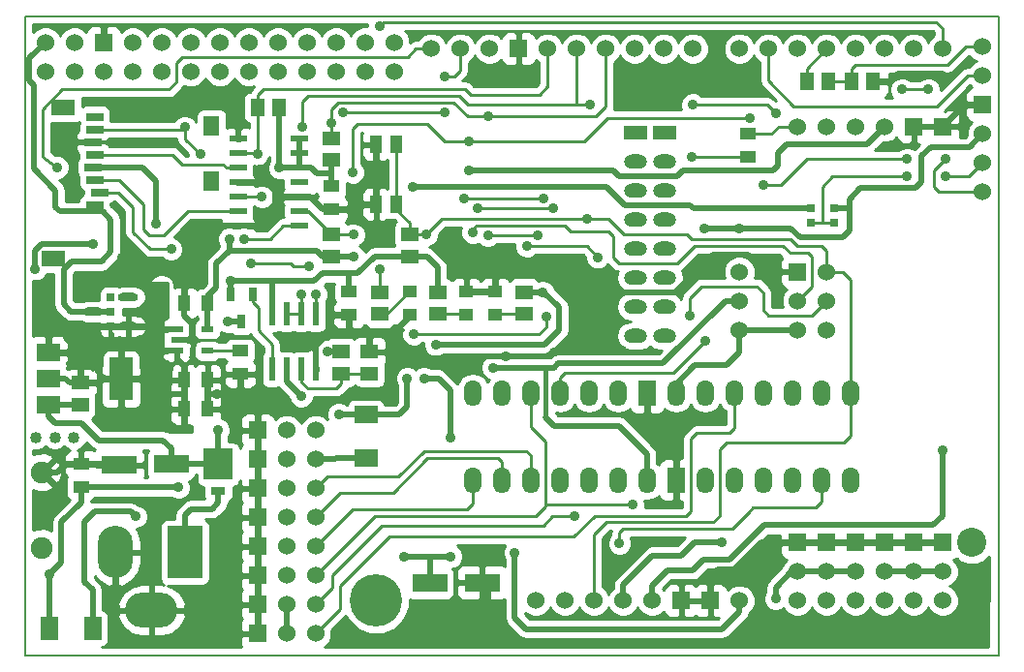
<source format=gtl>
G04 #@! TF.FileFunction,Copper,L1,Top,Signal*
%FSLAX46Y46*%
G04 Gerber Fmt 4.6, Leading zero omitted, Abs format (unit mm)*
G04 Created by KiCad (PCBNEW (after 2015-may-25 BZR unknown)-product) date 31/07/2015 1:29:45 PM*
%MOMM*%
G01*
G04 APERTURE LIST*
%ADD10C,0.150000*%
%ADD11C,0.127000*%
%ADD12R,1.498600X0.800100*%
%ADD13R,1.998980X1.420000*%
%ADD14R,1.998980X1.450340*%
%ADD15R,1.400000X1.800000*%
%ADD16R,1.524000X1.524000*%
%ADD17C,1.524000*%
%ADD18R,1.422400X1.066800*%
%ADD19R,1.270000X1.016000*%
%ADD20R,1.549400X0.500380*%
%ADD21R,1.000760X1.501140*%
%ADD22R,1.066800X1.422400*%
%ADD23R,1.300480X1.498600*%
%ADD24R,1.498600X1.300480*%
%ADD25C,1.016000*%
%ADD26R,1.117600X0.599440*%
%ADD27R,2.032000X3.810000*%
%ADD28R,2.032000X1.524000*%
%ADD29R,0.800100X1.198880*%
%ADD30R,0.609600X2.032000*%
%ADD31R,3.048000X1.625600*%
%ADD32R,2.032000X1.270000*%
%ADD33O,2.032000X1.270000*%
%ADD34C,1.905000*%
%ADD35R,0.762000X0.762000*%
%ADD36R,1.524000X2.032000*%
%ADD37R,2.540000X2.667000*%
%ADD38R,1.270000X0.762000*%
%ADD39O,3.048000X4.572000*%
%ADD40R,3.048000X4.572000*%
%ADD41O,4.572000X3.048000*%
%ADD42O,1.778000X0.762000*%
%ADD43C,4.572000*%
%ADD44C,2.540000*%
%ADD45O,1.524000X2.286000*%
%ADD46R,1.524000X2.286000*%
%ADD47C,0.889000*%
%ADD48C,0.508000*%
%ADD49C,0.381000*%
%ADD50C,0.254000*%
G04 APERTURE END LIST*
D10*
D11*
X110490000Y-81280000D02*
X110490000Y-25400000D01*
X25400000Y-25400000D02*
X110490000Y-25400000D01*
X110490000Y-81280000D02*
X25400000Y-81280000D01*
X25400000Y-81280000D02*
X25400000Y-25400000D01*
D12*
X31496000Y-41907460D03*
X31896000Y-40808000D03*
X31496000Y-39707820D03*
X31296000Y-38608000D03*
X31496000Y-37508180D03*
X31296000Y-36408000D03*
X31496000Y-35308540D03*
X31496000Y-34208720D03*
D13*
X28746000Y-33418000D03*
D14*
X27896000Y-46568000D03*
D15*
X41696000Y-39818000D03*
X41696000Y-35018000D03*
D16*
X45720000Y-79375000D03*
X45720000Y-76835000D03*
X45720000Y-74295000D03*
X45720000Y-71755000D03*
X45720000Y-69215000D03*
X45720000Y-66675000D03*
X45720000Y-64135000D03*
X45720000Y-61595000D03*
D17*
X48260000Y-79375000D03*
X48260000Y-76835000D03*
X48260000Y-74295000D03*
X48260000Y-71755000D03*
X48260000Y-69215000D03*
X48260000Y-66675000D03*
X48260000Y-64135000D03*
X48260000Y-61595000D03*
D18*
X30289500Y-66611500D03*
X30289500Y-64579500D03*
X44196000Y-54673500D03*
X44196000Y-56705500D03*
D19*
X58991500Y-49466500D03*
X58991500Y-51498500D03*
X66484500Y-51498500D03*
X66484500Y-49466500D03*
X63944500Y-51498500D03*
X63944500Y-49466500D03*
D18*
X52197000Y-42291000D03*
X52197000Y-40259000D03*
D20*
X44005500Y-36131500D03*
X44005500Y-37401500D03*
X44005500Y-38671500D03*
X44005500Y-39941500D03*
X44005500Y-41211500D03*
X44005500Y-42481500D03*
X44005500Y-43751500D03*
X49339500Y-43751500D03*
X49339500Y-42481500D03*
X49339500Y-41211500D03*
X49339500Y-39941500D03*
X49339500Y-38671500D03*
X49339500Y-37401500D03*
X49339500Y-36131500D03*
D21*
X56070500Y-36639500D03*
X56070500Y-41846500D03*
X57848500Y-41846500D03*
X57848500Y-36639500D03*
D18*
X88582500Y-35687000D03*
X88582500Y-37719000D03*
D22*
X39306500Y-59753500D03*
X41338500Y-59753500D03*
X41338500Y-50482500D03*
X39306500Y-50482500D03*
X39306500Y-57213500D03*
X41338500Y-57213500D03*
D23*
X47625000Y-33401000D03*
X45720000Y-33401000D03*
D24*
X52197000Y-37973000D03*
X52197000Y-36068000D03*
X52197000Y-46418500D03*
X52197000Y-44513500D03*
X58991500Y-46418500D03*
X58991500Y-44513500D03*
X61468000Y-49530000D03*
X61468000Y-51435000D03*
X69024500Y-49530000D03*
X69024500Y-51435000D03*
D25*
X29654500Y-62230000D03*
X28003500Y-62230000D03*
X26352500Y-62230000D03*
D24*
X53022500Y-54737000D03*
X53022500Y-56642000D03*
X55499000Y-56642000D03*
X55499000Y-54737000D03*
X56388000Y-49530000D03*
X56388000Y-51435000D03*
D26*
X38671500Y-52768500D03*
X38671500Y-54673500D03*
X38671500Y-53721000D03*
X41338500Y-54673500D03*
X41338500Y-52768500D03*
D27*
X33782000Y-57086500D03*
D28*
X27432000Y-57086500D03*
X27432000Y-59372500D03*
X27432000Y-54800500D03*
D29*
X45275500Y-49720500D03*
X44323000Y-52133500D03*
X43370500Y-49720500D03*
D30*
X46990000Y-51435000D03*
X46990000Y-56261000D03*
X48260000Y-51435000D03*
X49530000Y-51435000D03*
X50800000Y-51435000D03*
X48260000Y-56261000D03*
X49530000Y-56261000D03*
X50800000Y-56261000D03*
D18*
X53721000Y-49466500D03*
X53721000Y-51498500D03*
D31*
X60769500Y-74993500D03*
X65341500Y-74930000D03*
X38163500Y-64579500D03*
X33591500Y-64643000D03*
D17*
X50800000Y-79375000D03*
X50800000Y-76835000D03*
X50800000Y-74295000D03*
X50800000Y-71755000D03*
X50800000Y-69215000D03*
X50800000Y-66675000D03*
X50800000Y-64135000D03*
X50800000Y-61595000D03*
X109093000Y-28067000D03*
X109093000Y-30607000D03*
D16*
X109093000Y-33147000D03*
D17*
X109093000Y-35687000D03*
X109093000Y-38227000D03*
X109093000Y-40767000D03*
D32*
X78740000Y-35560000D03*
D33*
X78740000Y-38100000D03*
X78740000Y-40640000D03*
X78740000Y-43180000D03*
X78740000Y-45720000D03*
X78740000Y-48260000D03*
X78740000Y-50800000D03*
X78740000Y-53340000D03*
D32*
X81280000Y-35560000D03*
D33*
X81280000Y-38100000D03*
X81280000Y-40640000D03*
X81280000Y-43180000D03*
X81280000Y-45720000D03*
X81280000Y-48260000D03*
X81280000Y-50800000D03*
X81280000Y-53340000D03*
D34*
X26860500Y-71882000D03*
X26860500Y-65278000D03*
D17*
X95440500Y-52832000D03*
X92900500Y-52832000D03*
X95440500Y-50292000D03*
X92900500Y-50292000D03*
X95440500Y-47752000D03*
D16*
X92900500Y-47752000D03*
D35*
X96075500Y-43434000D03*
X96075500Y-42227500D03*
X94043500Y-43434000D03*
X94043500Y-42227500D03*
D36*
X31305500Y-78930500D03*
X27495500Y-78930500D03*
D28*
X55181500Y-60261500D03*
X55181500Y-64071500D03*
D37*
X42291000Y-64579500D03*
D38*
X42291000Y-66929000D03*
D39*
X33274000Y-72263000D03*
D40*
X39370000Y-72263000D03*
D41*
X36449000Y-77343000D03*
D17*
X27178000Y-30226000D03*
X27178000Y-27686000D03*
X29718000Y-30226000D03*
X29718000Y-27686000D03*
X32258000Y-30226000D03*
D16*
X32258000Y-27686000D03*
D17*
X34798000Y-30226000D03*
X34798000Y-27686000D03*
X37338000Y-30226000D03*
X37338000Y-27686000D03*
X39878000Y-30226000D03*
X39878000Y-27686000D03*
X42418000Y-30226000D03*
X42418000Y-27686000D03*
X44958000Y-30226000D03*
X44958000Y-27686000D03*
X47498000Y-30226000D03*
X47498000Y-27686000D03*
X50038000Y-30226000D03*
X50038000Y-27686000D03*
X52578000Y-30226000D03*
X52578000Y-27686000D03*
X55118000Y-30226000D03*
X55118000Y-27686000D03*
X57658000Y-30226000D03*
X57658000Y-27686000D03*
X87820500Y-47752000D03*
X87820500Y-50292000D03*
X87820500Y-52832000D03*
X105600500Y-73977500D03*
X103060500Y-73977500D03*
X100520500Y-73977500D03*
X97980500Y-73977500D03*
X95440500Y-73977500D03*
X92900500Y-73977500D03*
D16*
X105600500Y-71437500D03*
X103060500Y-71437500D03*
X100520500Y-71437500D03*
X97980500Y-71437500D03*
X95440500Y-71437500D03*
X92900500Y-71437500D03*
D42*
X34417000Y-49974500D03*
X34417000Y-52514500D03*
X31369000Y-51244500D03*
D35*
X32893000Y-52514500D03*
X32893000Y-51244500D03*
X32893000Y-49974500D03*
D24*
X30226000Y-59372500D03*
X30226000Y-57467500D03*
D16*
X105600500Y-35052000D03*
X103060500Y-35052000D03*
D17*
X100520500Y-35052000D03*
X97980500Y-35052000D03*
X95440500Y-35052000D03*
X92900500Y-35052000D03*
X105600500Y-76517500D03*
X103060500Y-76517500D03*
X100520500Y-76517500D03*
X92900500Y-76517500D03*
X95440500Y-76517500D03*
X97980500Y-76517500D03*
X87820500Y-76517500D03*
D16*
X85280500Y-76517500D03*
X82740500Y-76517500D03*
D17*
X77660500Y-76517500D03*
X75120500Y-76517500D03*
X105600500Y-28257500D03*
X103060500Y-28257500D03*
X100520500Y-28257500D03*
X97980500Y-28257500D03*
X95440500Y-28257500D03*
X92900500Y-28257500D03*
X90360500Y-28257500D03*
X87820500Y-28257500D03*
X83756500Y-28257500D03*
X81216500Y-28257500D03*
X78676500Y-28257500D03*
X76136500Y-28257500D03*
X73596500Y-28257500D03*
X71056500Y-28257500D03*
D16*
X68516500Y-28257500D03*
D17*
X65976500Y-28257500D03*
X80200500Y-76517500D03*
D43*
X56070500Y-76517500D03*
D44*
X108140500Y-71437500D03*
D17*
X72580500Y-76517500D03*
X70040500Y-76517500D03*
X63436500Y-28257500D03*
X60896500Y-28257500D03*
D45*
X94996000Y-58356500D03*
X92456000Y-58356500D03*
X89916000Y-58356500D03*
X87376000Y-58356500D03*
X84836000Y-58356500D03*
X82296000Y-58356500D03*
D46*
X79756000Y-58356500D03*
D45*
X77216000Y-58356500D03*
X74676000Y-58356500D03*
X72136000Y-58356500D03*
X69596000Y-58356500D03*
X67056000Y-58356500D03*
X64516000Y-58356500D03*
X97536000Y-58356500D03*
X64516000Y-65976500D03*
X67056000Y-65976500D03*
X69596000Y-65976500D03*
X72136000Y-65976500D03*
X74676000Y-65976500D03*
X77216000Y-65976500D03*
X79756000Y-65976500D03*
D46*
X82296000Y-65976500D03*
D45*
X84836000Y-65976500D03*
X87376000Y-65976500D03*
X89916000Y-65976500D03*
X92456000Y-65976500D03*
X94996000Y-65976500D03*
X97536000Y-65976500D03*
D23*
X93726000Y-31115000D03*
X95631000Y-31115000D03*
X97599500Y-31115000D03*
X99504500Y-31115000D03*
D47*
X36827460Y-43522900D03*
X90995500Y-76327000D03*
X49530000Y-58610500D03*
X43243500Y-44894500D03*
X86296500Y-71437500D03*
X87820500Y-43942000D03*
X84772500Y-43942000D03*
X47625000Y-38671500D03*
X54102000Y-46418500D03*
X61277500Y-54102000D03*
X70612000Y-49530000D03*
X58483500Y-72644000D03*
X62611000Y-72644000D03*
X66294000Y-56134000D03*
X102489000Y-39433500D03*
X105854500Y-39433500D03*
X70167500Y-44577000D03*
X65849500Y-44577000D03*
X64960500Y-42227500D03*
X71564500Y-42227500D03*
X105854500Y-37909500D03*
X89916000Y-40195500D03*
X102489000Y-37909500D03*
X84836000Y-53784500D03*
X73406000Y-69151500D03*
X78486000Y-68135500D03*
X43370500Y-48577500D03*
X58801000Y-57086500D03*
X31369000Y-45339000D03*
X37338000Y-49022000D03*
X105600500Y-63373000D03*
X38798500Y-66611500D03*
X26289000Y-47498000D03*
X39687500Y-61468000D03*
X32067500Y-57086500D03*
X27495500Y-74231500D03*
X52832000Y-60198000D03*
X40700000Y-37470000D03*
X39370000Y-35115500D03*
X49657000Y-35115500D03*
X90995500Y-33909000D03*
X83756500Y-33147000D03*
X74739500Y-33147000D03*
X64516000Y-44323000D03*
X52197000Y-34734500D03*
X46101000Y-41211500D03*
X65849500Y-34163000D03*
X74549000Y-43116500D03*
X50228500Y-47244000D03*
X45148500Y-46990000D03*
X83693000Y-37719000D03*
X60452000Y-44513500D03*
X56388000Y-26289000D03*
X102044500Y-31813500D03*
X104330500Y-31813500D03*
X45690000Y-37440000D03*
X59372500Y-53213000D03*
X69278500Y-45529500D03*
X83502500Y-51625500D03*
X75438000Y-46482000D03*
X70929500Y-51689000D03*
X50800000Y-49720500D03*
X28200000Y-38620000D03*
X88709500Y-34290000D03*
X64198500Y-36322000D03*
X54038500Y-39052500D03*
X53213000Y-33845500D03*
X62103000Y-30670500D03*
X77343000Y-71501000D03*
X62103000Y-33845500D03*
X38163500Y-45783500D03*
X44513500Y-44894500D03*
X70675500Y-41338500D03*
X54102000Y-44513500D03*
X63754000Y-41338500D03*
X43116500Y-52133500D03*
X64198500Y-38862000D03*
X35052000Y-69151500D03*
X51816000Y-54737000D03*
X60261500Y-57086500D03*
X68199000Y-72326500D03*
X42291000Y-61595000D03*
X62547500Y-62230000D03*
X59309000Y-40322500D03*
X43680000Y-31610000D03*
X45900000Y-38810000D03*
X29590000Y-39550000D03*
X28990000Y-36160000D03*
X106045000Y-30861000D03*
X31242000Y-54102000D03*
X67437000Y-55118000D03*
X42164000Y-58483500D03*
X65913000Y-76708000D03*
X33909000Y-46545500D03*
X74485500Y-47688500D03*
X76390500Y-74422000D03*
X57404000Y-55943500D03*
X82296000Y-71437500D03*
X77597000Y-54673500D03*
X56388000Y-47561500D03*
X49530000Y-49720500D03*
D48*
X31296000Y-38608000D02*
X35618000Y-38608000D01*
X36827460Y-39817460D02*
X36827460Y-43522900D01*
X35618000Y-38608000D02*
X36827460Y-39817460D01*
X36827460Y-43522900D02*
X36827460Y-42793920D01*
X105981500Y-36860480D02*
X107919520Y-36860480D01*
X107919520Y-36860480D02*
X109093000Y-35687000D01*
X95440500Y-73977500D02*
X97980500Y-73977500D01*
X48260000Y-56261000D02*
X48260000Y-57340500D01*
X96837500Y-44767500D02*
X93154500Y-44767500D01*
X92900500Y-73977500D02*
X92392500Y-73977500D01*
X52197000Y-39179500D02*
X52197000Y-37973000D01*
X41338500Y-49911000D02*
X42100500Y-49149000D01*
X103759000Y-39878000D02*
X103187500Y-40449500D01*
X103759000Y-37655500D02*
X103759000Y-39878000D01*
X104554020Y-36860480D02*
X103759000Y-37655500D01*
X103187500Y-40449500D02*
X98425000Y-40449500D01*
X50927000Y-39179500D02*
X52197000Y-39179500D01*
X92900500Y-73977500D02*
X95440500Y-73977500D01*
X80200500Y-72580500D02*
X77660500Y-75120500D01*
X97472500Y-41402000D02*
X98425000Y-40449500D01*
X69024500Y-49530000D02*
X70739000Y-49530000D01*
X97472500Y-44132500D02*
X97472500Y-42227500D01*
X90995500Y-75374500D02*
X90995500Y-76327000D01*
X86296500Y-71437500D02*
X83883500Y-71437500D01*
X70612000Y-49530000D02*
X69024500Y-49530000D01*
X41338500Y-50482500D02*
X41338500Y-49911000D01*
X50419000Y-38671500D02*
X50927000Y-39179500D01*
X52197000Y-40259000D02*
X52197000Y-39179500D01*
X49339500Y-38671500D02*
X50419000Y-38671500D01*
X47625000Y-38671500D02*
X47625000Y-33401000D01*
X51371500Y-46418500D02*
X50863500Y-45910500D01*
X48260000Y-57340500D02*
X49530000Y-58610500D01*
X43243500Y-45910500D02*
X43243500Y-44894500D01*
X92392500Y-73977500D02*
X90995500Y-75374500D01*
X49339500Y-38671500D02*
X47625000Y-38671500D01*
X70794880Y-54102000D02*
X72072500Y-52824380D01*
X42100500Y-49149000D02*
X42100500Y-47053500D01*
X42100500Y-47053500D02*
X43243500Y-45910500D01*
X77660500Y-75120500D02*
X77660500Y-76517500D01*
X49339500Y-36131500D02*
X49339500Y-37401500D01*
X82740500Y-72580500D02*
X80200500Y-72580500D01*
X54102000Y-46418500D02*
X52197000Y-46418500D01*
X87820500Y-43942000D02*
X92329000Y-43942000D01*
X87820500Y-43942000D02*
X84772500Y-43942000D01*
X61277500Y-54102000D02*
X70794880Y-54102000D01*
X49339500Y-37401500D02*
X49339500Y-38671500D01*
X50863500Y-45910500D02*
X43243500Y-45910500D01*
X83883500Y-71437500D02*
X82740500Y-72580500D01*
X96075500Y-42227500D02*
X97472500Y-42227500D01*
X52197000Y-46418500D02*
X51371500Y-46418500D01*
X70739000Y-49530000D02*
X72072500Y-50863500D01*
X105981500Y-36860480D02*
X104554020Y-36860480D01*
X41338500Y-52768500D02*
X41338500Y-50482500D01*
X72072500Y-50863500D02*
X72072500Y-52824380D01*
X97472500Y-42227500D02*
X97472500Y-41402000D01*
X96837500Y-44767500D02*
X97472500Y-44132500D01*
X93154500Y-44767500D02*
X92329000Y-43942000D01*
X52514500Y-64135000D02*
X50800000Y-64135000D01*
X52578000Y-64071500D02*
X52514500Y-64135000D01*
X55181500Y-64071500D02*
X52578000Y-64071500D01*
X60769500Y-72644000D02*
X58483500Y-72644000D01*
X48260000Y-76835000D02*
X48260000Y-79375000D01*
X62611000Y-72644000D02*
X60769500Y-72644000D01*
X60769500Y-74993500D02*
X60769500Y-72644000D01*
X79756000Y-63690500D02*
X77279500Y-61214000D01*
D49*
X70866000Y-60452000D02*
X70866000Y-56134000D01*
D48*
X71628000Y-61214000D02*
X70866000Y-60452000D01*
X81153000Y-55753000D02*
X86614000Y-50292000D01*
X79756000Y-65976500D02*
X79756000Y-63690500D01*
X72009000Y-55753000D02*
X81153000Y-55753000D01*
X86614000Y-50292000D02*
X87820500Y-50292000D01*
X77279500Y-61214000D02*
X71628000Y-61214000D01*
X70802500Y-56134000D02*
X71628000Y-56134000D01*
X66294000Y-56134000D02*
X70802500Y-56134000D01*
X70866000Y-56134000D02*
X70802500Y-56134000D01*
X72009000Y-55753000D02*
X71628000Y-56134000D01*
D50*
X105854500Y-39433500D02*
X107886500Y-39433500D01*
X107886500Y-39433500D02*
X109093000Y-38227000D01*
X102489000Y-39433500D02*
X95948500Y-39433500D01*
X95059500Y-40322500D02*
X95059500Y-43434000D01*
X95948500Y-39433500D02*
X95059500Y-40322500D01*
X95059500Y-43434000D02*
X96075500Y-43434000D01*
X94043500Y-43434000D02*
X96075500Y-43434000D01*
X109093000Y-28067000D02*
X107632500Y-28067000D01*
X107632500Y-28067000D02*
X106045000Y-29654500D01*
X97599500Y-31115000D02*
X97599500Y-30035500D01*
X97599500Y-30035500D02*
X97980500Y-29654500D01*
X97980500Y-29654500D02*
X106045000Y-29654500D01*
X97599500Y-31115000D02*
X95631000Y-31115000D01*
X65849500Y-44577000D02*
X70167500Y-44577000D01*
X64516000Y-68008500D02*
X64008000Y-68516500D01*
X64516000Y-65976500D02*
X64516000Y-68008500D01*
X54038500Y-68516500D02*
X50800000Y-71755000D01*
X64008000Y-68516500D02*
X54038500Y-68516500D01*
X71564500Y-42227500D02*
X64960500Y-42227500D01*
X109093000Y-40767000D02*
X105283000Y-40767000D01*
X91440000Y-40195500D02*
X93726000Y-37909500D01*
X105283000Y-40767000D02*
X104838500Y-40322500D01*
X89916000Y-40195500D02*
X91440000Y-40195500D01*
X104838500Y-38925500D02*
X105854500Y-37909500D01*
X102489000Y-37909500D02*
X93726000Y-37909500D01*
X104838500Y-40322500D02*
X104838500Y-38925500D01*
X93726000Y-31115000D02*
X93726000Y-29972000D01*
X93726000Y-29972000D02*
X95440500Y-28257500D01*
X72580500Y-56578500D02*
X72136000Y-57023000D01*
X72136000Y-57023000D02*
X72136000Y-58356500D01*
X52260500Y-74295000D02*
X52260500Y-75374500D01*
X56578500Y-69977000D02*
X52260500Y-74295000D01*
X70675500Y-69977000D02*
X56578500Y-69977000D01*
X52260500Y-75374500D02*
X50800000Y-76835000D01*
X70675500Y-69977000D02*
X71501000Y-69151500D01*
X72580500Y-56578500D02*
X82042000Y-56578500D01*
X71501000Y-69151500D02*
X73406000Y-69151500D01*
X82042000Y-56578500D02*
X84836000Y-53784500D01*
X109093000Y-30607000D02*
X107759500Y-30607000D01*
X105092500Y-33274000D02*
X98361500Y-33274000D01*
X107759500Y-30607000D02*
X105092500Y-33274000D01*
X90360500Y-31051500D02*
X90360500Y-28257500D01*
X92583000Y-33274000D02*
X90360500Y-31051500D01*
X98361500Y-33274000D02*
X92583000Y-33274000D01*
X70040500Y-69088000D02*
X70866000Y-68262500D01*
X56007000Y-69088000D02*
X50800000Y-74295000D01*
X70866000Y-62611000D02*
X69596000Y-61341000D01*
X70866000Y-62611000D02*
X70866000Y-68262500D01*
X70993000Y-68135500D02*
X78486000Y-68135500D01*
X70040500Y-69088000D02*
X70993000Y-68135500D01*
X70040500Y-69088000D02*
X56007000Y-69088000D01*
X69596000Y-58356500D02*
X69596000Y-61341000D01*
D48*
X30289500Y-66611500D02*
X38798500Y-66611500D01*
X81534000Y-73850500D02*
X80200500Y-75184000D01*
X80200500Y-76517500D02*
X80200500Y-75184000D01*
X87820500Y-54800500D02*
X87820500Y-52832000D01*
X82296000Y-57589420D02*
X83941920Y-55943500D01*
X26289000Y-45910500D02*
X26289000Y-47498000D01*
X39306500Y-58483500D02*
X39306500Y-59753500D01*
X38671500Y-55372000D02*
X38671500Y-54673500D01*
X46990000Y-48577500D02*
X46926500Y-48577500D01*
X38671500Y-54673500D02*
X37338000Y-54673500D01*
X83941920Y-55943500D02*
X86677500Y-55943500D01*
X58991500Y-46418500D02*
X55943500Y-46418500D01*
X30226000Y-57467500D02*
X31686500Y-57467500D01*
X33782000Y-57086500D02*
X32067500Y-57086500D01*
X83756500Y-73850500D02*
X81534000Y-73850500D01*
X92900500Y-52832000D02*
X87820500Y-52832000D01*
X61468000Y-47371000D02*
X60515500Y-46418500D01*
X37338000Y-54673500D02*
X37338000Y-52514500D01*
X86677500Y-55943500D02*
X87820500Y-54800500D01*
X103060500Y-73977500D02*
X105600500Y-73977500D01*
X39306500Y-57213500D02*
X39306500Y-56007000D01*
X61468000Y-49530000D02*
X61468000Y-47371000D01*
X39306500Y-59753500D02*
X39306500Y-60960000D01*
X54483000Y-47879000D02*
X53721000Y-47879000D01*
X28575000Y-69659500D02*
X28575000Y-73152000D01*
X89979500Y-69913500D02*
X104775000Y-69913500D01*
X52895500Y-60261500D02*
X52832000Y-60198000D01*
X55181500Y-60261500D02*
X52895500Y-60261500D01*
X43370500Y-49720500D02*
X43370500Y-48577500D01*
X46990000Y-51435000D02*
X46990000Y-48577500D01*
X36131500Y-52514500D02*
X34417000Y-52514500D01*
X27495500Y-78930500D02*
X27495500Y-74231500D01*
X35687000Y-57086500D02*
X37084000Y-58483500D01*
X105600500Y-63373000D02*
X105600500Y-69088000D01*
X105600500Y-69088000D02*
X104775000Y-69913500D01*
X30289500Y-67945000D02*
X30289500Y-66611500D01*
X39306500Y-58483500D02*
X37084000Y-58483500D01*
X84709000Y-72898000D02*
X83756500Y-73850500D01*
X39306500Y-60960000D02*
X39687500Y-61468000D01*
X58102500Y-60261500D02*
X55181500Y-60261500D01*
X31369000Y-45339000D02*
X26860500Y-45339000D01*
X37338000Y-52768500D02*
X37338000Y-52514500D01*
X29273500Y-57467500D02*
X28892500Y-57086500D01*
X50673000Y-48577500D02*
X51371500Y-47879000D01*
X53721000Y-49466500D02*
X53721000Y-47879000D01*
X36385500Y-52768500D02*
X36131500Y-52514500D01*
X46926500Y-48577500D02*
X43370500Y-48577500D01*
X55943500Y-46418500D02*
X54483000Y-47879000D01*
X39306500Y-56007000D02*
X38671500Y-55372000D01*
X26860500Y-45339000D02*
X26289000Y-45910500D01*
X58801000Y-57086500D02*
X58801000Y-59563000D01*
X82296000Y-58356500D02*
X82296000Y-57589420D01*
X50673000Y-48577500D02*
X46926500Y-48577500D01*
X37338000Y-49022000D02*
X37338000Y-52514500D01*
X28575000Y-73152000D02*
X27495500Y-74231500D01*
X28892500Y-57086500D02*
X27432000Y-57086500D01*
X30226000Y-57467500D02*
X29273500Y-57467500D01*
X60515500Y-46418500D02*
X58991500Y-46418500D01*
X28575000Y-69659500D02*
X30289500Y-67945000D01*
X53721000Y-47879000D02*
X51371500Y-47879000D01*
X58801000Y-59563000D02*
X58102500Y-60261500D01*
X39306500Y-57213500D02*
X39306500Y-58483500D01*
X100520500Y-73977500D02*
X103060500Y-73977500D01*
X31686500Y-57467500D02*
X32067500Y-57086500D01*
X34417000Y-52514500D02*
X32893000Y-52514500D01*
X35687000Y-57086500D02*
X33782000Y-57086500D01*
X38671500Y-52768500D02*
X37338000Y-52768500D01*
X37338000Y-52768500D02*
X36385500Y-52768500D01*
X86995000Y-72898000D02*
X84709000Y-72898000D01*
X89979500Y-69913500D02*
X86995000Y-72898000D01*
D50*
X39370000Y-36140000D02*
X39370000Y-35115500D01*
X40700000Y-37470000D02*
X39370000Y-36140000D01*
X31496000Y-35308540D02*
X39176960Y-35308540D01*
X39176960Y-35308540D02*
X39370000Y-35115500D01*
X73596500Y-33147000D02*
X64135000Y-33147000D01*
X63373000Y-32385000D02*
X64135000Y-33147000D01*
X50165000Y-32385000D02*
X63373000Y-32385000D01*
X49657000Y-32893000D02*
X50165000Y-32385000D01*
X49657000Y-35115500D02*
X49657000Y-32893000D01*
X73596500Y-33147000D02*
X73596500Y-28257500D01*
X83756500Y-33147000D02*
X90233500Y-33147000D01*
X90233500Y-33147000D02*
X90995500Y-33909000D01*
X74739500Y-33147000D02*
X73596500Y-33147000D01*
X44005500Y-41211500D02*
X46101000Y-41211500D01*
X76136500Y-28257500D02*
X76136500Y-33274000D01*
X58039000Y-65659000D02*
X51816000Y-65659000D01*
X64516000Y-44323000D02*
X64516000Y-44005500D01*
X75247500Y-34163000D02*
X65849500Y-34163000D01*
X52197000Y-36068000D02*
X52197000Y-34734500D01*
X69596000Y-65976500D02*
X69596000Y-63817500D01*
X60261500Y-63436500D02*
X58039000Y-65659000D01*
X69215000Y-63436500D02*
X60261500Y-63436500D01*
X65849500Y-34163000D02*
X64071500Y-34163000D01*
X51816000Y-65659000D02*
X50800000Y-66675000D01*
X52197000Y-33528000D02*
X52768500Y-32956500D01*
X91630500Y-45466000D02*
X92265500Y-46101000D01*
X76390500Y-44196000D02*
X76835000Y-44640500D01*
X82423000Y-46990000D02*
X77279500Y-46990000D01*
X69596000Y-63817500D02*
X69215000Y-63436500D01*
X72580500Y-43688000D02*
X73088500Y-44196000D01*
X73088500Y-44196000D02*
X76390500Y-44196000D01*
X77279500Y-46990000D02*
X76835000Y-46545500D01*
X83947000Y-45466000D02*
X82423000Y-46990000D01*
X83947000Y-45466000D02*
X91630500Y-45466000D01*
X76835000Y-46545500D02*
X76835000Y-44640500D01*
X64833500Y-43688000D02*
X72580500Y-43688000D01*
X93853000Y-46101000D02*
X94170500Y-46418500D01*
X52768500Y-32956500D02*
X62865000Y-32956500D01*
X92265500Y-46101000D02*
X93853000Y-46101000D01*
X52197000Y-34734500D02*
X52197000Y-33528000D01*
X94170500Y-46418500D02*
X94170500Y-49022000D01*
X94170500Y-49022000D02*
X92900500Y-50292000D01*
X62865000Y-32956500D02*
X64071500Y-34163000D01*
X64516000Y-44005500D02*
X64833500Y-43688000D01*
X76136500Y-33274000D02*
X75247500Y-34163000D01*
X97536000Y-58356500D02*
X97536000Y-62103000D01*
X97536000Y-58356500D02*
X97536000Y-48450500D01*
X96964500Y-62674500D02*
X97536000Y-62103000D01*
X86677500Y-62674500D02*
X96964500Y-62674500D01*
X86106000Y-63246000D02*
X86677500Y-62674500D01*
X75120500Y-70739000D02*
X75120500Y-76517500D01*
X83693000Y-44894500D02*
X83248500Y-44450000D01*
X86106000Y-63246000D02*
X86106000Y-69088000D01*
X61849000Y-43116500D02*
X60452000Y-44513500D01*
X48895000Y-47244000D02*
X50228500Y-47244000D01*
X57848500Y-41846500D02*
X57848500Y-36639500D01*
X74549000Y-43116500D02*
X61849000Y-43116500D01*
X60452000Y-44513500D02*
X58991500Y-44513500D01*
X45148500Y-46990000D02*
X48641000Y-46990000D01*
X83693000Y-44894500D02*
X92329000Y-44894500D01*
X57848500Y-41846500D02*
X57848500Y-42354500D01*
X92329000Y-44894500D02*
X92900500Y-45466000D01*
X76390500Y-43116500D02*
X77724000Y-44450000D01*
X94996000Y-45466000D02*
X92900500Y-45466000D01*
X96837500Y-47752000D02*
X95440500Y-47752000D01*
X48641000Y-46990000D02*
X48895000Y-47244000D01*
X76200000Y-69659500D02*
X75120500Y-70739000D01*
X58991500Y-43497500D02*
X58991500Y-44513500D01*
X76200000Y-69659500D02*
X85534500Y-69659500D01*
X57848500Y-42354500D02*
X58991500Y-43497500D01*
X77724000Y-44450000D02*
X83248500Y-44450000D01*
X83693000Y-37719000D02*
X88582500Y-37719000D01*
X95440500Y-47752000D02*
X95440500Y-45910500D01*
X97536000Y-48450500D02*
X96837500Y-47752000D01*
X86106000Y-69088000D02*
X85534500Y-69659500D01*
X95440500Y-45910500D02*
X94996000Y-45466000D01*
X74549000Y-43116500D02*
X76390500Y-43116500D01*
X105029000Y-25908000D02*
X56769000Y-25908000D01*
X105600500Y-26479500D02*
X105600500Y-28257500D01*
X102044500Y-31813500D02*
X104330500Y-31813500D01*
X56769000Y-25908000D02*
X56388000Y-26289000D01*
X105029000Y-25908000D02*
X105600500Y-26479500D01*
D48*
X29464000Y-46863000D02*
X32067500Y-46863000D01*
X28448000Y-42481500D02*
X28067000Y-42100500D01*
X32893000Y-46037500D02*
X32893000Y-43180000D01*
X31369000Y-51244500D02*
X29400500Y-51244500D01*
X29400500Y-51244500D02*
X28765500Y-50609500D01*
X32893000Y-43180000D02*
X32194500Y-42481500D01*
X25781000Y-31051500D02*
X25781000Y-29083000D01*
X28765500Y-50609500D02*
X28765500Y-47561500D01*
X25781000Y-29083000D02*
X27178000Y-27686000D01*
X32893000Y-51244500D02*
X31369000Y-51244500D01*
X32194500Y-42481500D02*
X28448000Y-42481500D01*
X28067000Y-40640000D02*
X28067000Y-42100500D01*
X28765500Y-47561500D02*
X29464000Y-46863000D01*
X26162000Y-31432500D02*
X26162000Y-38735000D01*
X26162000Y-38735000D02*
X28067000Y-40640000D01*
X32067500Y-46863000D02*
X32893000Y-46037500D01*
X25781000Y-31051500D02*
X26162000Y-31432500D01*
D50*
X45720000Y-37401500D02*
X45690000Y-37440000D01*
X71056500Y-31559500D02*
X71056500Y-28257500D01*
X89344500Y-49022000D02*
X89916000Y-49593500D01*
X84518500Y-49022000D02*
X89344500Y-49022000D01*
X74485500Y-45529500D02*
X75438000Y-46482000D01*
X83502500Y-51625500D02*
X83502500Y-50038000D01*
X64325500Y-32258000D02*
X70358000Y-32258000D01*
X83502500Y-50038000D02*
X84518500Y-49022000D01*
X89916000Y-51117500D02*
X90360500Y-51562000D01*
X46228000Y-31813500D02*
X45720000Y-32321500D01*
X89916000Y-49593500D02*
X89916000Y-51117500D01*
X70358000Y-32258000D02*
X71056500Y-31559500D01*
X50800000Y-51435000D02*
X50800000Y-49720500D01*
X46228000Y-31813500D02*
X63881000Y-31813500D01*
X94170500Y-51562000D02*
X90360500Y-51562000D01*
X45720000Y-33401000D02*
X45720000Y-37401500D01*
X45720000Y-32321500D02*
X45720000Y-33401000D01*
X63881000Y-31813500D02*
X64325500Y-32258000D01*
X70929500Y-52578000D02*
X70929500Y-51689000D01*
X59372500Y-53213000D02*
X70294500Y-53213000D01*
X94170500Y-51562000D02*
X95440500Y-50292000D01*
X69278500Y-45529500D02*
X74485500Y-45529500D01*
X44005500Y-37401500D02*
X45720000Y-37401500D01*
X70294500Y-53213000D02*
X70929500Y-52578000D01*
X28638500Y-31813500D02*
X26924000Y-33528000D01*
X60896500Y-28257500D02*
X59563000Y-28257500D01*
X37973000Y-31813500D02*
X28638500Y-31813500D01*
X58864500Y-28956000D02*
X59563000Y-28257500D01*
X37973000Y-31813500D02*
X38608000Y-31178500D01*
X38608000Y-31178500D02*
X38608000Y-29464000D01*
X38608000Y-29464000D02*
X39116000Y-28956000D01*
X58864500Y-28956000D02*
X39116000Y-28956000D01*
X26924000Y-37664000D02*
X26924000Y-33528000D01*
X28200000Y-38620000D02*
X26924000Y-37664000D01*
X88709500Y-34290000D02*
X76327000Y-34290000D01*
X76327000Y-34290000D02*
X74295000Y-36322000D01*
X74295000Y-36322000D02*
X64198500Y-36322000D01*
X60579000Y-34798000D02*
X54483000Y-34798000D01*
X62103000Y-36322000D02*
X60579000Y-34798000D01*
X54038500Y-35242500D02*
X54038500Y-39052500D01*
X54483000Y-34798000D02*
X54038500Y-35242500D01*
X64198500Y-36322000D02*
X62103000Y-36322000D01*
X94996000Y-65976500D02*
X94996000Y-67881500D01*
X94488000Y-68389500D02*
X89032080Y-68389500D01*
X94996000Y-67881500D02*
X94488000Y-68389500D01*
X63436500Y-28257500D02*
X63436500Y-30162500D01*
X62103000Y-33845500D02*
X53213000Y-33845500D01*
X77660500Y-70231000D02*
X87190580Y-70231000D01*
X62103000Y-30670500D02*
X62928500Y-30670500D01*
X62928500Y-30670500D02*
X63436500Y-30162500D01*
X77660500Y-70231000D02*
X77343000Y-70548500D01*
X89032080Y-68389500D02*
X88646000Y-68775580D01*
X77343000Y-70548500D02*
X77343000Y-71501000D01*
X88646000Y-68775580D02*
X87190580Y-70231000D01*
X31496000Y-37508180D02*
X38270000Y-37510000D01*
X42989500Y-38671500D02*
X42672000Y-38354000D01*
X42672000Y-38354000D02*
X39110000Y-38350000D01*
X42989500Y-38671500D02*
X44005500Y-38671500D01*
X38270000Y-37510000D02*
X39110000Y-38350000D01*
X31896000Y-40808000D02*
X33518000Y-40808000D01*
X46799500Y-44894500D02*
X47942500Y-43751500D01*
X47942500Y-43751500D02*
X49339500Y-43751500D01*
X44513500Y-44894500D02*
X46799500Y-44894500D01*
X36343500Y-45783500D02*
X38163500Y-45783500D01*
X34840000Y-44280000D02*
X36343500Y-45783500D01*
X34840000Y-42130000D02*
X34840000Y-44280000D01*
X33518000Y-40808000D02*
X34840000Y-42130000D01*
X44005500Y-42481500D02*
X39588500Y-42481500D01*
X33647820Y-39707820D02*
X31496000Y-39707820D01*
X37550000Y-44520000D02*
X38530000Y-43540000D01*
X36250000Y-44520000D02*
X37550000Y-44520000D01*
X35760000Y-44030000D02*
X36250000Y-44520000D01*
X35760000Y-41820000D02*
X35760000Y-44030000D01*
X33647820Y-39707820D02*
X35760000Y-41820000D01*
X39588500Y-42481500D02*
X38530000Y-43540000D01*
X57594500Y-67056000D02*
X52959000Y-67056000D01*
X70675500Y-41338500D02*
X63754000Y-41338500D01*
X52197000Y-44513500D02*
X54102000Y-44513500D01*
X66738500Y-64071500D02*
X60579000Y-64071500D01*
X49339500Y-42481500D02*
X50165000Y-42481500D01*
X67056000Y-65976500D02*
X67056000Y-64389000D01*
X60579000Y-64071500D02*
X57594500Y-67056000D01*
X52959000Y-67056000D02*
X50800000Y-69215000D01*
X67056000Y-64389000D02*
X66738500Y-64071500D01*
X50165000Y-42481500D02*
X52197000Y-44513500D01*
X50101500Y-57975500D02*
X52578000Y-57975500D01*
X49530000Y-57404000D02*
X50101500Y-57975500D01*
X53022500Y-57531000D02*
X52578000Y-57975500D01*
X49530000Y-56261000D02*
X49530000Y-57404000D01*
X53022500Y-56642000D02*
X55499000Y-56642000D01*
X53022500Y-56642000D02*
X53022500Y-57531000D01*
X45275500Y-49720500D02*
X45275500Y-50419000D01*
X46990000Y-56261000D02*
X46990000Y-54102000D01*
X45275500Y-50419000D02*
X45783500Y-50927000D01*
X45783500Y-52895500D02*
X45783500Y-50927000D01*
X46990000Y-54102000D02*
X45783500Y-52895500D01*
D48*
X39878000Y-68516500D02*
X39370000Y-69024500D01*
X42291000Y-67945000D02*
X41719500Y-68516500D01*
X42291000Y-66929000D02*
X42291000Y-67945000D01*
X39370000Y-69024500D02*
X39370000Y-72263000D01*
X41719500Y-68516500D02*
X39878000Y-68516500D01*
X64198500Y-38862000D02*
X76835000Y-38862000D01*
X77343000Y-39370000D02*
X76835000Y-38862000D01*
X90805000Y-38862000D02*
X82931000Y-38862000D01*
X91186000Y-38481000D02*
X91186000Y-37338000D01*
X91948000Y-36576000D02*
X98996500Y-36576000D01*
X82423000Y-39370000D02*
X77343000Y-39370000D01*
X90805000Y-38862000D02*
X91186000Y-38481000D01*
X43116500Y-52133500D02*
X44323000Y-52133500D01*
X98996500Y-36576000D02*
X100520500Y-35052000D01*
X82931000Y-38862000D02*
X82423000Y-39370000D01*
X91948000Y-36576000D02*
X91186000Y-37338000D01*
X35052000Y-69151500D02*
X34607500Y-68707000D01*
X31496000Y-68707000D02*
X30607000Y-69596000D01*
X30607000Y-74866500D02*
X31305500Y-75565000D01*
X30607000Y-69596000D02*
X30607000Y-74866500D01*
X34607500Y-68707000D02*
X31496000Y-68707000D01*
X31305500Y-75565000D02*
X31305500Y-78930500D01*
X30289500Y-60960000D02*
X31813500Y-62484000D01*
X61531500Y-57086500D02*
X60261500Y-57086500D01*
X37465000Y-62484000D02*
X31813500Y-62484000D01*
X30226000Y-59372500D02*
X27432000Y-59372500D01*
X27432000Y-60388500D02*
X28003500Y-60960000D01*
X38163500Y-64579500D02*
X42291000Y-64579500D01*
X42291000Y-64579500D02*
X42291000Y-61595000D01*
X53022500Y-54737000D02*
X51816000Y-54737000D01*
X27432000Y-59372500D02*
X27432000Y-60388500D01*
X38163500Y-63182500D02*
X37465000Y-62484000D01*
X38163500Y-64579500D02*
X38163500Y-63182500D01*
X28003500Y-60960000D02*
X30289500Y-60960000D01*
X62547500Y-62230000D02*
X62547500Y-58102500D01*
X62547500Y-58102500D02*
X61531500Y-57086500D01*
X68199000Y-78041500D02*
X68199000Y-72326500D01*
X87820500Y-77470000D02*
X87820500Y-76517500D01*
X86296500Y-78994000D02*
X69151500Y-78994000D01*
X69151500Y-78994000D02*
X68199000Y-78041500D01*
X87820500Y-77470000D02*
X86296500Y-78994000D01*
X94043500Y-42227500D02*
X83820000Y-42227500D01*
X76200000Y-40322500D02*
X77787500Y-41910000D01*
X59309000Y-40322500D02*
X76200000Y-40322500D01*
X77787500Y-41910000D02*
X83502500Y-41910000D01*
X83820000Y-42227500D02*
X83502500Y-41910000D01*
D50*
X83566000Y-62357000D02*
X84074000Y-61849000D01*
X52959000Y-75244960D02*
X52959000Y-77216000D01*
X52959000Y-77216000D02*
X50800000Y-79375000D01*
X57274460Y-70929500D02*
X52959000Y-75244960D01*
X75184000Y-69088000D02*
X73342500Y-70929500D01*
X83185000Y-69088000D02*
X75184000Y-69088000D01*
X83566000Y-62357000D02*
X83566000Y-68707000D01*
X86931500Y-61849000D02*
X87376000Y-61404500D01*
X87376000Y-58356500D02*
X87376000Y-61404500D01*
X84074000Y-61849000D02*
X86931500Y-61849000D01*
X83185000Y-69088000D02*
X83566000Y-68707000D01*
X73342500Y-70929500D02*
X57274460Y-70929500D01*
X91249500Y-35052000D02*
X90614500Y-35687000D01*
X90614500Y-35687000D02*
X88582500Y-35687000D01*
X92900500Y-35052000D02*
X91249500Y-35052000D01*
X44005500Y-32355500D02*
X43680000Y-32030000D01*
X43680000Y-32030000D02*
X43680000Y-31610000D01*
X44005500Y-36131500D02*
X44005500Y-32355500D01*
X45900000Y-39941500D02*
X44005500Y-39941500D01*
X45900000Y-38810000D02*
X45900000Y-39941500D01*
D48*
X44005500Y-39941500D02*
X45478500Y-39941500D01*
X29670000Y-36840000D02*
X28990000Y-36160000D01*
X29670000Y-39470000D02*
X29670000Y-36840000D01*
X29590000Y-39550000D02*
X29670000Y-39470000D01*
X29238000Y-36408000D02*
X31296000Y-36408000D01*
X28990000Y-36160000D02*
X29238000Y-36408000D01*
X101028500Y-31115000D02*
X99504500Y-31115000D01*
X101727000Y-30416500D02*
X101028500Y-31115000D01*
X105600500Y-30416500D02*
X101727000Y-30416500D01*
X106045000Y-30861000D02*
X105600500Y-30416500D01*
X89725500Y-71437500D02*
X87376000Y-73787000D01*
X87376000Y-73787000D02*
X85979000Y-73787000D01*
X85979000Y-73787000D02*
X85280500Y-74485500D01*
X65913000Y-76708000D02*
X65913000Y-75501500D01*
X109093000Y-33147000D02*
X107505500Y-33147000D01*
X107505500Y-33147000D02*
X105600500Y-35052000D01*
X57404000Y-55943500D02*
X63817500Y-55943500D01*
X44005500Y-43751500D02*
X46672500Y-43751500D01*
X58991500Y-51689000D02*
X57404000Y-53276500D01*
X64643000Y-55118000D02*
X67437000Y-55118000D01*
X55499000Y-54737000D02*
X55499000Y-53276500D01*
X38671500Y-53721000D02*
X39687500Y-53721000D01*
X67437000Y-55118000D02*
X71122540Y-55118000D01*
X42164000Y-58483500D02*
X41338500Y-58483500D01*
X54038500Y-41846500D02*
X53594000Y-42291000D01*
X57404000Y-53276500D02*
X55626000Y-53276500D01*
X74485500Y-54673500D02*
X74422000Y-54673500D01*
X50292000Y-41211500D02*
X49339500Y-41211500D01*
X40502840Y-47853600D02*
X39306500Y-47853600D01*
X58991500Y-51498500D02*
X58991500Y-51689000D01*
X44196000Y-56705500D02*
X44196000Y-58483500D01*
X34417000Y-64579500D02*
X33591500Y-64643000D01*
X51752500Y-53276500D02*
X53721000Y-53276500D01*
X85280500Y-74485500D02*
X85280500Y-76517500D01*
X79375000Y-71437500D02*
X76390500Y-74422000D01*
X71122540Y-55118000D02*
X71567040Y-54673500D01*
X57404000Y-55943500D02*
X57404000Y-53276500D01*
X40502840Y-44650660D02*
X40830500Y-44323000D01*
X35814000Y-46545500D02*
X33909000Y-46545500D01*
X27432000Y-54800500D02*
X30543500Y-54800500D01*
X74485500Y-49530000D02*
X74485500Y-54673500D01*
X40005000Y-52260500D02*
X39306500Y-51562000D01*
X95440500Y-71437500D02*
X97980500Y-71437500D01*
X50800000Y-56261000D02*
X50800000Y-54229000D01*
X39306500Y-51562000D02*
X39306500Y-50482500D01*
X79756000Y-61023500D02*
X79756000Y-58356500D01*
X82296000Y-71437500D02*
X79375000Y-71437500D01*
X97980500Y-71437500D02*
X100520500Y-71437500D01*
X45720000Y-61595000D02*
X45720000Y-59372500D01*
X103060500Y-71437500D02*
X105600500Y-71437500D01*
X74485500Y-47688500D02*
X74485500Y-49530000D01*
X66484500Y-49466500D02*
X66484500Y-48260000D01*
X85534500Y-46228000D02*
X82232500Y-49530000D01*
X45720000Y-76835000D02*
X45720000Y-79375000D01*
X41338500Y-57213500D02*
X41338500Y-58483500D01*
X30289500Y-64579500D02*
X34417000Y-64579500D01*
X30543500Y-54800500D02*
X31242000Y-54102000D01*
X28892500Y-64579500D02*
X28194000Y-65278000D01*
X40005000Y-53403500D02*
X40005000Y-52260500D01*
X82232500Y-49530000D02*
X74485500Y-49530000D01*
X64643000Y-55118000D02*
X63817500Y-55943500D01*
X32291020Y-48671480D02*
X30520640Y-48671480D01*
X44005500Y-39941500D02*
X46672500Y-39941500D01*
X51371500Y-42291000D02*
X50292000Y-41211500D01*
X44196000Y-58483500D02*
X44132500Y-58483500D01*
X56070500Y-41846500D02*
X54038500Y-41846500D01*
X92900500Y-71437500D02*
X89725500Y-71437500D01*
X39687500Y-53721000D02*
X40005000Y-53403500D01*
X56070500Y-36639500D02*
X56070500Y-41846500D01*
X53594000Y-42291000D02*
X52197000Y-42291000D01*
X35814000Y-47853600D02*
X36449000Y-47853600D01*
X47244000Y-43180000D02*
X47244000Y-41211500D01*
X100520500Y-71437500D02*
X103060500Y-71437500D01*
X28194000Y-65278000D02*
X26860500Y-65278000D01*
X53721000Y-53276500D02*
X55626000Y-53276500D01*
X92900500Y-71437500D02*
X95440500Y-71437500D01*
X30289500Y-64579500D02*
X28892500Y-64579500D01*
X42545000Y-43751500D02*
X41973500Y-44323000D01*
X44005500Y-43751500D02*
X42545000Y-43751500D01*
X74422000Y-54673500D02*
X71567040Y-54673500D01*
X65913000Y-75501500D02*
X65341500Y-74930000D01*
X50800000Y-54229000D02*
X51752500Y-53276500D01*
X92900500Y-47752000D02*
X90106500Y-47752000D01*
X53721000Y-51498500D02*
X53721000Y-53276500D01*
X33108900Y-47853600D02*
X32291020Y-48671480D01*
X85534500Y-46228000D02*
X88582500Y-46228000D01*
X39306500Y-47853600D02*
X36449000Y-47853600D01*
X39306500Y-50482500D02*
X39306500Y-47853600D01*
X42164000Y-58483500D02*
X44132500Y-58483500D01*
X41338500Y-58483500D02*
X41338500Y-59753500D01*
X47244000Y-41211500D02*
X47244000Y-40513000D01*
X82296000Y-63563500D02*
X79756000Y-61023500D01*
X47244000Y-41211500D02*
X49339500Y-41211500D01*
X35814000Y-46545500D02*
X35814000Y-47853600D01*
X40830500Y-44323000D02*
X41973500Y-44323000D01*
X77597000Y-54673500D02*
X74422000Y-54673500D01*
X82296000Y-65976500D02*
X82296000Y-63563500D01*
X52197000Y-42291000D02*
X51371500Y-42291000D01*
X45720000Y-59372500D02*
X44831000Y-58483500D01*
X46672500Y-43751500D02*
X47244000Y-43180000D01*
X55499000Y-53276500D02*
X55626000Y-53276500D01*
X46672500Y-39941500D02*
X47244000Y-40513000D01*
X36449000Y-47853600D02*
X33108900Y-47853600D01*
X40502840Y-47853600D02*
X40502840Y-44650660D01*
X74485500Y-47688500D02*
X67056000Y-47688500D01*
X44132500Y-58483500D02*
X44831000Y-58483500D01*
X67056000Y-47688500D02*
X66484500Y-48260000D01*
X90106500Y-47752000D02*
X88582500Y-46228000D01*
X63944500Y-49466500D02*
X66484500Y-49466500D01*
D50*
X44196000Y-54673500D02*
X41338500Y-54673500D01*
X63881000Y-51435000D02*
X63944500Y-51498500D01*
X61468000Y-51435000D02*
X63881000Y-51435000D01*
X56388000Y-51435000D02*
X57023000Y-51435000D01*
X57023000Y-51435000D02*
X58991500Y-49466500D01*
X56388000Y-49530000D02*
X56388000Y-47561500D01*
X49530000Y-49720500D02*
X49530000Y-51435000D01*
X48260000Y-51435000D02*
X49530000Y-51435000D01*
X69024500Y-51435000D02*
X66548000Y-51435000D01*
X66548000Y-51435000D02*
X66484500Y-51498500D01*
G36*
X40005000Y-61785500D02*
X39166800Y-61785500D01*
X39166800Y-61036200D01*
X39166800Y-59893200D01*
X39166800Y-59613800D01*
X39166800Y-58496200D01*
X39166800Y-58470800D01*
X39166800Y-57353200D01*
X39166800Y-57073800D01*
X39166800Y-55930800D01*
X38976300Y-55740300D01*
X38621529Y-55740300D01*
X38341462Y-55856308D01*
X38127108Y-56070662D01*
X38011100Y-56350729D01*
X38011100Y-56653871D01*
X38011100Y-56883300D01*
X38201600Y-57073800D01*
X39166800Y-57073800D01*
X39166800Y-57353200D01*
X38201600Y-57353200D01*
X38011100Y-57543700D01*
X38011100Y-57773129D01*
X38011100Y-58076271D01*
X38127108Y-58356338D01*
X38254270Y-58483500D01*
X38127108Y-58610662D01*
X38011100Y-58890729D01*
X38011100Y-59193871D01*
X38011100Y-59423300D01*
X38201600Y-59613800D01*
X39166800Y-59613800D01*
X39166800Y-59893200D01*
X38201600Y-59893200D01*
X38011100Y-60083700D01*
X38011100Y-60313129D01*
X38011100Y-60616271D01*
X38127108Y-60896338D01*
X38341462Y-61110692D01*
X38621529Y-61226700D01*
X38976300Y-61226700D01*
X39166800Y-61036200D01*
X39166800Y-61785500D01*
X37989032Y-61785500D01*
X37805206Y-61662671D01*
X37465000Y-61595000D01*
X36023610Y-61595000D01*
X36023610Y-52829944D01*
X36023610Y-52199056D01*
X35832006Y-51805060D01*
X35491473Y-51511967D01*
X35064700Y-51371500D01*
X34556700Y-51371500D01*
X34556700Y-52374800D01*
X35867200Y-52374800D01*
X36023610Y-52199056D01*
X36023610Y-52829944D01*
X35867200Y-52654200D01*
X34556700Y-52654200D01*
X34556700Y-53657500D01*
X35064700Y-53657500D01*
X35491473Y-53517033D01*
X35832006Y-53223940D01*
X36023610Y-52829944D01*
X36023610Y-61595000D01*
X35560000Y-61595000D01*
X35560000Y-59143071D01*
X35560000Y-57416700D01*
X35560000Y-56756300D01*
X35560000Y-55029929D01*
X35443992Y-54749862D01*
X35229638Y-54535508D01*
X34949571Y-54419500D01*
X34646429Y-54419500D01*
X34277300Y-54419500D01*
X34277300Y-53657500D01*
X34277300Y-52654200D01*
X33845500Y-52654200D01*
X33032700Y-52654200D01*
X32966800Y-52654200D01*
X32810390Y-52829944D01*
X33001994Y-53223940D01*
X33032700Y-53250368D01*
X33032700Y-53467000D01*
X33223200Y-53657500D01*
X33425571Y-53657500D01*
X33577765Y-53594458D01*
X33769300Y-53657500D01*
X34277300Y-53657500D01*
X34277300Y-54419500D01*
X34112200Y-54419500D01*
X33921700Y-54610000D01*
X33921700Y-56946800D01*
X35369500Y-56946800D01*
X35560000Y-56756300D01*
X35560000Y-57416700D01*
X35369500Y-57226200D01*
X33921700Y-57226200D01*
X33921700Y-59563000D01*
X34112200Y-59753500D01*
X34646429Y-59753500D01*
X34949571Y-59753500D01*
X35229638Y-59637492D01*
X35443992Y-59423138D01*
X35560000Y-59143071D01*
X35560000Y-61595000D01*
X33642300Y-61595000D01*
X33642300Y-59563000D01*
X33642300Y-57226200D01*
X32194500Y-57226200D01*
X32004000Y-57416700D01*
X32004000Y-59143071D01*
X32120008Y-59423138D01*
X32334362Y-59637492D01*
X32614429Y-59753500D01*
X32917571Y-59753500D01*
X33451800Y-59753500D01*
X33642300Y-59563000D01*
X33642300Y-61595000D01*
X32181736Y-61595000D01*
X31211155Y-60624419D01*
X31217423Y-60623203D01*
X31430227Y-60483413D01*
X31572677Y-60272380D01*
X31622740Y-60022740D01*
X31622740Y-58722260D01*
X31594412Y-58576257D01*
X31621292Y-58549378D01*
X31737300Y-58269311D01*
X31737300Y-57797700D01*
X31737300Y-57137300D01*
X31737300Y-56665689D01*
X31621292Y-56385622D01*
X31406938Y-56171268D01*
X31126871Y-56055260D01*
X30823729Y-56055260D01*
X30556200Y-56055260D01*
X30365700Y-56245760D01*
X30365700Y-57327800D01*
X31546800Y-57327800D01*
X31737300Y-57137300D01*
X31737300Y-57797700D01*
X31546800Y-57607200D01*
X30365700Y-57607200D01*
X30365700Y-57627200D01*
X30086300Y-57627200D01*
X30086300Y-57607200D01*
X30066300Y-57607200D01*
X30066300Y-57327800D01*
X30086300Y-57327800D01*
X30086300Y-56245760D01*
X29895800Y-56055260D01*
X29628271Y-56055260D01*
X29325129Y-56055260D01*
X29185257Y-56113196D01*
X29093992Y-55892862D01*
X29032438Y-55831308D01*
X29045377Y-55812140D01*
X29069971Y-55689500D01*
X30543500Y-55689500D01*
X30883705Y-55621829D01*
X30883706Y-55621829D01*
X31172118Y-55429118D01*
X31419580Y-55181655D01*
X31455784Y-55181687D01*
X31852689Y-55017689D01*
X32119320Y-54751522D01*
X32004000Y-55029929D01*
X32004000Y-56756300D01*
X32194500Y-56946800D01*
X33642300Y-56946800D01*
X33642300Y-54610000D01*
X33451800Y-54419500D01*
X32917571Y-54419500D01*
X32614429Y-54419500D01*
X32334362Y-54535508D01*
X32157359Y-54712510D01*
X32321313Y-54317668D01*
X32321687Y-53888216D01*
X32198672Y-53590497D01*
X32360429Y-53657500D01*
X32562800Y-53657500D01*
X32753300Y-53467000D01*
X32753300Y-52654200D01*
X31940500Y-52654200D01*
X31750000Y-52844700D01*
X31750000Y-53047071D01*
X31798526Y-53164224D01*
X31457668Y-53022687D01*
X31028216Y-53022313D01*
X30631311Y-53186311D01*
X30327378Y-53489714D01*
X30162687Y-53886332D01*
X30162665Y-53911500D01*
X29070799Y-53911500D01*
X29048463Y-53796377D01*
X28908673Y-53583573D01*
X28829000Y-53529792D01*
X28829000Y-52260500D01*
X30831143Y-52260500D01*
X31826200Y-52260500D01*
X31940500Y-52374800D01*
X32753300Y-52374800D01*
X32753300Y-52354800D01*
X32949000Y-52354800D01*
X32966800Y-52374800D01*
X33032700Y-52374800D01*
X33845500Y-52374800D01*
X34277300Y-52374800D01*
X34277300Y-51371500D01*
X33921440Y-51371500D01*
X33921440Y-50990500D01*
X34954857Y-50990500D01*
X35343663Y-50913162D01*
X35673277Y-50692920D01*
X35893519Y-50363306D01*
X35970857Y-49974500D01*
X35893519Y-49585694D01*
X35673277Y-49256080D01*
X35343663Y-49035838D01*
X34954857Y-48958500D01*
X33879143Y-48958500D01*
X33655000Y-49003084D01*
X33655000Y-48742600D01*
X35814000Y-48742600D01*
X36449000Y-48742600D01*
X37846000Y-48742600D01*
X37846000Y-51754468D01*
X37681062Y-51822788D01*
X37466708Y-52037142D01*
X37350700Y-52317209D01*
X37350700Y-52438300D01*
X37541200Y-52628800D01*
X37846000Y-52628800D01*
X37846000Y-52836961D01*
X37737552Y-52908200D01*
X37541200Y-52908200D01*
X37350700Y-53098700D01*
X37350700Y-53219791D01*
X37465260Y-53496362D01*
X37465260Y-53945637D01*
X37350700Y-54222209D01*
X37350700Y-54343300D01*
X37541200Y-54533800D01*
X37738177Y-54533800D01*
X37846000Y-54606581D01*
X37846000Y-54813200D01*
X37541200Y-54813200D01*
X37350700Y-55003700D01*
X37350700Y-55124791D01*
X37466708Y-55404858D01*
X37681062Y-55619212D01*
X37961129Y-55735220D01*
X38264271Y-55735220D01*
X38341300Y-55735220D01*
X38531800Y-55544720D01*
X38531800Y-55245000D01*
X38811200Y-55245000D01*
X38811200Y-55544720D01*
X39001700Y-55735220D01*
X39078729Y-55735220D01*
X39381871Y-55735220D01*
X39661938Y-55619212D01*
X39876292Y-55404858D01*
X39942507Y-55245000D01*
X40005000Y-55245000D01*
X40005000Y-55745903D01*
X39991471Y-55740300D01*
X39636700Y-55740300D01*
X39446200Y-55930800D01*
X39446200Y-57073800D01*
X39466200Y-57073800D01*
X39466200Y-57353200D01*
X39446200Y-57353200D01*
X39446200Y-58470800D01*
X39446200Y-58496200D01*
X39446200Y-59613800D01*
X39466200Y-59613800D01*
X39466200Y-59893200D01*
X39446200Y-59893200D01*
X39446200Y-61036200D01*
X39636700Y-61226700D01*
X39991471Y-61226700D01*
X40005000Y-61221096D01*
X40005000Y-61785500D01*
X40005000Y-61785500D01*
G37*
X40005000Y-61785500D02*
X39166800Y-61785500D01*
X39166800Y-61036200D01*
X39166800Y-59893200D01*
X39166800Y-59613800D01*
X39166800Y-58496200D01*
X39166800Y-58470800D01*
X39166800Y-57353200D01*
X39166800Y-57073800D01*
X39166800Y-55930800D01*
X38976300Y-55740300D01*
X38621529Y-55740300D01*
X38341462Y-55856308D01*
X38127108Y-56070662D01*
X38011100Y-56350729D01*
X38011100Y-56653871D01*
X38011100Y-56883300D01*
X38201600Y-57073800D01*
X39166800Y-57073800D01*
X39166800Y-57353200D01*
X38201600Y-57353200D01*
X38011100Y-57543700D01*
X38011100Y-57773129D01*
X38011100Y-58076271D01*
X38127108Y-58356338D01*
X38254270Y-58483500D01*
X38127108Y-58610662D01*
X38011100Y-58890729D01*
X38011100Y-59193871D01*
X38011100Y-59423300D01*
X38201600Y-59613800D01*
X39166800Y-59613800D01*
X39166800Y-59893200D01*
X38201600Y-59893200D01*
X38011100Y-60083700D01*
X38011100Y-60313129D01*
X38011100Y-60616271D01*
X38127108Y-60896338D01*
X38341462Y-61110692D01*
X38621529Y-61226700D01*
X38976300Y-61226700D01*
X39166800Y-61036200D01*
X39166800Y-61785500D01*
X37989032Y-61785500D01*
X37805206Y-61662671D01*
X37465000Y-61595000D01*
X36023610Y-61595000D01*
X36023610Y-52829944D01*
X36023610Y-52199056D01*
X35832006Y-51805060D01*
X35491473Y-51511967D01*
X35064700Y-51371500D01*
X34556700Y-51371500D01*
X34556700Y-52374800D01*
X35867200Y-52374800D01*
X36023610Y-52199056D01*
X36023610Y-52829944D01*
X35867200Y-52654200D01*
X34556700Y-52654200D01*
X34556700Y-53657500D01*
X35064700Y-53657500D01*
X35491473Y-53517033D01*
X35832006Y-53223940D01*
X36023610Y-52829944D01*
X36023610Y-61595000D01*
X35560000Y-61595000D01*
X35560000Y-59143071D01*
X35560000Y-57416700D01*
X35560000Y-56756300D01*
X35560000Y-55029929D01*
X35443992Y-54749862D01*
X35229638Y-54535508D01*
X34949571Y-54419500D01*
X34646429Y-54419500D01*
X34277300Y-54419500D01*
X34277300Y-53657500D01*
X34277300Y-52654200D01*
X33845500Y-52654200D01*
X33032700Y-52654200D01*
X32966800Y-52654200D01*
X32810390Y-52829944D01*
X33001994Y-53223940D01*
X33032700Y-53250368D01*
X33032700Y-53467000D01*
X33223200Y-53657500D01*
X33425571Y-53657500D01*
X33577765Y-53594458D01*
X33769300Y-53657500D01*
X34277300Y-53657500D01*
X34277300Y-54419500D01*
X34112200Y-54419500D01*
X33921700Y-54610000D01*
X33921700Y-56946800D01*
X35369500Y-56946800D01*
X35560000Y-56756300D01*
X35560000Y-57416700D01*
X35369500Y-57226200D01*
X33921700Y-57226200D01*
X33921700Y-59563000D01*
X34112200Y-59753500D01*
X34646429Y-59753500D01*
X34949571Y-59753500D01*
X35229638Y-59637492D01*
X35443992Y-59423138D01*
X35560000Y-59143071D01*
X35560000Y-61595000D01*
X33642300Y-61595000D01*
X33642300Y-59563000D01*
X33642300Y-57226200D01*
X32194500Y-57226200D01*
X32004000Y-57416700D01*
X32004000Y-59143071D01*
X32120008Y-59423138D01*
X32334362Y-59637492D01*
X32614429Y-59753500D01*
X32917571Y-59753500D01*
X33451800Y-59753500D01*
X33642300Y-59563000D01*
X33642300Y-61595000D01*
X32181736Y-61595000D01*
X31211155Y-60624419D01*
X31217423Y-60623203D01*
X31430227Y-60483413D01*
X31572677Y-60272380D01*
X31622740Y-60022740D01*
X31622740Y-58722260D01*
X31594412Y-58576257D01*
X31621292Y-58549378D01*
X31737300Y-58269311D01*
X31737300Y-57797700D01*
X31737300Y-57137300D01*
X31737300Y-56665689D01*
X31621292Y-56385622D01*
X31406938Y-56171268D01*
X31126871Y-56055260D01*
X30823729Y-56055260D01*
X30556200Y-56055260D01*
X30365700Y-56245760D01*
X30365700Y-57327800D01*
X31546800Y-57327800D01*
X31737300Y-57137300D01*
X31737300Y-57797700D01*
X31546800Y-57607200D01*
X30365700Y-57607200D01*
X30365700Y-57627200D01*
X30086300Y-57627200D01*
X30086300Y-57607200D01*
X30066300Y-57607200D01*
X30066300Y-57327800D01*
X30086300Y-57327800D01*
X30086300Y-56245760D01*
X29895800Y-56055260D01*
X29628271Y-56055260D01*
X29325129Y-56055260D01*
X29185257Y-56113196D01*
X29093992Y-55892862D01*
X29032438Y-55831308D01*
X29045377Y-55812140D01*
X29069971Y-55689500D01*
X30543500Y-55689500D01*
X30883705Y-55621829D01*
X30883706Y-55621829D01*
X31172118Y-55429118D01*
X31419580Y-55181655D01*
X31455784Y-55181687D01*
X31852689Y-55017689D01*
X32119320Y-54751522D01*
X32004000Y-55029929D01*
X32004000Y-56756300D01*
X32194500Y-56946800D01*
X33642300Y-56946800D01*
X33642300Y-54610000D01*
X33451800Y-54419500D01*
X32917571Y-54419500D01*
X32614429Y-54419500D01*
X32334362Y-54535508D01*
X32157359Y-54712510D01*
X32321313Y-54317668D01*
X32321687Y-53888216D01*
X32198672Y-53590497D01*
X32360429Y-53657500D01*
X32562800Y-53657500D01*
X32753300Y-53467000D01*
X32753300Y-52654200D01*
X31940500Y-52654200D01*
X31750000Y-52844700D01*
X31750000Y-53047071D01*
X31798526Y-53164224D01*
X31457668Y-53022687D01*
X31028216Y-53022313D01*
X30631311Y-53186311D01*
X30327378Y-53489714D01*
X30162687Y-53886332D01*
X30162665Y-53911500D01*
X29070799Y-53911500D01*
X29048463Y-53796377D01*
X28908673Y-53583573D01*
X28829000Y-53529792D01*
X28829000Y-52260500D01*
X30831143Y-52260500D01*
X31826200Y-52260500D01*
X31940500Y-52374800D01*
X32753300Y-52374800D01*
X32753300Y-52354800D01*
X32949000Y-52354800D01*
X32966800Y-52374800D01*
X33032700Y-52374800D01*
X33845500Y-52374800D01*
X34277300Y-52374800D01*
X34277300Y-51371500D01*
X33921440Y-51371500D01*
X33921440Y-50990500D01*
X34954857Y-50990500D01*
X35343663Y-50913162D01*
X35673277Y-50692920D01*
X35893519Y-50363306D01*
X35970857Y-49974500D01*
X35893519Y-49585694D01*
X35673277Y-49256080D01*
X35343663Y-49035838D01*
X34954857Y-48958500D01*
X33879143Y-48958500D01*
X33655000Y-49003084D01*
X33655000Y-48742600D01*
X35814000Y-48742600D01*
X36449000Y-48742600D01*
X37846000Y-48742600D01*
X37846000Y-51754468D01*
X37681062Y-51822788D01*
X37466708Y-52037142D01*
X37350700Y-52317209D01*
X37350700Y-52438300D01*
X37541200Y-52628800D01*
X37846000Y-52628800D01*
X37846000Y-52836961D01*
X37737552Y-52908200D01*
X37541200Y-52908200D01*
X37350700Y-53098700D01*
X37350700Y-53219791D01*
X37465260Y-53496362D01*
X37465260Y-53945637D01*
X37350700Y-54222209D01*
X37350700Y-54343300D01*
X37541200Y-54533800D01*
X37738177Y-54533800D01*
X37846000Y-54606581D01*
X37846000Y-54813200D01*
X37541200Y-54813200D01*
X37350700Y-55003700D01*
X37350700Y-55124791D01*
X37466708Y-55404858D01*
X37681062Y-55619212D01*
X37961129Y-55735220D01*
X38264271Y-55735220D01*
X38341300Y-55735220D01*
X38531800Y-55544720D01*
X38531800Y-55245000D01*
X38811200Y-55245000D01*
X38811200Y-55544720D01*
X39001700Y-55735220D01*
X39078729Y-55735220D01*
X39381871Y-55735220D01*
X39661938Y-55619212D01*
X39876292Y-55404858D01*
X39942507Y-55245000D01*
X40005000Y-55245000D01*
X40005000Y-55745903D01*
X39991471Y-55740300D01*
X39636700Y-55740300D01*
X39446200Y-55930800D01*
X39446200Y-57073800D01*
X39466200Y-57073800D01*
X39466200Y-57353200D01*
X39446200Y-57353200D01*
X39446200Y-58470800D01*
X39446200Y-58496200D01*
X39446200Y-59613800D01*
X39466200Y-59613800D01*
X39466200Y-59893200D01*
X39446200Y-59893200D01*
X39446200Y-61036200D01*
X39636700Y-61226700D01*
X39991471Y-61226700D01*
X40005000Y-61221096D01*
X40005000Y-61785500D01*
G36*
X27072208Y-71896142D02*
X26874642Y-72093708D01*
X26860500Y-72079566D01*
X26846358Y-72093708D01*
X26648792Y-71896142D01*
X26662934Y-71882000D01*
X26648792Y-71867858D01*
X26846358Y-71670292D01*
X26860500Y-71684434D01*
X26874642Y-71670292D01*
X27072208Y-71867858D01*
X27058066Y-71882000D01*
X27072208Y-71896142D01*
X27072208Y-71896142D01*
G37*
X27072208Y-71896142D02*
X26874642Y-72093708D01*
X26860500Y-72079566D01*
X26846358Y-72093708D01*
X26648792Y-71896142D01*
X26662934Y-71882000D01*
X26648792Y-71867858D01*
X26846358Y-71670292D01*
X26860500Y-71684434D01*
X26874642Y-71670292D01*
X27072208Y-71867858D01*
X27058066Y-71882000D01*
X27072208Y-71896142D01*
G36*
X36139365Y-63373000D02*
X36042123Y-63517060D01*
X35992060Y-63766700D01*
X35992060Y-65392300D01*
X36039037Y-65634423D01*
X36096894Y-65722500D01*
X35829811Y-65722500D01*
X35877500Y-65607371D01*
X35877500Y-64973200D01*
X35687000Y-64782700D01*
X33731200Y-64782700D01*
X33731200Y-64802700D01*
X33451800Y-64802700D01*
X33451800Y-64782700D01*
X31635700Y-64782700D01*
X31572200Y-64719200D01*
X30429200Y-64719200D01*
X30429200Y-64739200D01*
X30149800Y-64739200D01*
X30149800Y-64719200D01*
X29006800Y-64719200D01*
X28816300Y-64909700D01*
X28816300Y-65264471D01*
X28932308Y-65544538D01*
X29075749Y-65687979D01*
X28980923Y-65828460D01*
X28930860Y-66078100D01*
X28930860Y-67144900D01*
X28977837Y-67387023D01*
X29117627Y-67599827D01*
X29272736Y-67704527D01*
X28587465Y-68389798D01*
X28587465Y-65548938D01*
X28559692Y-64867433D01*
X28352324Y-64366805D01*
X28056226Y-64279840D01*
X27058066Y-65278000D01*
X28056226Y-66276160D01*
X28352324Y-66189195D01*
X28587465Y-65548938D01*
X28587465Y-68389798D01*
X27946382Y-69030882D01*
X27753671Y-69319294D01*
X27686000Y-69659500D01*
X27686000Y-70358703D01*
X27131438Y-70155035D01*
X26449933Y-70182808D01*
X26098500Y-70328377D01*
X26098500Y-66824617D01*
X26589562Y-67004965D01*
X27271067Y-66977192D01*
X27771695Y-66769824D01*
X27858660Y-66473726D01*
X26860500Y-65475566D01*
X26846358Y-65489708D01*
X26648792Y-65292142D01*
X26662934Y-65278000D01*
X26648792Y-65263858D01*
X26846358Y-65066292D01*
X26860500Y-65080434D01*
X27858660Y-64082274D01*
X27771695Y-63786176D01*
X27131438Y-63551035D01*
X26449933Y-63578808D01*
X26098500Y-63724377D01*
X26098500Y-63362151D01*
X26124146Y-63372801D01*
X26578859Y-63373198D01*
X26999112Y-63199554D01*
X27178030Y-63020947D01*
X27355197Y-63198423D01*
X27775146Y-63372801D01*
X28229859Y-63373198D01*
X28650112Y-63199554D01*
X28829030Y-63020947D01*
X29006197Y-63198423D01*
X29319497Y-63328516D01*
X29146662Y-63400108D01*
X28932308Y-63614462D01*
X28816300Y-63894529D01*
X28816300Y-64249300D01*
X29006800Y-64439800D01*
X30149800Y-64439800D01*
X30149800Y-63474600D01*
X29999412Y-63324212D01*
X30301112Y-63199554D01*
X30622923Y-62878303D01*
X30719055Y-62646791D01*
X31184882Y-63112618D01*
X31473294Y-63305329D01*
X31507864Y-63312205D01*
X31423586Y-63396483D01*
X31152271Y-63284100D01*
X30849129Y-63284100D01*
X30619700Y-63284100D01*
X30429200Y-63474600D01*
X30429200Y-64439800D01*
X31432500Y-64439800D01*
X31496000Y-64503300D01*
X33451800Y-64503300D01*
X33451800Y-64483300D01*
X33731200Y-64483300D01*
X33731200Y-64503300D01*
X35687000Y-64503300D01*
X35877500Y-64312800D01*
X35877500Y-63678629D01*
X35761492Y-63398562D01*
X35735930Y-63373000D01*
X36139365Y-63373000D01*
X36139365Y-63373000D01*
G37*
X36139365Y-63373000D02*
X36042123Y-63517060D01*
X35992060Y-63766700D01*
X35992060Y-65392300D01*
X36039037Y-65634423D01*
X36096894Y-65722500D01*
X35829811Y-65722500D01*
X35877500Y-65607371D01*
X35877500Y-64973200D01*
X35687000Y-64782700D01*
X33731200Y-64782700D01*
X33731200Y-64802700D01*
X33451800Y-64802700D01*
X33451800Y-64782700D01*
X31635700Y-64782700D01*
X31572200Y-64719200D01*
X30429200Y-64719200D01*
X30429200Y-64739200D01*
X30149800Y-64739200D01*
X30149800Y-64719200D01*
X29006800Y-64719200D01*
X28816300Y-64909700D01*
X28816300Y-65264471D01*
X28932308Y-65544538D01*
X29075749Y-65687979D01*
X28980923Y-65828460D01*
X28930860Y-66078100D01*
X28930860Y-67144900D01*
X28977837Y-67387023D01*
X29117627Y-67599827D01*
X29272736Y-67704527D01*
X28587465Y-68389798D01*
X28587465Y-65548938D01*
X28559692Y-64867433D01*
X28352324Y-64366805D01*
X28056226Y-64279840D01*
X27058066Y-65278000D01*
X28056226Y-66276160D01*
X28352324Y-66189195D01*
X28587465Y-65548938D01*
X28587465Y-68389798D01*
X27946382Y-69030882D01*
X27753671Y-69319294D01*
X27686000Y-69659500D01*
X27686000Y-70358703D01*
X27131438Y-70155035D01*
X26449933Y-70182808D01*
X26098500Y-70328377D01*
X26098500Y-66824617D01*
X26589562Y-67004965D01*
X27271067Y-66977192D01*
X27771695Y-66769824D01*
X27858660Y-66473726D01*
X26860500Y-65475566D01*
X26846358Y-65489708D01*
X26648792Y-65292142D01*
X26662934Y-65278000D01*
X26648792Y-65263858D01*
X26846358Y-65066292D01*
X26860500Y-65080434D01*
X27858660Y-64082274D01*
X27771695Y-63786176D01*
X27131438Y-63551035D01*
X26449933Y-63578808D01*
X26098500Y-63724377D01*
X26098500Y-63362151D01*
X26124146Y-63372801D01*
X26578859Y-63373198D01*
X26999112Y-63199554D01*
X27178030Y-63020947D01*
X27355197Y-63198423D01*
X27775146Y-63372801D01*
X28229859Y-63373198D01*
X28650112Y-63199554D01*
X28829030Y-63020947D01*
X29006197Y-63198423D01*
X29319497Y-63328516D01*
X29146662Y-63400108D01*
X28932308Y-63614462D01*
X28816300Y-63894529D01*
X28816300Y-64249300D01*
X29006800Y-64439800D01*
X30149800Y-64439800D01*
X30149800Y-63474600D01*
X29999412Y-63324212D01*
X30301112Y-63199554D01*
X30622923Y-62878303D01*
X30719055Y-62646791D01*
X31184882Y-63112618D01*
X31473294Y-63305329D01*
X31507864Y-63312205D01*
X31423586Y-63396483D01*
X31152271Y-63284100D01*
X30849129Y-63284100D01*
X30619700Y-63284100D01*
X30429200Y-63474600D01*
X30429200Y-64439800D01*
X31432500Y-64439800D01*
X31496000Y-64503300D01*
X33451800Y-64503300D01*
X33451800Y-64483300D01*
X33731200Y-64483300D01*
X33731200Y-64503300D01*
X35687000Y-64503300D01*
X35877500Y-64312800D01*
X35877500Y-63678629D01*
X35761492Y-63398562D01*
X35735930Y-63373000D01*
X36139365Y-63373000D01*
G36*
X38223759Y-56181495D02*
X38175723Y-56252660D01*
X38125660Y-56502300D01*
X38125660Y-57594500D01*
X37452236Y-57594500D01*
X36315618Y-56457882D01*
X36027206Y-56265171D01*
X35687000Y-56197500D01*
X35445440Y-56197500D01*
X35445440Y-55181500D01*
X35398463Y-54939377D01*
X35258673Y-54726573D01*
X35047640Y-54584123D01*
X34798000Y-54534060D01*
X32766000Y-54534060D01*
X32523877Y-54581037D01*
X32311073Y-54720827D01*
X32168623Y-54931860D01*
X32118560Y-55181500D01*
X32118560Y-56007043D01*
X31853716Y-56006813D01*
X31456811Y-56170811D01*
X31333944Y-56293462D01*
X31224940Y-56219883D01*
X30975300Y-56169820D01*
X29476700Y-56169820D01*
X29234577Y-56216797D01*
X29177617Y-56254213D01*
X29077956Y-56234389D01*
X29048463Y-56082377D01*
X29031530Y-56056599D01*
X29093992Y-55994138D01*
X29210000Y-55714071D01*
X29210000Y-55130700D01*
X29210000Y-54470300D01*
X29210000Y-53886929D01*
X29093992Y-53606862D01*
X28879638Y-53392508D01*
X28599571Y-53276500D01*
X28296429Y-53276500D01*
X27762200Y-53276500D01*
X27571700Y-53467000D01*
X27571700Y-54660800D01*
X29019500Y-54660800D01*
X29210000Y-54470300D01*
X29210000Y-55130700D01*
X29019500Y-54940200D01*
X27571700Y-54940200D01*
X27571700Y-54960200D01*
X27292300Y-54960200D01*
X27292300Y-54940200D01*
X27272300Y-54940200D01*
X27272300Y-54660800D01*
X27292300Y-54660800D01*
X27292300Y-53467000D01*
X27101800Y-53276500D01*
X26567571Y-53276500D01*
X26264429Y-53276500D01*
X26098500Y-53345230D01*
X26098500Y-48577334D01*
X26502784Y-48577687D01*
X26899689Y-48413689D01*
X27203622Y-48110286D01*
X27274077Y-47940610D01*
X27876500Y-47940610D01*
X27876500Y-50609500D01*
X27944171Y-50949706D01*
X28136882Y-51238118D01*
X28771882Y-51873118D01*
X29060294Y-52065829D01*
X29060295Y-52065830D01*
X29400500Y-52133500D01*
X30368012Y-52133500D01*
X30442337Y-52183162D01*
X30831143Y-52260500D01*
X31864560Y-52260500D01*
X31864560Y-52895500D01*
X31911537Y-53137623D01*
X32051327Y-53350427D01*
X32262360Y-53492877D01*
X32512000Y-53542940D01*
X33274000Y-53542940D01*
X33516123Y-53495963D01*
X33560142Y-53467047D01*
X33879143Y-53530500D01*
X34954857Y-53530500D01*
X35343663Y-53453162D01*
X35417987Y-53403500D01*
X35766433Y-53403500D01*
X36045294Y-53589829D01*
X36385500Y-53657500D01*
X36449000Y-53657500D01*
X36449000Y-54673500D01*
X36516671Y-55013706D01*
X36709382Y-55302118D01*
X36997794Y-55494829D01*
X37338000Y-55562500D01*
X37820392Y-55562500D01*
X37850171Y-55712206D01*
X38042882Y-56000618D01*
X38223759Y-56181495D01*
X38223759Y-56181495D01*
G37*
X38223759Y-56181495D02*
X38175723Y-56252660D01*
X38125660Y-56502300D01*
X38125660Y-57594500D01*
X37452236Y-57594500D01*
X36315618Y-56457882D01*
X36027206Y-56265171D01*
X35687000Y-56197500D01*
X35445440Y-56197500D01*
X35445440Y-55181500D01*
X35398463Y-54939377D01*
X35258673Y-54726573D01*
X35047640Y-54584123D01*
X34798000Y-54534060D01*
X32766000Y-54534060D01*
X32523877Y-54581037D01*
X32311073Y-54720827D01*
X32168623Y-54931860D01*
X32118560Y-55181500D01*
X32118560Y-56007043D01*
X31853716Y-56006813D01*
X31456811Y-56170811D01*
X31333944Y-56293462D01*
X31224940Y-56219883D01*
X30975300Y-56169820D01*
X29476700Y-56169820D01*
X29234577Y-56216797D01*
X29177617Y-56254213D01*
X29077956Y-56234389D01*
X29048463Y-56082377D01*
X29031530Y-56056599D01*
X29093992Y-55994138D01*
X29210000Y-55714071D01*
X29210000Y-55130700D01*
X29210000Y-54470300D01*
X29210000Y-53886929D01*
X29093992Y-53606862D01*
X28879638Y-53392508D01*
X28599571Y-53276500D01*
X28296429Y-53276500D01*
X27762200Y-53276500D01*
X27571700Y-53467000D01*
X27571700Y-54660800D01*
X29019500Y-54660800D01*
X29210000Y-54470300D01*
X29210000Y-55130700D01*
X29019500Y-54940200D01*
X27571700Y-54940200D01*
X27571700Y-54960200D01*
X27292300Y-54960200D01*
X27292300Y-54940200D01*
X27272300Y-54940200D01*
X27272300Y-54660800D01*
X27292300Y-54660800D01*
X27292300Y-53467000D01*
X27101800Y-53276500D01*
X26567571Y-53276500D01*
X26264429Y-53276500D01*
X26098500Y-53345230D01*
X26098500Y-48577334D01*
X26502784Y-48577687D01*
X26899689Y-48413689D01*
X27203622Y-48110286D01*
X27274077Y-47940610D01*
X27876500Y-47940610D01*
X27876500Y-50609500D01*
X27944171Y-50949706D01*
X28136882Y-51238118D01*
X28771882Y-51873118D01*
X29060294Y-52065829D01*
X29060295Y-52065830D01*
X29400500Y-52133500D01*
X30368012Y-52133500D01*
X30442337Y-52183162D01*
X30831143Y-52260500D01*
X31864560Y-52260500D01*
X31864560Y-52895500D01*
X31911537Y-53137623D01*
X32051327Y-53350427D01*
X32262360Y-53492877D01*
X32512000Y-53542940D01*
X33274000Y-53542940D01*
X33516123Y-53495963D01*
X33560142Y-53467047D01*
X33879143Y-53530500D01*
X34954857Y-53530500D01*
X35343663Y-53453162D01*
X35417987Y-53403500D01*
X35766433Y-53403500D01*
X36045294Y-53589829D01*
X36385500Y-53657500D01*
X36449000Y-53657500D01*
X36449000Y-54673500D01*
X36516671Y-55013706D01*
X36709382Y-55302118D01*
X36997794Y-55494829D01*
X37338000Y-55562500D01*
X37820392Y-55562500D01*
X37850171Y-55712206D01*
X38042882Y-56000618D01*
X38223759Y-56181495D01*
G36*
X39620500Y-37468130D02*
X39620395Y-37588572D01*
X39425984Y-37588353D01*
X38808960Y-36971330D01*
X38808815Y-36971185D01*
X38686446Y-36889420D01*
X38561794Y-36806082D01*
X38561689Y-36806061D01*
X38561604Y-36806004D01*
X38418442Y-36777527D01*
X38270204Y-36748000D01*
X32807300Y-36746532D01*
X32807300Y-36738200D01*
X32616800Y-36547700D01*
X32549675Y-36547700D01*
X32494940Y-36510753D01*
X32245300Y-36460690D01*
X30746700Y-36460690D01*
X30504577Y-36507667D01*
X30443634Y-36547700D01*
X29975200Y-36547700D01*
X29784700Y-36738200D01*
X29784700Y-36959621D01*
X29900708Y-37239688D01*
X30099260Y-37438240D01*
X30099260Y-37742358D01*
X30091773Y-37747277D01*
X29949323Y-37958310D01*
X29899260Y-38207950D01*
X29899260Y-39008050D01*
X29946237Y-39250173D01*
X30086027Y-39462977D01*
X30099260Y-39471909D01*
X30099260Y-40107870D01*
X30146237Y-40349993D01*
X30286027Y-40562797D01*
X30497060Y-40705247D01*
X30499260Y-40705688D01*
X30499260Y-40910439D01*
X30291773Y-41046737D01*
X30149323Y-41257770D01*
X30099260Y-41507410D01*
X30099260Y-41592500D01*
X28956000Y-41592500D01*
X28956000Y-40640000D01*
X28888329Y-40299795D01*
X28888329Y-40299794D01*
X28695618Y-40011382D01*
X28383896Y-39699660D01*
X28413784Y-39699687D01*
X28810689Y-39535689D01*
X29114622Y-39232286D01*
X29279313Y-38835668D01*
X29279687Y-38406216D01*
X29115689Y-38009311D01*
X28812286Y-37705378D01*
X28415668Y-37540687D01*
X28029812Y-37540350D01*
X27686000Y-37282761D01*
X27686000Y-34763305D01*
X27746510Y-34775440D01*
X29745490Y-34775440D01*
X29987613Y-34728463D01*
X30107236Y-34649882D01*
X30128816Y-34761106D01*
X30099260Y-34908490D01*
X30099260Y-35377760D01*
X29900708Y-35576312D01*
X29784700Y-35856379D01*
X29784700Y-36077800D01*
X29975200Y-36268300D01*
X30441258Y-36268300D01*
X30497060Y-36305967D01*
X30746700Y-36356030D01*
X32245300Y-36356030D01*
X32487423Y-36309053D01*
X32549461Y-36268300D01*
X32616800Y-36268300D01*
X32807300Y-36077800D01*
X32807300Y-36070540D01*
X38608000Y-36070540D01*
X38608000Y-36140000D01*
X38666004Y-36431605D01*
X38831185Y-36678815D01*
X39620500Y-37468130D01*
X39620500Y-37468130D01*
G37*
X39620500Y-37468130D02*
X39620395Y-37588572D01*
X39425984Y-37588353D01*
X38808960Y-36971330D01*
X38808815Y-36971185D01*
X38686446Y-36889420D01*
X38561794Y-36806082D01*
X38561689Y-36806061D01*
X38561604Y-36806004D01*
X38418442Y-36777527D01*
X38270204Y-36748000D01*
X32807300Y-36746532D01*
X32807300Y-36738200D01*
X32616800Y-36547700D01*
X32549675Y-36547700D01*
X32494940Y-36510753D01*
X32245300Y-36460690D01*
X30746700Y-36460690D01*
X30504577Y-36507667D01*
X30443634Y-36547700D01*
X29975200Y-36547700D01*
X29784700Y-36738200D01*
X29784700Y-36959621D01*
X29900708Y-37239688D01*
X30099260Y-37438240D01*
X30099260Y-37742358D01*
X30091773Y-37747277D01*
X29949323Y-37958310D01*
X29899260Y-38207950D01*
X29899260Y-39008050D01*
X29946237Y-39250173D01*
X30086027Y-39462977D01*
X30099260Y-39471909D01*
X30099260Y-40107870D01*
X30146237Y-40349993D01*
X30286027Y-40562797D01*
X30497060Y-40705247D01*
X30499260Y-40705688D01*
X30499260Y-40910439D01*
X30291773Y-41046737D01*
X30149323Y-41257770D01*
X30099260Y-41507410D01*
X30099260Y-41592500D01*
X28956000Y-41592500D01*
X28956000Y-40640000D01*
X28888329Y-40299795D01*
X28888329Y-40299794D01*
X28695618Y-40011382D01*
X28383896Y-39699660D01*
X28413784Y-39699687D01*
X28810689Y-39535689D01*
X29114622Y-39232286D01*
X29279313Y-38835668D01*
X29279687Y-38406216D01*
X29115689Y-38009311D01*
X28812286Y-37705378D01*
X28415668Y-37540687D01*
X28029812Y-37540350D01*
X27686000Y-37282761D01*
X27686000Y-34763305D01*
X27746510Y-34775440D01*
X29745490Y-34775440D01*
X29987613Y-34728463D01*
X30107236Y-34649882D01*
X30128816Y-34761106D01*
X30099260Y-34908490D01*
X30099260Y-35377760D01*
X29900708Y-35576312D01*
X29784700Y-35856379D01*
X29784700Y-36077800D01*
X29975200Y-36268300D01*
X30441258Y-36268300D01*
X30497060Y-36305967D01*
X30746700Y-36356030D01*
X32245300Y-36356030D01*
X32487423Y-36309053D01*
X32549461Y-36268300D01*
X32616800Y-36268300D01*
X32807300Y-36077800D01*
X32807300Y-36070540D01*
X38608000Y-36070540D01*
X38608000Y-36140000D01*
X38666004Y-36431605D01*
X38831185Y-36678815D01*
X39620500Y-37468130D01*
G36*
X45415241Y-31548627D02*
X45181185Y-31782685D01*
X45027677Y-32012424D01*
X44827637Y-32051237D01*
X44614833Y-32191027D01*
X44472383Y-32402060D01*
X44422320Y-32651700D01*
X44422320Y-34150300D01*
X44469297Y-34392423D01*
X44609087Y-34605227D01*
X44820120Y-34747677D01*
X44958000Y-34775327D01*
X44958000Y-35130174D01*
X44931771Y-35119310D01*
X44628629Y-35119310D01*
X44335700Y-35119310D01*
X44145200Y-35309810D01*
X44145200Y-36006405D01*
X44165200Y-36006405D01*
X44165200Y-36256595D01*
X44145200Y-36256595D01*
X44145200Y-36291200D01*
X43865800Y-36291200D01*
X43865800Y-36256595D01*
X43845800Y-36256595D01*
X43845800Y-36006405D01*
X43865800Y-36006405D01*
X43865800Y-35309810D01*
X43675300Y-35119310D01*
X43382371Y-35119310D01*
X43079229Y-35119310D01*
X43043440Y-35134134D01*
X43043440Y-34118000D01*
X42996463Y-33875877D01*
X42856673Y-33663073D01*
X42645640Y-33520623D01*
X42396000Y-33470560D01*
X40996000Y-33470560D01*
X40753877Y-33517537D01*
X40541073Y-33657327D01*
X40398623Y-33868360D01*
X40348560Y-34118000D01*
X40348560Y-34656970D01*
X40285689Y-34504811D01*
X39982286Y-34200878D01*
X39585668Y-34036187D01*
X39156216Y-34035813D01*
X38759311Y-34199811D01*
X38455378Y-34503214D01*
X38437387Y-34546540D01*
X32892740Y-34546540D01*
X32892740Y-33808670D01*
X32845763Y-33566547D01*
X32705973Y-33353743D01*
X32494940Y-33211293D01*
X32245300Y-33161230D01*
X30746700Y-33161230D01*
X30504577Y-33208207D01*
X30392930Y-33281547D01*
X30392930Y-32708000D01*
X30367222Y-32575500D01*
X37973000Y-32575500D01*
X37973000Y-32575499D01*
X38264604Y-32517496D01*
X38264605Y-32517496D01*
X38511815Y-32352315D01*
X39146815Y-31717315D01*
X39146816Y-31717315D01*
X39245834Y-31569123D01*
X39294463Y-31496344D01*
X39598900Y-31622757D01*
X40154661Y-31623242D01*
X40668303Y-31411010D01*
X41061629Y-31018370D01*
X41147949Y-30810487D01*
X41232990Y-31016303D01*
X41625630Y-31409629D01*
X42138900Y-31622757D01*
X42694661Y-31623242D01*
X43208303Y-31411010D01*
X43601629Y-31018370D01*
X43687949Y-30810487D01*
X43772990Y-31016303D01*
X44165630Y-31409629D01*
X44678900Y-31622757D01*
X45234661Y-31623242D01*
X45415241Y-31548627D01*
X45415241Y-31548627D01*
G37*
X45415241Y-31548627D02*
X45181185Y-31782685D01*
X45027677Y-32012424D01*
X44827637Y-32051237D01*
X44614833Y-32191027D01*
X44472383Y-32402060D01*
X44422320Y-32651700D01*
X44422320Y-34150300D01*
X44469297Y-34392423D01*
X44609087Y-34605227D01*
X44820120Y-34747677D01*
X44958000Y-34775327D01*
X44958000Y-35130174D01*
X44931771Y-35119310D01*
X44628629Y-35119310D01*
X44335700Y-35119310D01*
X44145200Y-35309810D01*
X44145200Y-36006405D01*
X44165200Y-36006405D01*
X44165200Y-36256595D01*
X44145200Y-36256595D01*
X44145200Y-36291200D01*
X43865800Y-36291200D01*
X43865800Y-36256595D01*
X43845800Y-36256595D01*
X43845800Y-36006405D01*
X43865800Y-36006405D01*
X43865800Y-35309810D01*
X43675300Y-35119310D01*
X43382371Y-35119310D01*
X43079229Y-35119310D01*
X43043440Y-35134134D01*
X43043440Y-34118000D01*
X42996463Y-33875877D01*
X42856673Y-33663073D01*
X42645640Y-33520623D01*
X42396000Y-33470560D01*
X40996000Y-33470560D01*
X40753877Y-33517537D01*
X40541073Y-33657327D01*
X40398623Y-33868360D01*
X40348560Y-34118000D01*
X40348560Y-34656970D01*
X40285689Y-34504811D01*
X39982286Y-34200878D01*
X39585668Y-34036187D01*
X39156216Y-34035813D01*
X38759311Y-34199811D01*
X38455378Y-34503214D01*
X38437387Y-34546540D01*
X32892740Y-34546540D01*
X32892740Y-33808670D01*
X32845763Y-33566547D01*
X32705973Y-33353743D01*
X32494940Y-33211293D01*
X32245300Y-33161230D01*
X30746700Y-33161230D01*
X30504577Y-33208207D01*
X30392930Y-33281547D01*
X30392930Y-32708000D01*
X30367222Y-32575500D01*
X37973000Y-32575500D01*
X37973000Y-32575499D01*
X38264604Y-32517496D01*
X38264605Y-32517496D01*
X38511815Y-32352315D01*
X39146815Y-31717315D01*
X39146816Y-31717315D01*
X39245834Y-31569123D01*
X39294463Y-31496344D01*
X39598900Y-31622757D01*
X40154661Y-31623242D01*
X40668303Y-31411010D01*
X41061629Y-31018370D01*
X41147949Y-30810487D01*
X41232990Y-31016303D01*
X41625630Y-31409629D01*
X42138900Y-31622757D01*
X42694661Y-31623242D01*
X43208303Y-31411010D01*
X43601629Y-31018370D01*
X43687949Y-30810487D01*
X43772990Y-31016303D01*
X44165630Y-31409629D01*
X44678900Y-31622757D01*
X45234661Y-31623242D01*
X45415241Y-31548627D01*
G36*
X50959700Y-56400700D02*
X50939700Y-56400700D01*
X50939700Y-56420700D01*
X50660300Y-56420700D01*
X50660300Y-56400700D01*
X50640300Y-56400700D01*
X50640300Y-56121300D01*
X50660300Y-56121300D01*
X50660300Y-56101300D01*
X50939700Y-56101300D01*
X50939700Y-56121300D01*
X50959700Y-56121300D01*
X50959700Y-56400700D01*
X50959700Y-56400700D01*
G37*
X50959700Y-56400700D02*
X50939700Y-56400700D01*
X50939700Y-56420700D01*
X50660300Y-56420700D01*
X50660300Y-56400700D01*
X50640300Y-56400700D01*
X50640300Y-56121300D01*
X50660300Y-56121300D01*
X50660300Y-56101300D01*
X50939700Y-56101300D01*
X50939700Y-56121300D01*
X50959700Y-56121300D01*
X50959700Y-56400700D01*
G36*
X50982830Y-41182939D02*
X50839808Y-41325962D01*
X50791556Y-41442451D01*
X50685700Y-41336595D01*
X49479200Y-41336595D01*
X49479200Y-41371200D01*
X49199800Y-41371200D01*
X49199800Y-41336595D01*
X47993300Y-41336595D01*
X47802800Y-41527095D01*
X47802800Y-41613261D01*
X47918808Y-41893328D01*
X47983432Y-41957952D01*
X47967423Y-41981670D01*
X47917360Y-42231310D01*
X47917360Y-42731690D01*
X47964337Y-42973813D01*
X47974641Y-42989500D01*
X47942500Y-42989500D01*
X47650895Y-43047504D01*
X47403685Y-43212685D01*
X46483870Y-44132500D01*
X45542200Y-44132500D01*
X45542200Y-44067095D01*
X45351700Y-43876595D01*
X44877054Y-43876595D01*
X44729168Y-43815187D01*
X44299716Y-43814813D01*
X44150192Y-43876595D01*
X44145200Y-43876595D01*
X44145200Y-43878657D01*
X44066440Y-43911200D01*
X43865800Y-43911200D01*
X43865800Y-43876595D01*
X43607054Y-43876595D01*
X43459168Y-43815187D01*
X43029716Y-43814813D01*
X42880192Y-43876595D01*
X42659300Y-43876595D01*
X42468800Y-44067095D01*
X42468800Y-44142535D01*
X42328878Y-44282214D01*
X42164187Y-44678832D01*
X42163813Y-45108284D01*
X42327811Y-45505189D01*
X42354500Y-45531924D01*
X42354500Y-45542264D01*
X41471882Y-46424882D01*
X41279171Y-46713294D01*
X41211500Y-47053500D01*
X41211500Y-48780764D01*
X40868404Y-49123860D01*
X40805100Y-49123860D01*
X40562977Y-49170837D01*
X40414560Y-49268330D01*
X40271538Y-49125308D01*
X39991471Y-49009300D01*
X39636700Y-49009300D01*
X39446200Y-49199800D01*
X39446200Y-50342800D01*
X39466200Y-50342800D01*
X39466200Y-50622200D01*
X39446200Y-50622200D01*
X39446200Y-50642200D01*
X39166800Y-50642200D01*
X39166800Y-50622200D01*
X39146800Y-50622200D01*
X39146800Y-50342800D01*
X39166800Y-50342800D01*
X39166800Y-49199800D01*
X38976300Y-49009300D01*
X38621529Y-49009300D01*
X38417438Y-49093837D01*
X38417687Y-48808216D01*
X38253689Y-48411311D01*
X37950286Y-48107378D01*
X37553668Y-47942687D01*
X37124216Y-47942313D01*
X36727311Y-48106311D01*
X36423378Y-48409714D01*
X36258687Y-48806332D01*
X36258313Y-49235784D01*
X36422311Y-49632689D01*
X36449000Y-49659424D01*
X36449000Y-51688654D01*
X36131500Y-51625500D01*
X35417987Y-51625500D01*
X35343663Y-51575838D01*
X34954857Y-51498500D01*
X33921440Y-51498500D01*
X33921440Y-50990500D01*
X34954857Y-50990500D01*
X35343663Y-50913162D01*
X35673277Y-50692920D01*
X35893519Y-50363306D01*
X35970857Y-49974500D01*
X35893519Y-49585694D01*
X35673277Y-49256080D01*
X35343663Y-49035838D01*
X34954857Y-48958500D01*
X33879143Y-48958500D01*
X33561504Y-49021681D01*
X33523640Y-48996123D01*
X33274000Y-48946060D01*
X32512000Y-48946060D01*
X32269877Y-48993037D01*
X32057073Y-49132827D01*
X31914623Y-49343860D01*
X31864560Y-49593500D01*
X31864560Y-50228500D01*
X30831143Y-50228500D01*
X30442337Y-50305838D01*
X30368012Y-50355500D01*
X29768736Y-50355500D01*
X29654500Y-50241264D01*
X29654500Y-47929736D01*
X29832236Y-47752000D01*
X32067500Y-47752000D01*
X32407705Y-47684329D01*
X32407706Y-47684329D01*
X32696118Y-47491618D01*
X33521618Y-46666118D01*
X33714329Y-46377706D01*
X33782000Y-46037500D01*
X33782000Y-43180000D01*
X33714329Y-42839795D01*
X33714329Y-42839794D01*
X33521618Y-42551382D01*
X32892740Y-41922504D01*
X32892740Y-41805020D01*
X33100227Y-41668723D01*
X33166866Y-41570000D01*
X33202369Y-41570000D01*
X34078000Y-42445630D01*
X34078000Y-44280000D01*
X34136004Y-44571605D01*
X34301185Y-44818815D01*
X35804685Y-46322315D01*
X36051895Y-46487496D01*
X36343500Y-46545500D01*
X37398858Y-46545500D01*
X37551214Y-46698122D01*
X37947832Y-46862813D01*
X38377284Y-46863187D01*
X38774189Y-46699189D01*
X39078122Y-46395786D01*
X39242813Y-45999168D01*
X39243187Y-45569716D01*
X39079189Y-45172811D01*
X38775786Y-44868878D01*
X38424584Y-44723045D01*
X39068815Y-44078816D01*
X39068815Y-44078815D01*
X39068817Y-44078812D01*
X39904130Y-43243500D01*
X42512805Y-43243500D01*
X42468800Y-43349739D01*
X42468800Y-43435905D01*
X42659300Y-43626405D01*
X43865800Y-43626405D01*
X43865800Y-43591800D01*
X44145200Y-43591800D01*
X44145200Y-43626405D01*
X45351700Y-43626405D01*
X45542200Y-43435905D01*
X45542200Y-43349739D01*
X45426192Y-43069672D01*
X45361567Y-43005047D01*
X45377577Y-42981330D01*
X45427640Y-42731690D01*
X45427640Y-42231310D01*
X45387573Y-42024804D01*
X45488714Y-42126122D01*
X45885332Y-42290813D01*
X46314784Y-42291187D01*
X46711689Y-42127189D01*
X47015622Y-41823786D01*
X47180313Y-41427168D01*
X47180687Y-40997716D01*
X47016689Y-40600811D01*
X46713286Y-40296878D01*
X46316668Y-40132187D01*
X45887216Y-40131813D01*
X45542200Y-40274370D01*
X45542200Y-40257095D01*
X45351700Y-40066595D01*
X44145200Y-40066595D01*
X44145200Y-40101200D01*
X43865800Y-40101200D01*
X43865800Y-40066595D01*
X43845800Y-40066595D01*
X43845800Y-39816405D01*
X43865800Y-39816405D01*
X43865800Y-39781800D01*
X44145200Y-39781800D01*
X44145200Y-39816405D01*
X45351700Y-39816405D01*
X45542200Y-39625905D01*
X45542200Y-39539739D01*
X45426192Y-39259672D01*
X45361567Y-39195047D01*
X45377577Y-39171330D01*
X45427640Y-38921690D01*
X45427640Y-38499924D01*
X45474332Y-38519313D01*
X45903784Y-38519687D01*
X46300689Y-38355689D01*
X46604622Y-38052286D01*
X46736000Y-37735894D01*
X46736000Y-38033636D01*
X46710378Y-38059214D01*
X46545687Y-38455832D01*
X46545313Y-38885284D01*
X46709311Y-39282189D01*
X47012714Y-39586122D01*
X47409332Y-39750813D01*
X47838784Y-39751187D01*
X47917360Y-39718720D01*
X47917360Y-40191690D01*
X47964337Y-40433813D01*
X47984290Y-40464189D01*
X47918808Y-40529672D01*
X47802800Y-40809739D01*
X47802800Y-40895905D01*
X47993300Y-41086405D01*
X49199800Y-41086405D01*
X49199800Y-41051800D01*
X49479200Y-41051800D01*
X49479200Y-41086405D01*
X50685700Y-41086405D01*
X50861327Y-40910777D01*
X50885337Y-41034523D01*
X50982830Y-41182939D01*
X50982830Y-41182939D01*
G37*
X50982830Y-41182939D02*
X50839808Y-41325962D01*
X50791556Y-41442451D01*
X50685700Y-41336595D01*
X49479200Y-41336595D01*
X49479200Y-41371200D01*
X49199800Y-41371200D01*
X49199800Y-41336595D01*
X47993300Y-41336595D01*
X47802800Y-41527095D01*
X47802800Y-41613261D01*
X47918808Y-41893328D01*
X47983432Y-41957952D01*
X47967423Y-41981670D01*
X47917360Y-42231310D01*
X47917360Y-42731690D01*
X47964337Y-42973813D01*
X47974641Y-42989500D01*
X47942500Y-42989500D01*
X47650895Y-43047504D01*
X47403685Y-43212685D01*
X46483870Y-44132500D01*
X45542200Y-44132500D01*
X45542200Y-44067095D01*
X45351700Y-43876595D01*
X44877054Y-43876595D01*
X44729168Y-43815187D01*
X44299716Y-43814813D01*
X44150192Y-43876595D01*
X44145200Y-43876595D01*
X44145200Y-43878657D01*
X44066440Y-43911200D01*
X43865800Y-43911200D01*
X43865800Y-43876595D01*
X43607054Y-43876595D01*
X43459168Y-43815187D01*
X43029716Y-43814813D01*
X42880192Y-43876595D01*
X42659300Y-43876595D01*
X42468800Y-44067095D01*
X42468800Y-44142535D01*
X42328878Y-44282214D01*
X42164187Y-44678832D01*
X42163813Y-45108284D01*
X42327811Y-45505189D01*
X42354500Y-45531924D01*
X42354500Y-45542264D01*
X41471882Y-46424882D01*
X41279171Y-46713294D01*
X41211500Y-47053500D01*
X41211500Y-48780764D01*
X40868404Y-49123860D01*
X40805100Y-49123860D01*
X40562977Y-49170837D01*
X40414560Y-49268330D01*
X40271538Y-49125308D01*
X39991471Y-49009300D01*
X39636700Y-49009300D01*
X39446200Y-49199800D01*
X39446200Y-50342800D01*
X39466200Y-50342800D01*
X39466200Y-50622200D01*
X39446200Y-50622200D01*
X39446200Y-50642200D01*
X39166800Y-50642200D01*
X39166800Y-50622200D01*
X39146800Y-50622200D01*
X39146800Y-50342800D01*
X39166800Y-50342800D01*
X39166800Y-49199800D01*
X38976300Y-49009300D01*
X38621529Y-49009300D01*
X38417438Y-49093837D01*
X38417687Y-48808216D01*
X38253689Y-48411311D01*
X37950286Y-48107378D01*
X37553668Y-47942687D01*
X37124216Y-47942313D01*
X36727311Y-48106311D01*
X36423378Y-48409714D01*
X36258687Y-48806332D01*
X36258313Y-49235784D01*
X36422311Y-49632689D01*
X36449000Y-49659424D01*
X36449000Y-51688654D01*
X36131500Y-51625500D01*
X35417987Y-51625500D01*
X35343663Y-51575838D01*
X34954857Y-51498500D01*
X33921440Y-51498500D01*
X33921440Y-50990500D01*
X34954857Y-50990500D01*
X35343663Y-50913162D01*
X35673277Y-50692920D01*
X35893519Y-50363306D01*
X35970857Y-49974500D01*
X35893519Y-49585694D01*
X35673277Y-49256080D01*
X35343663Y-49035838D01*
X34954857Y-48958500D01*
X33879143Y-48958500D01*
X33561504Y-49021681D01*
X33523640Y-48996123D01*
X33274000Y-48946060D01*
X32512000Y-48946060D01*
X32269877Y-48993037D01*
X32057073Y-49132827D01*
X31914623Y-49343860D01*
X31864560Y-49593500D01*
X31864560Y-50228500D01*
X30831143Y-50228500D01*
X30442337Y-50305838D01*
X30368012Y-50355500D01*
X29768736Y-50355500D01*
X29654500Y-50241264D01*
X29654500Y-47929736D01*
X29832236Y-47752000D01*
X32067500Y-47752000D01*
X32407705Y-47684329D01*
X32407706Y-47684329D01*
X32696118Y-47491618D01*
X33521618Y-46666118D01*
X33714329Y-46377706D01*
X33782000Y-46037500D01*
X33782000Y-43180000D01*
X33714329Y-42839795D01*
X33714329Y-42839794D01*
X33521618Y-42551382D01*
X32892740Y-41922504D01*
X32892740Y-41805020D01*
X33100227Y-41668723D01*
X33166866Y-41570000D01*
X33202369Y-41570000D01*
X34078000Y-42445630D01*
X34078000Y-44280000D01*
X34136004Y-44571605D01*
X34301185Y-44818815D01*
X35804685Y-46322315D01*
X36051895Y-46487496D01*
X36343500Y-46545500D01*
X37398858Y-46545500D01*
X37551214Y-46698122D01*
X37947832Y-46862813D01*
X38377284Y-46863187D01*
X38774189Y-46699189D01*
X39078122Y-46395786D01*
X39242813Y-45999168D01*
X39243187Y-45569716D01*
X39079189Y-45172811D01*
X38775786Y-44868878D01*
X38424584Y-44723045D01*
X39068815Y-44078816D01*
X39068815Y-44078815D01*
X39068817Y-44078812D01*
X39904130Y-43243500D01*
X42512805Y-43243500D01*
X42468800Y-43349739D01*
X42468800Y-43435905D01*
X42659300Y-43626405D01*
X43865800Y-43626405D01*
X43865800Y-43591800D01*
X44145200Y-43591800D01*
X44145200Y-43626405D01*
X45351700Y-43626405D01*
X45542200Y-43435905D01*
X45542200Y-43349739D01*
X45426192Y-43069672D01*
X45361567Y-43005047D01*
X45377577Y-42981330D01*
X45427640Y-42731690D01*
X45427640Y-42231310D01*
X45387573Y-42024804D01*
X45488714Y-42126122D01*
X45885332Y-42290813D01*
X46314784Y-42291187D01*
X46711689Y-42127189D01*
X47015622Y-41823786D01*
X47180313Y-41427168D01*
X47180687Y-40997716D01*
X47016689Y-40600811D01*
X46713286Y-40296878D01*
X46316668Y-40132187D01*
X45887216Y-40131813D01*
X45542200Y-40274370D01*
X45542200Y-40257095D01*
X45351700Y-40066595D01*
X44145200Y-40066595D01*
X44145200Y-40101200D01*
X43865800Y-40101200D01*
X43865800Y-40066595D01*
X43845800Y-40066595D01*
X43845800Y-39816405D01*
X43865800Y-39816405D01*
X43865800Y-39781800D01*
X44145200Y-39781800D01*
X44145200Y-39816405D01*
X45351700Y-39816405D01*
X45542200Y-39625905D01*
X45542200Y-39539739D01*
X45426192Y-39259672D01*
X45361567Y-39195047D01*
X45377577Y-39171330D01*
X45427640Y-38921690D01*
X45427640Y-38499924D01*
X45474332Y-38519313D01*
X45903784Y-38519687D01*
X46300689Y-38355689D01*
X46604622Y-38052286D01*
X46736000Y-37735894D01*
X46736000Y-38033636D01*
X46710378Y-38059214D01*
X46545687Y-38455832D01*
X46545313Y-38885284D01*
X46709311Y-39282189D01*
X47012714Y-39586122D01*
X47409332Y-39750813D01*
X47838784Y-39751187D01*
X47917360Y-39718720D01*
X47917360Y-40191690D01*
X47964337Y-40433813D01*
X47984290Y-40464189D01*
X47918808Y-40529672D01*
X47802800Y-40809739D01*
X47802800Y-40895905D01*
X47993300Y-41086405D01*
X49199800Y-41086405D01*
X49199800Y-41051800D01*
X49479200Y-41051800D01*
X49479200Y-41086405D01*
X50685700Y-41086405D01*
X50861327Y-40910777D01*
X50885337Y-41034523D01*
X50982830Y-41182939D01*
G36*
X55308665Y-26098500D02*
X55308499Y-26289165D01*
X54841339Y-26288758D01*
X54327697Y-26500990D01*
X53934371Y-26893630D01*
X53848050Y-27101512D01*
X53763010Y-26895697D01*
X53370370Y-26502371D01*
X52857100Y-26289243D01*
X52301339Y-26288758D01*
X51787697Y-26500990D01*
X51394371Y-26893630D01*
X51308050Y-27101512D01*
X51223010Y-26895697D01*
X50830370Y-26502371D01*
X50317100Y-26289243D01*
X49761339Y-26288758D01*
X49247697Y-26500990D01*
X48854371Y-26893630D01*
X48768050Y-27101512D01*
X48683010Y-26895697D01*
X48290370Y-26502371D01*
X47777100Y-26289243D01*
X47221339Y-26288758D01*
X46707697Y-26500990D01*
X46314371Y-26893630D01*
X46228050Y-27101512D01*
X46143010Y-26895697D01*
X45750370Y-26502371D01*
X45237100Y-26289243D01*
X44681339Y-26288758D01*
X44167697Y-26500990D01*
X43774371Y-26893630D01*
X43688050Y-27101512D01*
X43603010Y-26895697D01*
X43210370Y-26502371D01*
X42697100Y-26289243D01*
X42141339Y-26288758D01*
X41627697Y-26500990D01*
X41234371Y-26893630D01*
X41148050Y-27101512D01*
X41063010Y-26895697D01*
X40670370Y-26502371D01*
X40157100Y-26289243D01*
X39601339Y-26288758D01*
X39087697Y-26500990D01*
X38694371Y-26893630D01*
X38608050Y-27101512D01*
X38523010Y-26895697D01*
X38130370Y-26502371D01*
X37617100Y-26289243D01*
X37061339Y-26288758D01*
X36547697Y-26500990D01*
X36154371Y-26893630D01*
X36068050Y-27101512D01*
X35983010Y-26895697D01*
X35590370Y-26502371D01*
X35077100Y-26289243D01*
X34521339Y-26288758D01*
X34007697Y-26500990D01*
X33768480Y-26739789D01*
X33665992Y-26492362D01*
X33451638Y-26278008D01*
X33171571Y-26162000D01*
X32588200Y-26162000D01*
X32397700Y-26352500D01*
X32397700Y-27546300D01*
X32417700Y-27546300D01*
X32417700Y-27825700D01*
X32397700Y-27825700D01*
X32397700Y-27845700D01*
X32118300Y-27845700D01*
X32118300Y-27825700D01*
X32098300Y-27825700D01*
X32098300Y-27546300D01*
X32118300Y-27546300D01*
X32118300Y-26352500D01*
X31927800Y-26162000D01*
X31344429Y-26162000D01*
X31064362Y-26278008D01*
X30850008Y-26492362D01*
X30747477Y-26739892D01*
X30510370Y-26502371D01*
X29997100Y-26289243D01*
X29441339Y-26288758D01*
X28927697Y-26500990D01*
X28534371Y-26893630D01*
X28448050Y-27101512D01*
X28363010Y-26895697D01*
X27970370Y-26502371D01*
X27457100Y-26289243D01*
X26901339Y-26288758D01*
X26387697Y-26500990D01*
X26098500Y-26789682D01*
X26098500Y-26098500D01*
X55308665Y-26098500D01*
X55308665Y-26098500D01*
G37*
X55308665Y-26098500D02*
X55308499Y-26289165D01*
X54841339Y-26288758D01*
X54327697Y-26500990D01*
X53934371Y-26893630D01*
X53848050Y-27101512D01*
X53763010Y-26895697D01*
X53370370Y-26502371D01*
X52857100Y-26289243D01*
X52301339Y-26288758D01*
X51787697Y-26500990D01*
X51394371Y-26893630D01*
X51308050Y-27101512D01*
X51223010Y-26895697D01*
X50830370Y-26502371D01*
X50317100Y-26289243D01*
X49761339Y-26288758D01*
X49247697Y-26500990D01*
X48854371Y-26893630D01*
X48768050Y-27101512D01*
X48683010Y-26895697D01*
X48290370Y-26502371D01*
X47777100Y-26289243D01*
X47221339Y-26288758D01*
X46707697Y-26500990D01*
X46314371Y-26893630D01*
X46228050Y-27101512D01*
X46143010Y-26895697D01*
X45750370Y-26502371D01*
X45237100Y-26289243D01*
X44681339Y-26288758D01*
X44167697Y-26500990D01*
X43774371Y-26893630D01*
X43688050Y-27101512D01*
X43603010Y-26895697D01*
X43210370Y-26502371D01*
X42697100Y-26289243D01*
X42141339Y-26288758D01*
X41627697Y-26500990D01*
X41234371Y-26893630D01*
X41148050Y-27101512D01*
X41063010Y-26895697D01*
X40670370Y-26502371D01*
X40157100Y-26289243D01*
X39601339Y-26288758D01*
X39087697Y-26500990D01*
X38694371Y-26893630D01*
X38608050Y-27101512D01*
X38523010Y-26895697D01*
X38130370Y-26502371D01*
X37617100Y-26289243D01*
X37061339Y-26288758D01*
X36547697Y-26500990D01*
X36154371Y-26893630D01*
X36068050Y-27101512D01*
X35983010Y-26895697D01*
X35590370Y-26502371D01*
X35077100Y-26289243D01*
X34521339Y-26288758D01*
X34007697Y-26500990D01*
X33768480Y-26739789D01*
X33665992Y-26492362D01*
X33451638Y-26278008D01*
X33171571Y-26162000D01*
X32588200Y-26162000D01*
X32397700Y-26352500D01*
X32397700Y-27546300D01*
X32417700Y-27546300D01*
X32417700Y-27825700D01*
X32397700Y-27825700D01*
X32397700Y-27845700D01*
X32118300Y-27845700D01*
X32118300Y-27825700D01*
X32098300Y-27825700D01*
X32098300Y-27546300D01*
X32118300Y-27546300D01*
X32118300Y-26352500D01*
X31927800Y-26162000D01*
X31344429Y-26162000D01*
X31064362Y-26278008D01*
X30850008Y-26492362D01*
X30747477Y-26739892D01*
X30510370Y-26502371D01*
X29997100Y-26289243D01*
X29441339Y-26288758D01*
X28927697Y-26500990D01*
X28534371Y-26893630D01*
X28448050Y-27101512D01*
X28363010Y-26895697D01*
X27970370Y-26502371D01*
X27457100Y-26289243D01*
X26901339Y-26288758D01*
X26387697Y-26500990D01*
X26098500Y-26789682D01*
X26098500Y-26098500D01*
X55308665Y-26098500D01*
G36*
X57806395Y-43390025D02*
X57787273Y-43402587D01*
X57644823Y-43613620D01*
X57594760Y-43863260D01*
X57594760Y-45163740D01*
X57641737Y-45405863D01*
X57680797Y-45465325D01*
X57644823Y-45518620D01*
X57642641Y-45529500D01*
X55943500Y-45529500D01*
X55930800Y-45532026D01*
X55930800Y-43168570D01*
X55930800Y-41986200D01*
X55930800Y-41706800D01*
X55930800Y-40524430D01*
X55930800Y-37961570D01*
X55930800Y-36779200D01*
X54998620Y-36779200D01*
X54808120Y-36969700D01*
X54808120Y-37541641D01*
X54924128Y-37821708D01*
X55138482Y-38036062D01*
X55418549Y-38152070D01*
X55721691Y-38152070D01*
X55740300Y-38152070D01*
X55930800Y-37961570D01*
X55930800Y-40524430D01*
X55740300Y-40333930D01*
X55721691Y-40333930D01*
X55418549Y-40333930D01*
X55138482Y-40449938D01*
X54924128Y-40664292D01*
X54808120Y-40944359D01*
X54808120Y-41516300D01*
X54998620Y-41706800D01*
X55930800Y-41706800D01*
X55930800Y-41986200D01*
X54998620Y-41986200D01*
X54808120Y-42176700D01*
X54808120Y-42748641D01*
X54924128Y-43028708D01*
X55138482Y-43243062D01*
X55418549Y-43359070D01*
X55721691Y-43359070D01*
X55740300Y-43359070D01*
X55930800Y-43168570D01*
X55930800Y-45532026D01*
X55603294Y-45597171D01*
X55314882Y-45789882D01*
X55099340Y-46005423D01*
X55017689Y-45807811D01*
X54714286Y-45503878D01*
X54623332Y-45466110D01*
X54712689Y-45429189D01*
X55016622Y-45125786D01*
X55181313Y-44729168D01*
X55181687Y-44299716D01*
X55017689Y-43902811D01*
X54714286Y-43598878D01*
X54317668Y-43434187D01*
X53888216Y-43433813D01*
X53522873Y-43584769D01*
X53406973Y-43408333D01*
X53403942Y-43406287D01*
X53554192Y-43256038D01*
X53670200Y-42975971D01*
X53670200Y-42621200D01*
X53479700Y-42430700D01*
X52336700Y-42430700D01*
X52336700Y-42450700D01*
X52057300Y-42450700D01*
X52057300Y-42430700D01*
X52037300Y-42430700D01*
X52037300Y-42151300D01*
X52057300Y-42151300D01*
X52057300Y-42131300D01*
X52336700Y-42131300D01*
X52336700Y-42151300D01*
X53479700Y-42151300D01*
X53670200Y-41960800D01*
X53670200Y-41606029D01*
X53554192Y-41325962D01*
X53410750Y-41182520D01*
X53505577Y-41042040D01*
X53555640Y-40792400D01*
X53555640Y-40020864D01*
X53822832Y-40131813D01*
X54252284Y-40132187D01*
X54649189Y-39968189D01*
X54953122Y-39664786D01*
X55117813Y-39268168D01*
X55118187Y-38838716D01*
X54954189Y-38441811D01*
X54800500Y-38287853D01*
X54800500Y-35560000D01*
X54881584Y-35560000D01*
X54808120Y-35737359D01*
X54808120Y-36309300D01*
X54998620Y-36499800D01*
X55930800Y-36499800D01*
X55930800Y-36479800D01*
X56210200Y-36479800D01*
X56210200Y-36499800D01*
X56230200Y-36499800D01*
X56230200Y-36779200D01*
X56210200Y-36779200D01*
X56210200Y-37961570D01*
X56400700Y-38152070D01*
X56419309Y-38152070D01*
X56722451Y-38152070D01*
X57002518Y-38036062D01*
X57070213Y-37968366D01*
X57086500Y-37979360D01*
X57086500Y-40508274D01*
X57071021Y-40518441D01*
X57002518Y-40449938D01*
X56722451Y-40333930D01*
X56419309Y-40333930D01*
X56400700Y-40333930D01*
X56210200Y-40524430D01*
X56210200Y-41706800D01*
X56230200Y-41706800D01*
X56230200Y-41986200D01*
X56210200Y-41986200D01*
X56210200Y-43168570D01*
X56400700Y-43359070D01*
X56419309Y-43359070D01*
X56722451Y-43359070D01*
X57002518Y-43243062D01*
X57070213Y-43175366D01*
X57098480Y-43194447D01*
X57348120Y-43244510D01*
X57660880Y-43244510D01*
X57806395Y-43390025D01*
X57806395Y-43390025D01*
G37*
X57806395Y-43390025D02*
X57787273Y-43402587D01*
X57644823Y-43613620D01*
X57594760Y-43863260D01*
X57594760Y-45163740D01*
X57641737Y-45405863D01*
X57680797Y-45465325D01*
X57644823Y-45518620D01*
X57642641Y-45529500D01*
X55943500Y-45529500D01*
X55930800Y-45532026D01*
X55930800Y-43168570D01*
X55930800Y-41986200D01*
X55930800Y-41706800D01*
X55930800Y-40524430D01*
X55930800Y-37961570D01*
X55930800Y-36779200D01*
X54998620Y-36779200D01*
X54808120Y-36969700D01*
X54808120Y-37541641D01*
X54924128Y-37821708D01*
X55138482Y-38036062D01*
X55418549Y-38152070D01*
X55721691Y-38152070D01*
X55740300Y-38152070D01*
X55930800Y-37961570D01*
X55930800Y-40524430D01*
X55740300Y-40333930D01*
X55721691Y-40333930D01*
X55418549Y-40333930D01*
X55138482Y-40449938D01*
X54924128Y-40664292D01*
X54808120Y-40944359D01*
X54808120Y-41516300D01*
X54998620Y-41706800D01*
X55930800Y-41706800D01*
X55930800Y-41986200D01*
X54998620Y-41986200D01*
X54808120Y-42176700D01*
X54808120Y-42748641D01*
X54924128Y-43028708D01*
X55138482Y-43243062D01*
X55418549Y-43359070D01*
X55721691Y-43359070D01*
X55740300Y-43359070D01*
X55930800Y-43168570D01*
X55930800Y-45532026D01*
X55603294Y-45597171D01*
X55314882Y-45789882D01*
X55099340Y-46005423D01*
X55017689Y-45807811D01*
X54714286Y-45503878D01*
X54623332Y-45466110D01*
X54712689Y-45429189D01*
X55016622Y-45125786D01*
X55181313Y-44729168D01*
X55181687Y-44299716D01*
X55017689Y-43902811D01*
X54714286Y-43598878D01*
X54317668Y-43434187D01*
X53888216Y-43433813D01*
X53522873Y-43584769D01*
X53406973Y-43408333D01*
X53403942Y-43406287D01*
X53554192Y-43256038D01*
X53670200Y-42975971D01*
X53670200Y-42621200D01*
X53479700Y-42430700D01*
X52336700Y-42430700D01*
X52336700Y-42450700D01*
X52057300Y-42450700D01*
X52057300Y-42430700D01*
X52037300Y-42430700D01*
X52037300Y-42151300D01*
X52057300Y-42151300D01*
X52057300Y-42131300D01*
X52336700Y-42131300D01*
X52336700Y-42151300D01*
X53479700Y-42151300D01*
X53670200Y-41960800D01*
X53670200Y-41606029D01*
X53554192Y-41325962D01*
X53410750Y-41182520D01*
X53505577Y-41042040D01*
X53555640Y-40792400D01*
X53555640Y-40020864D01*
X53822832Y-40131813D01*
X54252284Y-40132187D01*
X54649189Y-39968189D01*
X54953122Y-39664786D01*
X55117813Y-39268168D01*
X55118187Y-38838716D01*
X54954189Y-38441811D01*
X54800500Y-38287853D01*
X54800500Y-35560000D01*
X54881584Y-35560000D01*
X54808120Y-35737359D01*
X54808120Y-36309300D01*
X54998620Y-36499800D01*
X55930800Y-36499800D01*
X55930800Y-36479800D01*
X56210200Y-36479800D01*
X56210200Y-36499800D01*
X56230200Y-36499800D01*
X56230200Y-36779200D01*
X56210200Y-36779200D01*
X56210200Y-37961570D01*
X56400700Y-38152070D01*
X56419309Y-38152070D01*
X56722451Y-38152070D01*
X57002518Y-38036062D01*
X57070213Y-37968366D01*
X57086500Y-37979360D01*
X57086500Y-40508274D01*
X57071021Y-40518441D01*
X57002518Y-40449938D01*
X56722451Y-40333930D01*
X56419309Y-40333930D01*
X56400700Y-40333930D01*
X56210200Y-40524430D01*
X56210200Y-41706800D01*
X56230200Y-41706800D01*
X56230200Y-41986200D01*
X56210200Y-41986200D01*
X56210200Y-43168570D01*
X56400700Y-43359070D01*
X56419309Y-43359070D01*
X56722451Y-43359070D01*
X57002518Y-43243062D01*
X57070213Y-43175366D01*
X57098480Y-43194447D01*
X57348120Y-43244510D01*
X57660880Y-43244510D01*
X57806395Y-43390025D01*
G36*
X59151200Y-51638200D02*
X59131200Y-51638200D01*
X59131200Y-51658200D01*
X58851800Y-51658200D01*
X58851800Y-51638200D01*
X58831800Y-51638200D01*
X58831800Y-51358800D01*
X58851800Y-51358800D01*
X58851800Y-51338800D01*
X59131200Y-51338800D01*
X59131200Y-51358800D01*
X59151200Y-51358800D01*
X59151200Y-51638200D01*
X59151200Y-51638200D01*
G37*
X59151200Y-51638200D02*
X59131200Y-51638200D01*
X59131200Y-51658200D01*
X58851800Y-51658200D01*
X58851800Y-51638200D01*
X58831800Y-51638200D01*
X58831800Y-51358800D01*
X58851800Y-51358800D01*
X58851800Y-51338800D01*
X59131200Y-51338800D01*
X59131200Y-51358800D01*
X59151200Y-51358800D01*
X59151200Y-51638200D01*
G36*
X81038764Y-54610000D02*
X80784764Y-54864000D01*
X72009000Y-54864000D01*
X71668794Y-54931671D01*
X71380382Y-55124382D01*
X71259764Y-55245000D01*
X70866000Y-55245000D01*
X70802500Y-55245000D01*
X66931863Y-55245000D01*
X66906286Y-55219378D01*
X66509668Y-55054687D01*
X66080216Y-55054313D01*
X65683311Y-55218311D01*
X65379378Y-55521714D01*
X65214687Y-55918332D01*
X65214313Y-56347784D01*
X65378311Y-56744689D01*
X65681714Y-57048622D01*
X65934136Y-57153437D01*
X65786000Y-57375138D01*
X65503828Y-56952839D01*
X65050609Y-56650007D01*
X64516000Y-56543667D01*
X63981391Y-56650007D01*
X63528172Y-56952839D01*
X63225340Y-57406058D01*
X63203652Y-57515089D01*
X63176118Y-57473882D01*
X62160118Y-56457882D01*
X61871706Y-56265171D01*
X61531500Y-56197500D01*
X60899363Y-56197500D01*
X60873786Y-56171878D01*
X60477168Y-56007187D01*
X60047716Y-56006813D01*
X59650811Y-56170811D01*
X59531307Y-56290105D01*
X59413286Y-56171878D01*
X59016668Y-56007187D01*
X58587216Y-56006813D01*
X58190311Y-56170811D01*
X57886378Y-56474214D01*
X57721687Y-56870832D01*
X57721313Y-57300284D01*
X57885311Y-57697189D01*
X57912000Y-57723924D01*
X57912000Y-59194764D01*
X57734264Y-59372500D01*
X56820299Y-59372500D01*
X56797963Y-59257377D01*
X56658173Y-59044573D01*
X56447140Y-58902123D01*
X56197500Y-58852060D01*
X54165500Y-58852060D01*
X53923377Y-58899037D01*
X53710573Y-59038827D01*
X53568123Y-59249860D01*
X53543528Y-59372500D01*
X53533252Y-59372500D01*
X53444286Y-59283378D01*
X53047668Y-59118687D01*
X52618216Y-59118313D01*
X52221311Y-59282311D01*
X51917378Y-59585714D01*
X51752687Y-59982332D01*
X51752313Y-60411784D01*
X51864979Y-60684456D01*
X51592370Y-60411371D01*
X51079100Y-60198243D01*
X50523339Y-60197758D01*
X50009697Y-60409990D01*
X49616371Y-60802630D01*
X49530050Y-61010512D01*
X49445010Y-60804697D01*
X49052370Y-60411371D01*
X48539100Y-60198243D01*
X47983339Y-60197758D01*
X47469697Y-60409990D01*
X47230480Y-60648789D01*
X47127992Y-60401362D01*
X46913638Y-60187008D01*
X46633571Y-60071000D01*
X46330429Y-60071000D01*
X46050200Y-60071000D01*
X45859700Y-60261500D01*
X45859700Y-61455300D01*
X45879700Y-61455300D01*
X45879700Y-61734700D01*
X45859700Y-61734700D01*
X45859700Y-62801500D01*
X45859700Y-62928500D01*
X45859700Y-63995300D01*
X45879700Y-63995300D01*
X45879700Y-64274700D01*
X45859700Y-64274700D01*
X45859700Y-65341500D01*
X45859700Y-65468500D01*
X45859700Y-66535300D01*
X45879700Y-66535300D01*
X45879700Y-66814700D01*
X45859700Y-66814700D01*
X45859700Y-67881500D01*
X45859700Y-68008500D01*
X45859700Y-69075300D01*
X45879700Y-69075300D01*
X45879700Y-69354700D01*
X45859700Y-69354700D01*
X45859700Y-70421500D01*
X45859700Y-70548500D01*
X45859700Y-71615300D01*
X45879700Y-71615300D01*
X45879700Y-71894700D01*
X45859700Y-71894700D01*
X45859700Y-72961500D01*
X45859700Y-73088500D01*
X45859700Y-74155300D01*
X45879700Y-74155300D01*
X45879700Y-74434700D01*
X45859700Y-74434700D01*
X45859700Y-75501500D01*
X45859700Y-75628500D01*
X45859700Y-76695300D01*
X45879700Y-76695300D01*
X45879700Y-76974700D01*
X45859700Y-76974700D01*
X45859700Y-78041500D01*
X45859700Y-78168500D01*
X45859700Y-79235300D01*
X45879700Y-79235300D01*
X45879700Y-79514700D01*
X45859700Y-79514700D01*
X45859700Y-79534700D01*
X45669200Y-79534700D01*
X45669200Y-57390471D01*
X45669200Y-57035700D01*
X45669200Y-56375300D01*
X45669200Y-56020529D01*
X45553192Y-55740462D01*
X45409750Y-55597020D01*
X45504577Y-55456540D01*
X45554640Y-55206900D01*
X45554640Y-54140100D01*
X45507663Y-53897977D01*
X45367873Y-53685173D01*
X45156840Y-53542723D01*
X44907200Y-53492660D01*
X43484800Y-53492660D01*
X43242677Y-53539637D01*
X43029873Y-53679427D01*
X42887423Y-53890460D01*
X42883203Y-53911500D01*
X42347079Y-53911500D01*
X42146940Y-53776403D01*
X41897300Y-53726340D01*
X40779700Y-53726340D01*
X40537577Y-53773317D01*
X40324773Y-53913107D01*
X40182323Y-54124140D01*
X40132260Y-54373780D01*
X40132260Y-54973220D01*
X40179237Y-55215343D01*
X40319027Y-55428147D01*
X40530060Y-55570597D01*
X40779700Y-55620660D01*
X41897300Y-55620660D01*
X42139423Y-55573683D01*
X42349780Y-55435500D01*
X42881713Y-55435500D01*
X42884337Y-55449023D01*
X42981830Y-55597439D01*
X42838808Y-55740462D01*
X42722800Y-56020529D01*
X42722800Y-56375300D01*
X42913300Y-56565800D01*
X44056300Y-56565800D01*
X44056300Y-56545800D01*
X44335700Y-56545800D01*
X44335700Y-56565800D01*
X45478700Y-56565800D01*
X45669200Y-56375300D01*
X45669200Y-57035700D01*
X45478700Y-56845200D01*
X44335700Y-56845200D01*
X44335700Y-57810400D01*
X44526200Y-58000900D01*
X44755629Y-58000900D01*
X45058771Y-58000900D01*
X45338838Y-57884892D01*
X45553192Y-57670538D01*
X45669200Y-57390471D01*
X45669200Y-79534700D01*
X45580300Y-79534700D01*
X45580300Y-79514700D01*
X45580300Y-79235300D01*
X45580300Y-78168500D01*
X45580300Y-78041500D01*
X45580300Y-76974700D01*
X45580300Y-76695300D01*
X45580300Y-75628500D01*
X45580300Y-75501500D01*
X45580300Y-74434700D01*
X45580300Y-74155300D01*
X45580300Y-73088500D01*
X45580300Y-72961500D01*
X45580300Y-71894700D01*
X45580300Y-71615300D01*
X45580300Y-70548500D01*
X45580300Y-70421500D01*
X45580300Y-69354700D01*
X45580300Y-69075300D01*
X45580300Y-68008500D01*
X45580300Y-67881500D01*
X45580300Y-66814700D01*
X44386500Y-66814700D01*
X44196000Y-67005200D01*
X44196000Y-67588571D01*
X44312008Y-67868638D01*
X44388370Y-67945000D01*
X44312008Y-68021362D01*
X44196000Y-68301429D01*
X44196000Y-68884800D01*
X44386500Y-69075300D01*
X45580300Y-69075300D01*
X45580300Y-69354700D01*
X44386500Y-69354700D01*
X44196000Y-69545200D01*
X44196000Y-70128571D01*
X44312008Y-70408638D01*
X44388370Y-70485000D01*
X44312008Y-70561362D01*
X44196000Y-70841429D01*
X44196000Y-71424800D01*
X44386500Y-71615300D01*
X45580300Y-71615300D01*
X45580300Y-71894700D01*
X44386500Y-71894700D01*
X44196000Y-72085200D01*
X44196000Y-72668571D01*
X44312008Y-72948638D01*
X44388370Y-73025000D01*
X44312008Y-73101362D01*
X44196000Y-73381429D01*
X44196000Y-73964800D01*
X44386500Y-74155300D01*
X45580300Y-74155300D01*
X45580300Y-74434700D01*
X44386500Y-74434700D01*
X44196000Y-74625200D01*
X44196000Y-75208571D01*
X44312008Y-75488638D01*
X44388370Y-75565000D01*
X44312008Y-75641362D01*
X44196000Y-75921429D01*
X44196000Y-76504800D01*
X44386500Y-76695300D01*
X45580300Y-76695300D01*
X45580300Y-76974700D01*
X44386500Y-76974700D01*
X44196000Y-77165200D01*
X44196000Y-77748571D01*
X44312008Y-78028638D01*
X44388370Y-78105000D01*
X44312008Y-78181362D01*
X44196000Y-78461429D01*
X44196000Y-79044800D01*
X44386500Y-79235300D01*
X45580300Y-79235300D01*
X45580300Y-79514700D01*
X44386500Y-79514700D01*
X44196000Y-79705200D01*
X44196000Y-80288571D01*
X44312008Y-80568638D01*
X44324869Y-80581500D01*
X39442781Y-80581500D01*
X39442781Y-77837921D01*
X39301838Y-77482700D01*
X36588700Y-77482700D01*
X36588700Y-79629000D01*
X37350700Y-79629000D01*
X38214880Y-79401528D01*
X38926229Y-78860664D01*
X39376450Y-78088749D01*
X39442781Y-77837921D01*
X39442781Y-80581500D01*
X36309300Y-80581500D01*
X36309300Y-79629000D01*
X36309300Y-77482700D01*
X36309300Y-77203300D01*
X36309300Y-75057000D01*
X35560000Y-75057000D01*
X35560000Y-73164700D01*
X35560000Y-72402700D01*
X33413700Y-72402700D01*
X33413700Y-75115838D01*
X33768921Y-75256781D01*
X34019749Y-75190450D01*
X34791664Y-74740229D01*
X35332528Y-74028880D01*
X35560000Y-73164700D01*
X35560000Y-75057000D01*
X35547300Y-75057000D01*
X34683120Y-75284472D01*
X33971771Y-75825336D01*
X33521550Y-76597251D01*
X33455219Y-76848079D01*
X33596162Y-77203300D01*
X36309300Y-77203300D01*
X36309300Y-77482700D01*
X33596162Y-77482700D01*
X33455219Y-77837921D01*
X33521550Y-78088749D01*
X33971771Y-78860664D01*
X34683120Y-79401528D01*
X35547300Y-79629000D01*
X36309300Y-79629000D01*
X36309300Y-80581500D01*
X32131616Y-80581500D01*
X32309623Y-80546963D01*
X32522427Y-80407173D01*
X32664877Y-80196140D01*
X32714940Y-79946500D01*
X32714940Y-77914500D01*
X32667963Y-77672377D01*
X32528173Y-77459573D01*
X32317140Y-77317123D01*
X32194500Y-77292528D01*
X32194500Y-75565000D01*
X32126829Y-75224795D01*
X32126829Y-75224794D01*
X31934118Y-74936382D01*
X31496000Y-74498264D01*
X31496000Y-74397832D01*
X31756336Y-74740229D01*
X32528251Y-75190450D01*
X32779079Y-75256781D01*
X33134300Y-75115838D01*
X33134300Y-72402700D01*
X33114300Y-72402700D01*
X33114300Y-72123300D01*
X33134300Y-72123300D01*
X33134300Y-72103300D01*
X33413700Y-72103300D01*
X33413700Y-72123300D01*
X35560000Y-72123300D01*
X35560000Y-71361300D01*
X35332528Y-70497120D01*
X35130239Y-70231068D01*
X35265784Y-70231187D01*
X35662689Y-70067189D01*
X35966622Y-69763786D01*
X36131313Y-69367168D01*
X36131687Y-68937716D01*
X35967689Y-68540811D01*
X35664286Y-68236878D01*
X35267668Y-68072187D01*
X35226793Y-68072151D01*
X34947706Y-67885671D01*
X34607500Y-67818000D01*
X31496000Y-67818000D01*
X31178500Y-67881154D01*
X31178500Y-67757843D01*
X31242823Y-67745363D01*
X31455627Y-67605573D01*
X31526552Y-67500500D01*
X38160636Y-67500500D01*
X38186214Y-67526122D01*
X38582832Y-67690813D01*
X39012284Y-67691187D01*
X39409189Y-67527189D01*
X39713122Y-67223786D01*
X39877813Y-66827168D01*
X39878187Y-66397716D01*
X39727099Y-66032056D01*
X39929623Y-65992763D01*
X40142427Y-65852973D01*
X40284877Y-65641940D01*
X40319658Y-65468500D01*
X40373560Y-65468500D01*
X40373560Y-65913000D01*
X40420537Y-66155123D01*
X40560327Y-66367927D01*
X40771360Y-66510377D01*
X41008560Y-66557945D01*
X41008560Y-67310000D01*
X41055537Y-67552123D01*
X41105051Y-67627500D01*
X39878000Y-67627500D01*
X39537794Y-67695171D01*
X39249382Y-67887882D01*
X38741382Y-68395882D01*
X38548671Y-68684294D01*
X38481000Y-69024500D01*
X38481000Y-69329560D01*
X37846000Y-69329560D01*
X37603877Y-69376537D01*
X37391073Y-69516327D01*
X37248623Y-69727360D01*
X37198560Y-69977000D01*
X37198560Y-74549000D01*
X37245537Y-74791123D01*
X37385327Y-75003927D01*
X37536344Y-75105865D01*
X37350700Y-75057000D01*
X36588700Y-75057000D01*
X36588700Y-77203300D01*
X39301838Y-77203300D01*
X39442781Y-76848079D01*
X39376450Y-76597251D01*
X38926229Y-75825336D01*
X38214880Y-75284472D01*
X37880441Y-75196440D01*
X40894000Y-75196440D01*
X41136123Y-75149463D01*
X41348927Y-75009673D01*
X41491377Y-74798640D01*
X41541440Y-74549000D01*
X41541440Y-69977000D01*
X41494463Y-69734877D01*
X41354673Y-69522073D01*
X41181975Y-69405500D01*
X41719500Y-69405500D01*
X42059705Y-69337829D01*
X42059706Y-69337829D01*
X42348118Y-69145118D01*
X42919618Y-68573618D01*
X43112329Y-68285206D01*
X43112329Y-68285205D01*
X43180000Y-67945000D01*
X43180000Y-67902661D01*
X43380927Y-67770673D01*
X43523377Y-67559640D01*
X43573440Y-67310000D01*
X43573440Y-66558026D01*
X43803123Y-66513463D01*
X44015927Y-66373673D01*
X44158377Y-66162640D01*
X44196000Y-65975032D01*
X44196000Y-66344800D01*
X44386500Y-66535300D01*
X45580300Y-66535300D01*
X45580300Y-65468500D01*
X45580300Y-65341500D01*
X45580300Y-64274700D01*
X45560300Y-64274700D01*
X45560300Y-63995300D01*
X45580300Y-63995300D01*
X45580300Y-62928500D01*
X45580300Y-62801500D01*
X45580300Y-61734700D01*
X45580300Y-61455300D01*
X45580300Y-60261500D01*
X45389800Y-60071000D01*
X45109571Y-60071000D01*
X44806429Y-60071000D01*
X44526362Y-60187008D01*
X44312008Y-60401362D01*
X44196000Y-60681429D01*
X44196000Y-61264800D01*
X44386500Y-61455300D01*
X45580300Y-61455300D01*
X45580300Y-61734700D01*
X44386500Y-61734700D01*
X44196000Y-61925200D01*
X44196000Y-62508571D01*
X44312008Y-62788638D01*
X44388370Y-62865000D01*
X44312008Y-62941362D01*
X44201225Y-63208814D01*
X44161463Y-63003877D01*
X44056300Y-62843786D01*
X44056300Y-57810400D01*
X44056300Y-56845200D01*
X42913300Y-56845200D01*
X42722800Y-57035700D01*
X42722800Y-57390471D01*
X42838808Y-57670538D01*
X43053162Y-57884892D01*
X43333229Y-58000900D01*
X43636371Y-58000900D01*
X43865800Y-58000900D01*
X44056300Y-57810400D01*
X44056300Y-62843786D01*
X44021673Y-62791073D01*
X43810640Y-62648623D01*
X43561000Y-62598560D01*
X43180000Y-62598560D01*
X43180000Y-62232863D01*
X43205622Y-62207286D01*
X43370313Y-61810668D01*
X43370687Y-61381216D01*
X43206689Y-60984311D01*
X42903286Y-60680378D01*
X42633900Y-60568518D01*
X42633900Y-60313129D01*
X42633900Y-60083700D01*
X42633900Y-59423300D01*
X42633900Y-59193871D01*
X42633900Y-58890729D01*
X42517892Y-58610662D01*
X42390730Y-58483500D01*
X42517892Y-58356338D01*
X42633900Y-58076271D01*
X42633900Y-57773129D01*
X42633900Y-57543700D01*
X42633900Y-56883300D01*
X42633900Y-56653871D01*
X42633900Y-56350729D01*
X42517892Y-56070662D01*
X42303538Y-55856308D01*
X42023471Y-55740300D01*
X41668700Y-55740300D01*
X41478200Y-55930800D01*
X41478200Y-57073800D01*
X42443400Y-57073800D01*
X42633900Y-56883300D01*
X42633900Y-57543700D01*
X42443400Y-57353200D01*
X41478200Y-57353200D01*
X41478200Y-58470800D01*
X41478200Y-58496200D01*
X41478200Y-59613800D01*
X42443400Y-59613800D01*
X42633900Y-59423300D01*
X42633900Y-60083700D01*
X42443400Y-59893200D01*
X41478200Y-59893200D01*
X41478200Y-59913200D01*
X41198800Y-59913200D01*
X41198800Y-59893200D01*
X41178800Y-59893200D01*
X41178800Y-59613800D01*
X41198800Y-59613800D01*
X41198800Y-58496200D01*
X41198800Y-58470800D01*
X41198800Y-57353200D01*
X41178800Y-57353200D01*
X41178800Y-57073800D01*
X41198800Y-57073800D01*
X41198800Y-55930800D01*
X41008300Y-55740300D01*
X40653529Y-55740300D01*
X40373462Y-55856308D01*
X40230020Y-55999749D01*
X40188480Y-55971708D01*
X40127830Y-55666795D01*
X40127829Y-55666794D01*
X39935118Y-55378382D01*
X39808300Y-55251564D01*
X39827677Y-55222860D01*
X39877740Y-54973220D01*
X39877740Y-54448862D01*
X39992300Y-54172291D01*
X39992300Y-54051200D01*
X39801800Y-53860700D01*
X39604822Y-53860700D01*
X39479940Y-53776403D01*
X39230300Y-53726340D01*
X38511800Y-53726340D01*
X38511800Y-53715660D01*
X39230300Y-53715660D01*
X39472423Y-53668683D01*
X39605447Y-53581300D01*
X39801800Y-53581300D01*
X39992300Y-53390800D01*
X39992300Y-53269709D01*
X39877740Y-52993137D01*
X39877740Y-52468780D01*
X39830763Y-52226657D01*
X39690973Y-52013853D01*
X39479940Y-51871403D01*
X39446202Y-51864637D01*
X39446202Y-51765202D01*
X39636700Y-51955700D01*
X39991471Y-51955700D01*
X40271538Y-51839692D01*
X40414979Y-51696250D01*
X40449500Y-51719552D01*
X40449500Y-51926174D01*
X40324773Y-52008107D01*
X40182323Y-52219140D01*
X40132260Y-52468780D01*
X40132260Y-53068220D01*
X40179237Y-53310343D01*
X40319027Y-53523147D01*
X40530060Y-53665597D01*
X40779700Y-53715660D01*
X41897300Y-53715660D01*
X42139423Y-53668683D01*
X42352227Y-53528893D01*
X42494677Y-53317860D01*
X42544740Y-53068220D01*
X42544740Y-53064949D01*
X42900832Y-53212813D01*
X43330284Y-53213187D01*
X43447180Y-53164886D01*
X43462277Y-53187867D01*
X43673310Y-53330317D01*
X43922950Y-53380380D01*
X44723050Y-53380380D01*
X44965173Y-53333403D01*
X45112563Y-53236582D01*
X45112564Y-53236582D01*
X45244685Y-53434315D01*
X46228000Y-54417630D01*
X46228000Y-54787694D01*
X46087823Y-54995360D01*
X46037760Y-55245000D01*
X46037760Y-57277000D01*
X46084737Y-57519123D01*
X46224527Y-57731927D01*
X46435560Y-57874377D01*
X46685200Y-57924440D01*
X47294800Y-57924440D01*
X47536923Y-57877463D01*
X47560007Y-57862298D01*
X47631382Y-57969118D01*
X48450344Y-58788080D01*
X48450313Y-58824284D01*
X48614311Y-59221189D01*
X48917714Y-59525122D01*
X49314332Y-59689813D01*
X49743784Y-59690187D01*
X50140689Y-59526189D01*
X50444622Y-59222786D01*
X50609313Y-58826168D01*
X50609390Y-58737500D01*
X52578000Y-58737500D01*
X52578000Y-58737499D01*
X52869604Y-58679496D01*
X52869605Y-58679496D01*
X53116815Y-58514315D01*
X53561315Y-58069815D01*
X53648268Y-57939680D01*
X53771800Y-57939680D01*
X54013923Y-57892703D01*
X54226727Y-57752913D01*
X54260213Y-57703304D01*
X54289027Y-57747167D01*
X54500060Y-57889617D01*
X54749700Y-57939680D01*
X56248300Y-57939680D01*
X56490423Y-57892703D01*
X56703227Y-57752913D01*
X56845677Y-57541880D01*
X56895740Y-57292240D01*
X56895740Y-55991760D01*
X56867412Y-55845757D01*
X56894292Y-55818878D01*
X57010300Y-55538811D01*
X57010300Y-55067200D01*
X57010300Y-54406800D01*
X57010300Y-53935189D01*
X56894292Y-53655122D01*
X56679938Y-53440768D01*
X56399871Y-53324760D01*
X56096729Y-53324760D01*
X55829200Y-53324760D01*
X55638700Y-53515260D01*
X55638700Y-54597300D01*
X56819800Y-54597300D01*
X57010300Y-54406800D01*
X57010300Y-55067200D01*
X56819800Y-54876700D01*
X55638700Y-54876700D01*
X55638700Y-54896700D01*
X55359300Y-54896700D01*
X55359300Y-54876700D01*
X55339300Y-54876700D01*
X55339300Y-54597300D01*
X55359300Y-54597300D01*
X55359300Y-53515260D01*
X55168800Y-53324760D01*
X54901271Y-53324760D01*
X54598129Y-53324760D01*
X54318062Y-53440768D01*
X54169502Y-53589327D01*
X54021440Y-53489383D01*
X53771800Y-53439320D01*
X53581300Y-53439320D01*
X53581300Y-52603400D01*
X53581300Y-51638200D01*
X52438300Y-51638200D01*
X52247800Y-51828700D01*
X52247800Y-52183471D01*
X52363808Y-52463538D01*
X52578162Y-52677892D01*
X52858229Y-52793900D01*
X53161371Y-52793900D01*
X53390800Y-52793900D01*
X53581300Y-52603400D01*
X53581300Y-53439320D01*
X52273200Y-53439320D01*
X52031077Y-53486297D01*
X51818273Y-53626087D01*
X51797080Y-53657482D01*
X51602216Y-53657313D01*
X51205311Y-53821311D01*
X50901378Y-54124714D01*
X50752603Y-54483000D01*
X50660298Y-54483000D01*
X50660298Y-54673498D01*
X50469800Y-54483000D01*
X50343629Y-54483000D01*
X50063562Y-54599008D01*
X50026555Y-54636014D01*
X49834800Y-54597560D01*
X49225200Y-54597560D01*
X48983077Y-54644537D01*
X48895294Y-54702200D01*
X48814440Y-54647623D01*
X48564800Y-54597560D01*
X47955200Y-54597560D01*
X47752000Y-54636985D01*
X47752000Y-54102000D01*
X47693996Y-53810396D01*
X47693996Y-53810395D01*
X47627834Y-53711376D01*
X47528816Y-53563185D01*
X47064070Y-53098440D01*
X47294800Y-53098440D01*
X47536923Y-53051463D01*
X47624705Y-52993799D01*
X47705560Y-53048377D01*
X47955200Y-53098440D01*
X48564800Y-53098440D01*
X48806923Y-53051463D01*
X48894705Y-52993799D01*
X48975560Y-53048377D01*
X49225200Y-53098440D01*
X49834800Y-53098440D01*
X50076923Y-53051463D01*
X50164705Y-52993799D01*
X50245560Y-53048377D01*
X50495200Y-53098440D01*
X51104800Y-53098440D01*
X51346923Y-53051463D01*
X51559727Y-52911673D01*
X51702177Y-52700640D01*
X51752240Y-52451000D01*
X51752240Y-50419000D01*
X51728859Y-50298497D01*
X51879313Y-49936168D01*
X51879687Y-49506716D01*
X51715689Y-49109811D01*
X51556945Y-48950790D01*
X51739736Y-48768000D01*
X52395469Y-48768000D01*
X52362360Y-48933100D01*
X52362360Y-49999900D01*
X52409337Y-50242023D01*
X52506830Y-50390439D01*
X52363808Y-50533462D01*
X52247800Y-50813529D01*
X52247800Y-51168300D01*
X52438300Y-51358800D01*
X53581300Y-51358800D01*
X53581300Y-51338800D01*
X53860700Y-51338800D01*
X53860700Y-51358800D01*
X53880700Y-51358800D01*
X53880700Y-51638200D01*
X53860700Y-51638200D01*
X53860700Y-52603400D01*
X54051200Y-52793900D01*
X54280629Y-52793900D01*
X54583771Y-52793900D01*
X54863838Y-52677892D01*
X55078192Y-52463538D01*
X55097333Y-52417326D01*
X55178027Y-52540167D01*
X55389060Y-52682617D01*
X55638700Y-52732680D01*
X57137300Y-52732680D01*
X57379423Y-52685703D01*
X57592227Y-52545913D01*
X57693193Y-52396336D01*
X57710508Y-52438138D01*
X57924862Y-52652492D01*
X58204929Y-52768500D01*
X58388206Y-52768500D01*
X58293187Y-52997332D01*
X58292813Y-53426784D01*
X58456811Y-53823689D01*
X58760214Y-54127622D01*
X59156832Y-54292313D01*
X59586284Y-54292687D01*
X59983189Y-54128689D01*
X60137146Y-53975000D01*
X60198109Y-53975000D01*
X60197813Y-54315784D01*
X60361811Y-54712689D01*
X60665214Y-55016622D01*
X61061832Y-55181313D01*
X61491284Y-55181687D01*
X61888189Y-55017689D01*
X61914924Y-54991000D01*
X70794880Y-54991000D01*
X71135085Y-54923329D01*
X71135086Y-54923329D01*
X71423498Y-54730618D01*
X72701118Y-53452998D01*
X72893829Y-53164586D01*
X72893830Y-53164585D01*
X72961500Y-52824380D01*
X72961500Y-50863500D01*
X72893829Y-50523295D01*
X72893829Y-50523294D01*
X72701118Y-50234882D01*
X71627776Y-49161540D01*
X71527689Y-48919311D01*
X71224286Y-48615378D01*
X70827668Y-48450687D01*
X70398216Y-48450313D01*
X70282593Y-48498087D01*
X70234473Y-48424833D01*
X70023440Y-48282383D01*
X69773800Y-48232320D01*
X68275200Y-48232320D01*
X68033077Y-48279297D01*
X67820273Y-48419087D01*
X67754764Y-48516134D01*
X67551138Y-48312508D01*
X67271071Y-48196500D01*
X66967929Y-48196500D01*
X66814700Y-48196500D01*
X66624200Y-48387000D01*
X66624200Y-49326800D01*
X66644200Y-49326800D01*
X66644200Y-49606200D01*
X66624200Y-49606200D01*
X66624200Y-49626200D01*
X66344800Y-49626200D01*
X66344800Y-49606200D01*
X66344800Y-49326800D01*
X66344800Y-48387000D01*
X66154300Y-48196500D01*
X66001071Y-48196500D01*
X65697929Y-48196500D01*
X65417862Y-48312508D01*
X65214500Y-48515870D01*
X65011138Y-48312508D01*
X64731071Y-48196500D01*
X64427929Y-48196500D01*
X64274700Y-48196500D01*
X64084200Y-48387000D01*
X64084200Y-49326800D01*
X65151000Y-49326800D01*
X65214500Y-49263300D01*
X65278000Y-49326800D01*
X66344800Y-49326800D01*
X66344800Y-49606200D01*
X65278000Y-49606200D01*
X65214500Y-49669700D01*
X65151000Y-49606200D01*
X64084200Y-49606200D01*
X64084200Y-49626200D01*
X63804800Y-49626200D01*
X63804800Y-49606200D01*
X63784800Y-49606200D01*
X63784800Y-49326800D01*
X63804800Y-49326800D01*
X63804800Y-48387000D01*
X63614300Y-48196500D01*
X63461071Y-48196500D01*
X63157929Y-48196500D01*
X62877862Y-48312508D01*
X62712688Y-48477681D01*
X62677973Y-48424833D01*
X62466940Y-48282383D01*
X62357000Y-48260335D01*
X62357000Y-47371000D01*
X62289329Y-47030794D01*
X62096618Y-46742382D01*
X61144118Y-45789882D01*
X60855706Y-45597171D01*
X60720993Y-45570375D01*
X61062689Y-45429189D01*
X61366622Y-45125786D01*
X61531313Y-44729168D01*
X61531502Y-44511627D01*
X62164630Y-43878500D01*
X63531706Y-43878500D01*
X63436687Y-44107332D01*
X63436313Y-44536784D01*
X63600311Y-44933689D01*
X63903714Y-45237622D01*
X64300332Y-45402313D01*
X64729784Y-45402687D01*
X65026179Y-45280218D01*
X65237214Y-45491622D01*
X65633832Y-45656313D01*
X66063284Y-45656687D01*
X66460189Y-45492689D01*
X66614146Y-45339000D01*
X68199165Y-45339000D01*
X68198813Y-45743284D01*
X68362811Y-46140189D01*
X68666214Y-46444122D01*
X69062832Y-46608813D01*
X69492284Y-46609187D01*
X69889189Y-46445189D01*
X70043146Y-46291500D01*
X74169869Y-46291500D01*
X74358500Y-46480131D01*
X74358313Y-46695784D01*
X74522311Y-47092689D01*
X74825714Y-47396622D01*
X75222332Y-47561313D01*
X75651784Y-47561687D01*
X76048689Y-47397689D01*
X76329368Y-47117498D01*
X76740685Y-47528815D01*
X76987895Y-47693996D01*
X76987896Y-47693996D01*
X77181100Y-47732427D01*
X77153328Y-47773992D01*
X77056655Y-48260000D01*
X77153328Y-48746008D01*
X77428629Y-49158026D01*
X77840647Y-49433327D01*
X78326655Y-49530000D01*
X77840647Y-49626673D01*
X77428629Y-49901974D01*
X77153328Y-50313992D01*
X77056655Y-50800000D01*
X77153328Y-51286008D01*
X77428629Y-51698026D01*
X77840647Y-51973327D01*
X78326655Y-52070000D01*
X77840647Y-52166673D01*
X77428629Y-52441974D01*
X77153328Y-52853992D01*
X77056655Y-53340000D01*
X77153328Y-53826008D01*
X77428629Y-54238026D01*
X77840647Y-54513327D01*
X78326655Y-54610000D01*
X79153345Y-54610000D01*
X79639353Y-54513327D01*
X80010000Y-54265669D01*
X80380647Y-54513327D01*
X80866655Y-54610000D01*
X81038764Y-54610000D01*
X81038764Y-54610000D01*
G37*
X81038764Y-54610000D02*
X80784764Y-54864000D01*
X72009000Y-54864000D01*
X71668794Y-54931671D01*
X71380382Y-55124382D01*
X71259764Y-55245000D01*
X70866000Y-55245000D01*
X70802500Y-55245000D01*
X66931863Y-55245000D01*
X66906286Y-55219378D01*
X66509668Y-55054687D01*
X66080216Y-55054313D01*
X65683311Y-55218311D01*
X65379378Y-55521714D01*
X65214687Y-55918332D01*
X65214313Y-56347784D01*
X65378311Y-56744689D01*
X65681714Y-57048622D01*
X65934136Y-57153437D01*
X65786000Y-57375138D01*
X65503828Y-56952839D01*
X65050609Y-56650007D01*
X64516000Y-56543667D01*
X63981391Y-56650007D01*
X63528172Y-56952839D01*
X63225340Y-57406058D01*
X63203652Y-57515089D01*
X63176118Y-57473882D01*
X62160118Y-56457882D01*
X61871706Y-56265171D01*
X61531500Y-56197500D01*
X60899363Y-56197500D01*
X60873786Y-56171878D01*
X60477168Y-56007187D01*
X60047716Y-56006813D01*
X59650811Y-56170811D01*
X59531307Y-56290105D01*
X59413286Y-56171878D01*
X59016668Y-56007187D01*
X58587216Y-56006813D01*
X58190311Y-56170811D01*
X57886378Y-56474214D01*
X57721687Y-56870832D01*
X57721313Y-57300284D01*
X57885311Y-57697189D01*
X57912000Y-57723924D01*
X57912000Y-59194764D01*
X57734264Y-59372500D01*
X56820299Y-59372500D01*
X56797963Y-59257377D01*
X56658173Y-59044573D01*
X56447140Y-58902123D01*
X56197500Y-58852060D01*
X54165500Y-58852060D01*
X53923377Y-58899037D01*
X53710573Y-59038827D01*
X53568123Y-59249860D01*
X53543528Y-59372500D01*
X53533252Y-59372500D01*
X53444286Y-59283378D01*
X53047668Y-59118687D01*
X52618216Y-59118313D01*
X52221311Y-59282311D01*
X51917378Y-59585714D01*
X51752687Y-59982332D01*
X51752313Y-60411784D01*
X51864979Y-60684456D01*
X51592370Y-60411371D01*
X51079100Y-60198243D01*
X50523339Y-60197758D01*
X50009697Y-60409990D01*
X49616371Y-60802630D01*
X49530050Y-61010512D01*
X49445010Y-60804697D01*
X49052370Y-60411371D01*
X48539100Y-60198243D01*
X47983339Y-60197758D01*
X47469697Y-60409990D01*
X47230480Y-60648789D01*
X47127992Y-60401362D01*
X46913638Y-60187008D01*
X46633571Y-60071000D01*
X46330429Y-60071000D01*
X46050200Y-60071000D01*
X45859700Y-60261500D01*
X45859700Y-61455300D01*
X45879700Y-61455300D01*
X45879700Y-61734700D01*
X45859700Y-61734700D01*
X45859700Y-62801500D01*
X45859700Y-62928500D01*
X45859700Y-63995300D01*
X45879700Y-63995300D01*
X45879700Y-64274700D01*
X45859700Y-64274700D01*
X45859700Y-65341500D01*
X45859700Y-65468500D01*
X45859700Y-66535300D01*
X45879700Y-66535300D01*
X45879700Y-66814700D01*
X45859700Y-66814700D01*
X45859700Y-67881500D01*
X45859700Y-68008500D01*
X45859700Y-69075300D01*
X45879700Y-69075300D01*
X45879700Y-69354700D01*
X45859700Y-69354700D01*
X45859700Y-70421500D01*
X45859700Y-70548500D01*
X45859700Y-71615300D01*
X45879700Y-71615300D01*
X45879700Y-71894700D01*
X45859700Y-71894700D01*
X45859700Y-72961500D01*
X45859700Y-73088500D01*
X45859700Y-74155300D01*
X45879700Y-74155300D01*
X45879700Y-74434700D01*
X45859700Y-74434700D01*
X45859700Y-75501500D01*
X45859700Y-75628500D01*
X45859700Y-76695300D01*
X45879700Y-76695300D01*
X45879700Y-76974700D01*
X45859700Y-76974700D01*
X45859700Y-78041500D01*
X45859700Y-78168500D01*
X45859700Y-79235300D01*
X45879700Y-79235300D01*
X45879700Y-79514700D01*
X45859700Y-79514700D01*
X45859700Y-79534700D01*
X45669200Y-79534700D01*
X45669200Y-57390471D01*
X45669200Y-57035700D01*
X45669200Y-56375300D01*
X45669200Y-56020529D01*
X45553192Y-55740462D01*
X45409750Y-55597020D01*
X45504577Y-55456540D01*
X45554640Y-55206900D01*
X45554640Y-54140100D01*
X45507663Y-53897977D01*
X45367873Y-53685173D01*
X45156840Y-53542723D01*
X44907200Y-53492660D01*
X43484800Y-53492660D01*
X43242677Y-53539637D01*
X43029873Y-53679427D01*
X42887423Y-53890460D01*
X42883203Y-53911500D01*
X42347079Y-53911500D01*
X42146940Y-53776403D01*
X41897300Y-53726340D01*
X40779700Y-53726340D01*
X40537577Y-53773317D01*
X40324773Y-53913107D01*
X40182323Y-54124140D01*
X40132260Y-54373780D01*
X40132260Y-54973220D01*
X40179237Y-55215343D01*
X40319027Y-55428147D01*
X40530060Y-55570597D01*
X40779700Y-55620660D01*
X41897300Y-55620660D01*
X42139423Y-55573683D01*
X42349780Y-55435500D01*
X42881713Y-55435500D01*
X42884337Y-55449023D01*
X42981830Y-55597439D01*
X42838808Y-55740462D01*
X42722800Y-56020529D01*
X42722800Y-56375300D01*
X42913300Y-56565800D01*
X44056300Y-56565800D01*
X44056300Y-56545800D01*
X44335700Y-56545800D01*
X44335700Y-56565800D01*
X45478700Y-56565800D01*
X45669200Y-56375300D01*
X45669200Y-57035700D01*
X45478700Y-56845200D01*
X44335700Y-56845200D01*
X44335700Y-57810400D01*
X44526200Y-58000900D01*
X44755629Y-58000900D01*
X45058771Y-58000900D01*
X45338838Y-57884892D01*
X45553192Y-57670538D01*
X45669200Y-57390471D01*
X45669200Y-79534700D01*
X45580300Y-79534700D01*
X45580300Y-79514700D01*
X45580300Y-79235300D01*
X45580300Y-78168500D01*
X45580300Y-78041500D01*
X45580300Y-76974700D01*
X45580300Y-76695300D01*
X45580300Y-75628500D01*
X45580300Y-75501500D01*
X45580300Y-74434700D01*
X45580300Y-74155300D01*
X45580300Y-73088500D01*
X45580300Y-72961500D01*
X45580300Y-71894700D01*
X45580300Y-71615300D01*
X45580300Y-70548500D01*
X45580300Y-70421500D01*
X45580300Y-69354700D01*
X45580300Y-69075300D01*
X45580300Y-68008500D01*
X45580300Y-67881500D01*
X45580300Y-66814700D01*
X44386500Y-66814700D01*
X44196000Y-67005200D01*
X44196000Y-67588571D01*
X44312008Y-67868638D01*
X44388370Y-67945000D01*
X44312008Y-68021362D01*
X44196000Y-68301429D01*
X44196000Y-68884800D01*
X44386500Y-69075300D01*
X45580300Y-69075300D01*
X45580300Y-69354700D01*
X44386500Y-69354700D01*
X44196000Y-69545200D01*
X44196000Y-70128571D01*
X44312008Y-70408638D01*
X44388370Y-70485000D01*
X44312008Y-70561362D01*
X44196000Y-70841429D01*
X44196000Y-71424800D01*
X44386500Y-71615300D01*
X45580300Y-71615300D01*
X45580300Y-71894700D01*
X44386500Y-71894700D01*
X44196000Y-72085200D01*
X44196000Y-72668571D01*
X44312008Y-72948638D01*
X44388370Y-73025000D01*
X44312008Y-73101362D01*
X44196000Y-73381429D01*
X44196000Y-73964800D01*
X44386500Y-74155300D01*
X45580300Y-74155300D01*
X45580300Y-74434700D01*
X44386500Y-74434700D01*
X44196000Y-74625200D01*
X44196000Y-75208571D01*
X44312008Y-75488638D01*
X44388370Y-75565000D01*
X44312008Y-75641362D01*
X44196000Y-75921429D01*
X44196000Y-76504800D01*
X44386500Y-76695300D01*
X45580300Y-76695300D01*
X45580300Y-76974700D01*
X44386500Y-76974700D01*
X44196000Y-77165200D01*
X44196000Y-77748571D01*
X44312008Y-78028638D01*
X44388370Y-78105000D01*
X44312008Y-78181362D01*
X44196000Y-78461429D01*
X44196000Y-79044800D01*
X44386500Y-79235300D01*
X45580300Y-79235300D01*
X45580300Y-79514700D01*
X44386500Y-79514700D01*
X44196000Y-79705200D01*
X44196000Y-80288571D01*
X44312008Y-80568638D01*
X44324869Y-80581500D01*
X39442781Y-80581500D01*
X39442781Y-77837921D01*
X39301838Y-77482700D01*
X36588700Y-77482700D01*
X36588700Y-79629000D01*
X37350700Y-79629000D01*
X38214880Y-79401528D01*
X38926229Y-78860664D01*
X39376450Y-78088749D01*
X39442781Y-77837921D01*
X39442781Y-80581500D01*
X36309300Y-80581500D01*
X36309300Y-79629000D01*
X36309300Y-77482700D01*
X36309300Y-77203300D01*
X36309300Y-75057000D01*
X35560000Y-75057000D01*
X35560000Y-73164700D01*
X35560000Y-72402700D01*
X33413700Y-72402700D01*
X33413700Y-75115838D01*
X33768921Y-75256781D01*
X34019749Y-75190450D01*
X34791664Y-74740229D01*
X35332528Y-74028880D01*
X35560000Y-73164700D01*
X35560000Y-75057000D01*
X35547300Y-75057000D01*
X34683120Y-75284472D01*
X33971771Y-75825336D01*
X33521550Y-76597251D01*
X33455219Y-76848079D01*
X33596162Y-77203300D01*
X36309300Y-77203300D01*
X36309300Y-77482700D01*
X33596162Y-77482700D01*
X33455219Y-77837921D01*
X33521550Y-78088749D01*
X33971771Y-78860664D01*
X34683120Y-79401528D01*
X35547300Y-79629000D01*
X36309300Y-79629000D01*
X36309300Y-80581500D01*
X32131616Y-80581500D01*
X32309623Y-80546963D01*
X32522427Y-80407173D01*
X32664877Y-80196140D01*
X32714940Y-79946500D01*
X32714940Y-77914500D01*
X32667963Y-77672377D01*
X32528173Y-77459573D01*
X32317140Y-77317123D01*
X32194500Y-77292528D01*
X32194500Y-75565000D01*
X32126829Y-75224795D01*
X32126829Y-75224794D01*
X31934118Y-74936382D01*
X31496000Y-74498264D01*
X31496000Y-74397832D01*
X31756336Y-74740229D01*
X32528251Y-75190450D01*
X32779079Y-75256781D01*
X33134300Y-75115838D01*
X33134300Y-72402700D01*
X33114300Y-72402700D01*
X33114300Y-72123300D01*
X33134300Y-72123300D01*
X33134300Y-72103300D01*
X33413700Y-72103300D01*
X33413700Y-72123300D01*
X35560000Y-72123300D01*
X35560000Y-71361300D01*
X35332528Y-70497120D01*
X35130239Y-70231068D01*
X35265784Y-70231187D01*
X35662689Y-70067189D01*
X35966622Y-69763786D01*
X36131313Y-69367168D01*
X36131687Y-68937716D01*
X35967689Y-68540811D01*
X35664286Y-68236878D01*
X35267668Y-68072187D01*
X35226793Y-68072151D01*
X34947706Y-67885671D01*
X34607500Y-67818000D01*
X31496000Y-67818000D01*
X31178500Y-67881154D01*
X31178500Y-67757843D01*
X31242823Y-67745363D01*
X31455627Y-67605573D01*
X31526552Y-67500500D01*
X38160636Y-67500500D01*
X38186214Y-67526122D01*
X38582832Y-67690813D01*
X39012284Y-67691187D01*
X39409189Y-67527189D01*
X39713122Y-67223786D01*
X39877813Y-66827168D01*
X39878187Y-66397716D01*
X39727099Y-66032056D01*
X39929623Y-65992763D01*
X40142427Y-65852973D01*
X40284877Y-65641940D01*
X40319658Y-65468500D01*
X40373560Y-65468500D01*
X40373560Y-65913000D01*
X40420537Y-66155123D01*
X40560327Y-66367927D01*
X40771360Y-66510377D01*
X41008560Y-66557945D01*
X41008560Y-67310000D01*
X41055537Y-67552123D01*
X41105051Y-67627500D01*
X39878000Y-67627500D01*
X39537794Y-67695171D01*
X39249382Y-67887882D01*
X38741382Y-68395882D01*
X38548671Y-68684294D01*
X38481000Y-69024500D01*
X38481000Y-69329560D01*
X37846000Y-69329560D01*
X37603877Y-69376537D01*
X37391073Y-69516327D01*
X37248623Y-69727360D01*
X37198560Y-69977000D01*
X37198560Y-74549000D01*
X37245537Y-74791123D01*
X37385327Y-75003927D01*
X37536344Y-75105865D01*
X37350700Y-75057000D01*
X36588700Y-75057000D01*
X36588700Y-77203300D01*
X39301838Y-77203300D01*
X39442781Y-76848079D01*
X39376450Y-76597251D01*
X38926229Y-75825336D01*
X38214880Y-75284472D01*
X37880441Y-75196440D01*
X40894000Y-75196440D01*
X41136123Y-75149463D01*
X41348927Y-75009673D01*
X41491377Y-74798640D01*
X41541440Y-74549000D01*
X41541440Y-69977000D01*
X41494463Y-69734877D01*
X41354673Y-69522073D01*
X41181975Y-69405500D01*
X41719500Y-69405500D01*
X42059705Y-69337829D01*
X42059706Y-69337829D01*
X42348118Y-69145118D01*
X42919618Y-68573618D01*
X43112329Y-68285206D01*
X43112329Y-68285205D01*
X43180000Y-67945000D01*
X43180000Y-67902661D01*
X43380927Y-67770673D01*
X43523377Y-67559640D01*
X43573440Y-67310000D01*
X43573440Y-66558026D01*
X43803123Y-66513463D01*
X44015927Y-66373673D01*
X44158377Y-66162640D01*
X44196000Y-65975032D01*
X44196000Y-66344800D01*
X44386500Y-66535300D01*
X45580300Y-66535300D01*
X45580300Y-65468500D01*
X45580300Y-65341500D01*
X45580300Y-64274700D01*
X45560300Y-64274700D01*
X45560300Y-63995300D01*
X45580300Y-63995300D01*
X45580300Y-62928500D01*
X45580300Y-62801500D01*
X45580300Y-61734700D01*
X45580300Y-61455300D01*
X45580300Y-60261500D01*
X45389800Y-60071000D01*
X45109571Y-60071000D01*
X44806429Y-60071000D01*
X44526362Y-60187008D01*
X44312008Y-60401362D01*
X44196000Y-60681429D01*
X44196000Y-61264800D01*
X44386500Y-61455300D01*
X45580300Y-61455300D01*
X45580300Y-61734700D01*
X44386500Y-61734700D01*
X44196000Y-61925200D01*
X44196000Y-62508571D01*
X44312008Y-62788638D01*
X44388370Y-62865000D01*
X44312008Y-62941362D01*
X44201225Y-63208814D01*
X44161463Y-63003877D01*
X44056300Y-62843786D01*
X44056300Y-57810400D01*
X44056300Y-56845200D01*
X42913300Y-56845200D01*
X42722800Y-57035700D01*
X42722800Y-57390471D01*
X42838808Y-57670538D01*
X43053162Y-57884892D01*
X43333229Y-58000900D01*
X43636371Y-58000900D01*
X43865800Y-58000900D01*
X44056300Y-57810400D01*
X44056300Y-62843786D01*
X44021673Y-62791073D01*
X43810640Y-62648623D01*
X43561000Y-62598560D01*
X43180000Y-62598560D01*
X43180000Y-62232863D01*
X43205622Y-62207286D01*
X43370313Y-61810668D01*
X43370687Y-61381216D01*
X43206689Y-60984311D01*
X42903286Y-60680378D01*
X42633900Y-60568518D01*
X42633900Y-60313129D01*
X42633900Y-60083700D01*
X42633900Y-59423300D01*
X42633900Y-59193871D01*
X42633900Y-58890729D01*
X42517892Y-58610662D01*
X42390730Y-58483500D01*
X42517892Y-58356338D01*
X42633900Y-58076271D01*
X42633900Y-57773129D01*
X42633900Y-57543700D01*
X42633900Y-56883300D01*
X42633900Y-56653871D01*
X42633900Y-56350729D01*
X42517892Y-56070662D01*
X42303538Y-55856308D01*
X42023471Y-55740300D01*
X41668700Y-55740300D01*
X41478200Y-55930800D01*
X41478200Y-57073800D01*
X42443400Y-57073800D01*
X42633900Y-56883300D01*
X42633900Y-57543700D01*
X42443400Y-57353200D01*
X41478200Y-57353200D01*
X41478200Y-58470800D01*
X41478200Y-58496200D01*
X41478200Y-59613800D01*
X42443400Y-59613800D01*
X42633900Y-59423300D01*
X42633900Y-60083700D01*
X42443400Y-59893200D01*
X41478200Y-59893200D01*
X41478200Y-59913200D01*
X41198800Y-59913200D01*
X41198800Y-59893200D01*
X41178800Y-59893200D01*
X41178800Y-59613800D01*
X41198800Y-59613800D01*
X41198800Y-58496200D01*
X41198800Y-58470800D01*
X41198800Y-57353200D01*
X41178800Y-57353200D01*
X41178800Y-57073800D01*
X41198800Y-57073800D01*
X41198800Y-55930800D01*
X41008300Y-55740300D01*
X40653529Y-55740300D01*
X40373462Y-55856308D01*
X40230020Y-55999749D01*
X40188480Y-55971708D01*
X40127830Y-55666795D01*
X40127829Y-55666794D01*
X39935118Y-55378382D01*
X39808300Y-55251564D01*
X39827677Y-55222860D01*
X39877740Y-54973220D01*
X39877740Y-54448862D01*
X39992300Y-54172291D01*
X39992300Y-54051200D01*
X39801800Y-53860700D01*
X39604822Y-53860700D01*
X39479940Y-53776403D01*
X39230300Y-53726340D01*
X38511800Y-53726340D01*
X38511800Y-53715660D01*
X39230300Y-53715660D01*
X39472423Y-53668683D01*
X39605447Y-53581300D01*
X39801800Y-53581300D01*
X39992300Y-53390800D01*
X39992300Y-53269709D01*
X39877740Y-52993137D01*
X39877740Y-52468780D01*
X39830763Y-52226657D01*
X39690973Y-52013853D01*
X39479940Y-51871403D01*
X39446202Y-51864637D01*
X39446202Y-51765202D01*
X39636700Y-51955700D01*
X39991471Y-51955700D01*
X40271538Y-51839692D01*
X40414979Y-51696250D01*
X40449500Y-51719552D01*
X40449500Y-51926174D01*
X40324773Y-52008107D01*
X40182323Y-52219140D01*
X40132260Y-52468780D01*
X40132260Y-53068220D01*
X40179237Y-53310343D01*
X40319027Y-53523147D01*
X40530060Y-53665597D01*
X40779700Y-53715660D01*
X41897300Y-53715660D01*
X42139423Y-53668683D01*
X42352227Y-53528893D01*
X42494677Y-53317860D01*
X42544740Y-53068220D01*
X42544740Y-53064949D01*
X42900832Y-53212813D01*
X43330284Y-53213187D01*
X43447180Y-53164886D01*
X43462277Y-53187867D01*
X43673310Y-53330317D01*
X43922950Y-53380380D01*
X44723050Y-53380380D01*
X44965173Y-53333403D01*
X45112563Y-53236582D01*
X45112564Y-53236582D01*
X45244685Y-53434315D01*
X46228000Y-54417630D01*
X46228000Y-54787694D01*
X46087823Y-54995360D01*
X46037760Y-55245000D01*
X46037760Y-57277000D01*
X46084737Y-57519123D01*
X46224527Y-57731927D01*
X46435560Y-57874377D01*
X46685200Y-57924440D01*
X47294800Y-57924440D01*
X47536923Y-57877463D01*
X47560007Y-57862298D01*
X47631382Y-57969118D01*
X48450344Y-58788080D01*
X48450313Y-58824284D01*
X48614311Y-59221189D01*
X48917714Y-59525122D01*
X49314332Y-59689813D01*
X49743784Y-59690187D01*
X50140689Y-59526189D01*
X50444622Y-59222786D01*
X50609313Y-58826168D01*
X50609390Y-58737500D01*
X52578000Y-58737500D01*
X52578000Y-58737499D01*
X52869604Y-58679496D01*
X52869605Y-58679496D01*
X53116815Y-58514315D01*
X53561315Y-58069815D01*
X53648268Y-57939680D01*
X53771800Y-57939680D01*
X54013923Y-57892703D01*
X54226727Y-57752913D01*
X54260213Y-57703304D01*
X54289027Y-57747167D01*
X54500060Y-57889617D01*
X54749700Y-57939680D01*
X56248300Y-57939680D01*
X56490423Y-57892703D01*
X56703227Y-57752913D01*
X56845677Y-57541880D01*
X56895740Y-57292240D01*
X56895740Y-55991760D01*
X56867412Y-55845757D01*
X56894292Y-55818878D01*
X57010300Y-55538811D01*
X57010300Y-55067200D01*
X57010300Y-54406800D01*
X57010300Y-53935189D01*
X56894292Y-53655122D01*
X56679938Y-53440768D01*
X56399871Y-53324760D01*
X56096729Y-53324760D01*
X55829200Y-53324760D01*
X55638700Y-53515260D01*
X55638700Y-54597300D01*
X56819800Y-54597300D01*
X57010300Y-54406800D01*
X57010300Y-55067200D01*
X56819800Y-54876700D01*
X55638700Y-54876700D01*
X55638700Y-54896700D01*
X55359300Y-54896700D01*
X55359300Y-54876700D01*
X55339300Y-54876700D01*
X55339300Y-54597300D01*
X55359300Y-54597300D01*
X55359300Y-53515260D01*
X55168800Y-53324760D01*
X54901271Y-53324760D01*
X54598129Y-53324760D01*
X54318062Y-53440768D01*
X54169502Y-53589327D01*
X54021440Y-53489383D01*
X53771800Y-53439320D01*
X53581300Y-53439320D01*
X53581300Y-52603400D01*
X53581300Y-51638200D01*
X52438300Y-51638200D01*
X52247800Y-51828700D01*
X52247800Y-52183471D01*
X52363808Y-52463538D01*
X52578162Y-52677892D01*
X52858229Y-52793900D01*
X53161371Y-52793900D01*
X53390800Y-52793900D01*
X53581300Y-52603400D01*
X53581300Y-53439320D01*
X52273200Y-53439320D01*
X52031077Y-53486297D01*
X51818273Y-53626087D01*
X51797080Y-53657482D01*
X51602216Y-53657313D01*
X51205311Y-53821311D01*
X50901378Y-54124714D01*
X50752603Y-54483000D01*
X50660298Y-54483000D01*
X50660298Y-54673498D01*
X50469800Y-54483000D01*
X50343629Y-54483000D01*
X50063562Y-54599008D01*
X50026555Y-54636014D01*
X49834800Y-54597560D01*
X49225200Y-54597560D01*
X48983077Y-54644537D01*
X48895294Y-54702200D01*
X48814440Y-54647623D01*
X48564800Y-54597560D01*
X47955200Y-54597560D01*
X47752000Y-54636985D01*
X47752000Y-54102000D01*
X47693996Y-53810396D01*
X47693996Y-53810395D01*
X47627834Y-53711376D01*
X47528816Y-53563185D01*
X47064070Y-53098440D01*
X47294800Y-53098440D01*
X47536923Y-53051463D01*
X47624705Y-52993799D01*
X47705560Y-53048377D01*
X47955200Y-53098440D01*
X48564800Y-53098440D01*
X48806923Y-53051463D01*
X48894705Y-52993799D01*
X48975560Y-53048377D01*
X49225200Y-53098440D01*
X49834800Y-53098440D01*
X50076923Y-53051463D01*
X50164705Y-52993799D01*
X50245560Y-53048377D01*
X50495200Y-53098440D01*
X51104800Y-53098440D01*
X51346923Y-53051463D01*
X51559727Y-52911673D01*
X51702177Y-52700640D01*
X51752240Y-52451000D01*
X51752240Y-50419000D01*
X51728859Y-50298497D01*
X51879313Y-49936168D01*
X51879687Y-49506716D01*
X51715689Y-49109811D01*
X51556945Y-48950790D01*
X51739736Y-48768000D01*
X52395469Y-48768000D01*
X52362360Y-48933100D01*
X52362360Y-49999900D01*
X52409337Y-50242023D01*
X52506830Y-50390439D01*
X52363808Y-50533462D01*
X52247800Y-50813529D01*
X52247800Y-51168300D01*
X52438300Y-51358800D01*
X53581300Y-51358800D01*
X53581300Y-51338800D01*
X53860700Y-51338800D01*
X53860700Y-51358800D01*
X53880700Y-51358800D01*
X53880700Y-51638200D01*
X53860700Y-51638200D01*
X53860700Y-52603400D01*
X54051200Y-52793900D01*
X54280629Y-52793900D01*
X54583771Y-52793900D01*
X54863838Y-52677892D01*
X55078192Y-52463538D01*
X55097333Y-52417326D01*
X55178027Y-52540167D01*
X55389060Y-52682617D01*
X55638700Y-52732680D01*
X57137300Y-52732680D01*
X57379423Y-52685703D01*
X57592227Y-52545913D01*
X57693193Y-52396336D01*
X57710508Y-52438138D01*
X57924862Y-52652492D01*
X58204929Y-52768500D01*
X58388206Y-52768500D01*
X58293187Y-52997332D01*
X58292813Y-53426784D01*
X58456811Y-53823689D01*
X58760214Y-54127622D01*
X59156832Y-54292313D01*
X59586284Y-54292687D01*
X59983189Y-54128689D01*
X60137146Y-53975000D01*
X60198109Y-53975000D01*
X60197813Y-54315784D01*
X60361811Y-54712689D01*
X60665214Y-55016622D01*
X61061832Y-55181313D01*
X61491284Y-55181687D01*
X61888189Y-55017689D01*
X61914924Y-54991000D01*
X70794880Y-54991000D01*
X71135085Y-54923329D01*
X71135086Y-54923329D01*
X71423498Y-54730618D01*
X72701118Y-53452998D01*
X72893829Y-53164586D01*
X72893830Y-53164585D01*
X72961500Y-52824380D01*
X72961500Y-50863500D01*
X72893829Y-50523295D01*
X72893829Y-50523294D01*
X72701118Y-50234882D01*
X71627776Y-49161540D01*
X71527689Y-48919311D01*
X71224286Y-48615378D01*
X70827668Y-48450687D01*
X70398216Y-48450313D01*
X70282593Y-48498087D01*
X70234473Y-48424833D01*
X70023440Y-48282383D01*
X69773800Y-48232320D01*
X68275200Y-48232320D01*
X68033077Y-48279297D01*
X67820273Y-48419087D01*
X67754764Y-48516134D01*
X67551138Y-48312508D01*
X67271071Y-48196500D01*
X66967929Y-48196500D01*
X66814700Y-48196500D01*
X66624200Y-48387000D01*
X66624200Y-49326800D01*
X66644200Y-49326800D01*
X66644200Y-49606200D01*
X66624200Y-49606200D01*
X66624200Y-49626200D01*
X66344800Y-49626200D01*
X66344800Y-49606200D01*
X66344800Y-49326800D01*
X66344800Y-48387000D01*
X66154300Y-48196500D01*
X66001071Y-48196500D01*
X65697929Y-48196500D01*
X65417862Y-48312508D01*
X65214500Y-48515870D01*
X65011138Y-48312508D01*
X64731071Y-48196500D01*
X64427929Y-48196500D01*
X64274700Y-48196500D01*
X64084200Y-48387000D01*
X64084200Y-49326800D01*
X65151000Y-49326800D01*
X65214500Y-49263300D01*
X65278000Y-49326800D01*
X66344800Y-49326800D01*
X66344800Y-49606200D01*
X65278000Y-49606200D01*
X65214500Y-49669700D01*
X65151000Y-49606200D01*
X64084200Y-49606200D01*
X64084200Y-49626200D01*
X63804800Y-49626200D01*
X63804800Y-49606200D01*
X63784800Y-49606200D01*
X63784800Y-49326800D01*
X63804800Y-49326800D01*
X63804800Y-48387000D01*
X63614300Y-48196500D01*
X63461071Y-48196500D01*
X63157929Y-48196500D01*
X62877862Y-48312508D01*
X62712688Y-48477681D01*
X62677973Y-48424833D01*
X62466940Y-48282383D01*
X62357000Y-48260335D01*
X62357000Y-47371000D01*
X62289329Y-47030794D01*
X62096618Y-46742382D01*
X61144118Y-45789882D01*
X60855706Y-45597171D01*
X60720993Y-45570375D01*
X61062689Y-45429189D01*
X61366622Y-45125786D01*
X61531313Y-44729168D01*
X61531502Y-44511627D01*
X62164630Y-43878500D01*
X63531706Y-43878500D01*
X63436687Y-44107332D01*
X63436313Y-44536784D01*
X63600311Y-44933689D01*
X63903714Y-45237622D01*
X64300332Y-45402313D01*
X64729784Y-45402687D01*
X65026179Y-45280218D01*
X65237214Y-45491622D01*
X65633832Y-45656313D01*
X66063284Y-45656687D01*
X66460189Y-45492689D01*
X66614146Y-45339000D01*
X68199165Y-45339000D01*
X68198813Y-45743284D01*
X68362811Y-46140189D01*
X68666214Y-46444122D01*
X69062832Y-46608813D01*
X69492284Y-46609187D01*
X69889189Y-46445189D01*
X70043146Y-46291500D01*
X74169869Y-46291500D01*
X74358500Y-46480131D01*
X74358313Y-46695784D01*
X74522311Y-47092689D01*
X74825714Y-47396622D01*
X75222332Y-47561313D01*
X75651784Y-47561687D01*
X76048689Y-47397689D01*
X76329368Y-47117498D01*
X76740685Y-47528815D01*
X76987895Y-47693996D01*
X76987896Y-47693996D01*
X77181100Y-47732427D01*
X77153328Y-47773992D01*
X77056655Y-48260000D01*
X77153328Y-48746008D01*
X77428629Y-49158026D01*
X77840647Y-49433327D01*
X78326655Y-49530000D01*
X77840647Y-49626673D01*
X77428629Y-49901974D01*
X77153328Y-50313992D01*
X77056655Y-50800000D01*
X77153328Y-51286008D01*
X77428629Y-51698026D01*
X77840647Y-51973327D01*
X78326655Y-52070000D01*
X77840647Y-52166673D01*
X77428629Y-52441974D01*
X77153328Y-52853992D01*
X77056655Y-53340000D01*
X77153328Y-53826008D01*
X77428629Y-54238026D01*
X77840647Y-54513327D01*
X78326655Y-54610000D01*
X79153345Y-54610000D01*
X79639353Y-54513327D01*
X80010000Y-54265669D01*
X80380647Y-54513327D01*
X80866655Y-54610000D01*
X81038764Y-54610000D01*
G36*
X83070764Y-70993000D02*
X82372264Y-71691500D01*
X80200500Y-71691500D01*
X79860294Y-71759171D01*
X79571882Y-71951882D01*
X77031882Y-74491882D01*
X76839171Y-74780294D01*
X76771500Y-75120500D01*
X76771500Y-75431014D01*
X76476871Y-75725130D01*
X76390550Y-75933012D01*
X76305510Y-75727197D01*
X75912870Y-75333871D01*
X75882500Y-75321260D01*
X75882500Y-71054630D01*
X76515630Y-70421500D01*
X76606261Y-70421500D01*
X76581000Y-70548500D01*
X76581000Y-70736358D01*
X76428378Y-70888714D01*
X76263687Y-71285332D01*
X76263313Y-71714784D01*
X76427311Y-72111689D01*
X76730714Y-72415622D01*
X77127332Y-72580313D01*
X77556784Y-72580687D01*
X77953689Y-72416689D01*
X78257622Y-72113286D01*
X78422313Y-71716668D01*
X78422687Y-71287216D01*
X78301119Y-70993000D01*
X83070764Y-70993000D01*
X83070764Y-70993000D01*
G37*
X83070764Y-70993000D02*
X82372264Y-71691500D01*
X80200500Y-71691500D01*
X79860294Y-71759171D01*
X79571882Y-71951882D01*
X77031882Y-74491882D01*
X76839171Y-74780294D01*
X76771500Y-75120500D01*
X76771500Y-75431014D01*
X76476871Y-75725130D01*
X76390550Y-75933012D01*
X76305510Y-75727197D01*
X75912870Y-75333871D01*
X75882500Y-75321260D01*
X75882500Y-71054630D01*
X76515630Y-70421500D01*
X76606261Y-70421500D01*
X76581000Y-70548500D01*
X76581000Y-70736358D01*
X76428378Y-70888714D01*
X76263687Y-71285332D01*
X76263313Y-71714784D01*
X76427311Y-72111689D01*
X76730714Y-72415622D01*
X77127332Y-72580313D01*
X77556784Y-72580687D01*
X77953689Y-72416689D01*
X78257622Y-72113286D01*
X78422313Y-71716668D01*
X78422687Y-71287216D01*
X78301119Y-70993000D01*
X83070764Y-70993000D01*
G36*
X86614000Y-61087000D02*
X84074000Y-61087000D01*
X83782395Y-61145004D01*
X83535184Y-61310185D01*
X83027185Y-61818185D01*
X82862004Y-62065395D01*
X82804000Y-62357000D01*
X82804000Y-64071500D01*
X82626200Y-64071500D01*
X82435700Y-64262000D01*
X82435700Y-65836800D01*
X82455700Y-65836800D01*
X82455700Y-66116200D01*
X82435700Y-66116200D01*
X82435700Y-67691000D01*
X82626200Y-67881500D01*
X82804000Y-67881500D01*
X82804000Y-68326000D01*
X79565334Y-68326000D01*
X79565687Y-67921716D01*
X79489046Y-67736232D01*
X79756000Y-67789333D01*
X80290609Y-67682993D01*
X80743828Y-67380161D01*
X80789113Y-67312386D01*
X80888008Y-67551138D01*
X81102362Y-67765492D01*
X81382429Y-67881500D01*
X81965800Y-67881500D01*
X82156300Y-67691000D01*
X82156300Y-66116200D01*
X82136300Y-66116200D01*
X82136300Y-65836800D01*
X82156300Y-65836800D01*
X82156300Y-64262000D01*
X81965800Y-64071500D01*
X81382429Y-64071500D01*
X81102362Y-64187508D01*
X80888008Y-64401862D01*
X80789113Y-64640613D01*
X80743828Y-64572839D01*
X80645000Y-64506804D01*
X80645000Y-63690500D01*
X80577329Y-63350295D01*
X80577329Y-63350294D01*
X80384618Y-63061882D01*
X77908118Y-60585382D01*
X77619706Y-60392671D01*
X77279500Y-60325000D01*
X71996236Y-60325000D01*
X71767212Y-60095976D01*
X72136000Y-60169333D01*
X72670609Y-60062993D01*
X73123828Y-59760161D01*
X73406000Y-59337861D01*
X73688172Y-59760161D01*
X74141391Y-60062993D01*
X74676000Y-60169333D01*
X75210609Y-60062993D01*
X75663828Y-59760161D01*
X75946000Y-59337861D01*
X76228172Y-59760161D01*
X76681391Y-60062993D01*
X77216000Y-60169333D01*
X77750609Y-60062993D01*
X78203828Y-59760161D01*
X78249113Y-59692386D01*
X78348008Y-59931138D01*
X78562362Y-60145492D01*
X78842429Y-60261500D01*
X79425800Y-60261500D01*
X79616300Y-60071000D01*
X79616300Y-58496200D01*
X79596300Y-58496200D01*
X79596300Y-58216800D01*
X79616300Y-58216800D01*
X79616300Y-58196800D01*
X79895700Y-58196800D01*
X79895700Y-58216800D01*
X79915700Y-58216800D01*
X79915700Y-58496200D01*
X79895700Y-58496200D01*
X79895700Y-60071000D01*
X80086200Y-60261500D01*
X80669571Y-60261500D01*
X80949638Y-60145492D01*
X81163992Y-59931138D01*
X81262886Y-59692386D01*
X81308172Y-59760161D01*
X81761391Y-60062993D01*
X82296000Y-60169333D01*
X82830609Y-60062993D01*
X83283828Y-59760161D01*
X83566000Y-59337861D01*
X83848172Y-59760161D01*
X84301391Y-60062993D01*
X84836000Y-60169333D01*
X85370609Y-60062993D01*
X85823828Y-59760161D01*
X86106000Y-59337861D01*
X86388172Y-59760161D01*
X86614000Y-59911054D01*
X86614000Y-61087000D01*
X86614000Y-61087000D01*
G37*
X86614000Y-61087000D02*
X84074000Y-61087000D01*
X83782395Y-61145004D01*
X83535184Y-61310185D01*
X83027185Y-61818185D01*
X82862004Y-62065395D01*
X82804000Y-62357000D01*
X82804000Y-64071500D01*
X82626200Y-64071500D01*
X82435700Y-64262000D01*
X82435700Y-65836800D01*
X82455700Y-65836800D01*
X82455700Y-66116200D01*
X82435700Y-66116200D01*
X82435700Y-67691000D01*
X82626200Y-67881500D01*
X82804000Y-67881500D01*
X82804000Y-68326000D01*
X79565334Y-68326000D01*
X79565687Y-67921716D01*
X79489046Y-67736232D01*
X79756000Y-67789333D01*
X80290609Y-67682993D01*
X80743828Y-67380161D01*
X80789113Y-67312386D01*
X80888008Y-67551138D01*
X81102362Y-67765492D01*
X81382429Y-67881500D01*
X81965800Y-67881500D01*
X82156300Y-67691000D01*
X82156300Y-66116200D01*
X82136300Y-66116200D01*
X82136300Y-65836800D01*
X82156300Y-65836800D01*
X82156300Y-64262000D01*
X81965800Y-64071500D01*
X81382429Y-64071500D01*
X81102362Y-64187508D01*
X80888008Y-64401862D01*
X80789113Y-64640613D01*
X80743828Y-64572839D01*
X80645000Y-64506804D01*
X80645000Y-63690500D01*
X80577329Y-63350295D01*
X80577329Y-63350294D01*
X80384618Y-63061882D01*
X77908118Y-60585382D01*
X77619706Y-60392671D01*
X77279500Y-60325000D01*
X71996236Y-60325000D01*
X71767212Y-60095976D01*
X72136000Y-60169333D01*
X72670609Y-60062993D01*
X73123828Y-59760161D01*
X73406000Y-59337861D01*
X73688172Y-59760161D01*
X74141391Y-60062993D01*
X74676000Y-60169333D01*
X75210609Y-60062993D01*
X75663828Y-59760161D01*
X75946000Y-59337861D01*
X76228172Y-59760161D01*
X76681391Y-60062993D01*
X77216000Y-60169333D01*
X77750609Y-60062993D01*
X78203828Y-59760161D01*
X78249113Y-59692386D01*
X78348008Y-59931138D01*
X78562362Y-60145492D01*
X78842429Y-60261500D01*
X79425800Y-60261500D01*
X79616300Y-60071000D01*
X79616300Y-58496200D01*
X79596300Y-58496200D01*
X79596300Y-58216800D01*
X79616300Y-58216800D01*
X79616300Y-58196800D01*
X79895700Y-58196800D01*
X79895700Y-58216800D01*
X79915700Y-58216800D01*
X79915700Y-58496200D01*
X79895700Y-58496200D01*
X79895700Y-60071000D01*
X80086200Y-60261500D01*
X80669571Y-60261500D01*
X80949638Y-60145492D01*
X81163992Y-59931138D01*
X81262886Y-59692386D01*
X81308172Y-59760161D01*
X81761391Y-60062993D01*
X82296000Y-60169333D01*
X82830609Y-60062993D01*
X83283828Y-59760161D01*
X83566000Y-59337861D01*
X83848172Y-59760161D01*
X84301391Y-60062993D01*
X84836000Y-60169333D01*
X85370609Y-60062993D01*
X85823828Y-59760161D01*
X86106000Y-59337861D01*
X86388172Y-59760161D01*
X86614000Y-59911054D01*
X86614000Y-61087000D01*
G36*
X93060200Y-47891700D02*
X93040200Y-47891700D01*
X93040200Y-47911700D01*
X92760800Y-47911700D01*
X92760800Y-47891700D01*
X91567000Y-47891700D01*
X91376500Y-48082200D01*
X91376500Y-48665571D01*
X91492508Y-48945638D01*
X91706862Y-49159992D01*
X91954392Y-49262522D01*
X91716871Y-49499630D01*
X91503743Y-50012900D01*
X91503258Y-50568661D01*
X91598845Y-50800000D01*
X90678000Y-50800000D01*
X90678000Y-49593500D01*
X90619996Y-49301895D01*
X90454815Y-49054685D01*
X89883315Y-48483185D01*
X89636105Y-48318004D01*
X89344500Y-48260000D01*
X89122209Y-48260000D01*
X89217257Y-48031100D01*
X89217742Y-47475339D01*
X89005510Y-46961697D01*
X88612870Y-46568371D01*
X88099600Y-46355243D01*
X87543839Y-46354758D01*
X87030197Y-46566990D01*
X86636871Y-46959630D01*
X86423743Y-47472900D01*
X86423258Y-48028661D01*
X86518845Y-48260000D01*
X84518500Y-48260000D01*
X84226895Y-48318004D01*
X83979685Y-48483185D01*
X82963685Y-49499185D01*
X82798504Y-49746395D01*
X82740500Y-50038000D01*
X82740500Y-50125161D01*
X82591371Y-49901974D01*
X82179353Y-49626673D01*
X81693345Y-49530000D01*
X82179353Y-49433327D01*
X82591371Y-49158026D01*
X82866672Y-48746008D01*
X82963345Y-48260000D01*
X82866672Y-47773992D01*
X82782781Y-47648441D01*
X82961815Y-47528815D01*
X84262630Y-46228000D01*
X91314869Y-46228000D01*
X91568869Y-46482000D01*
X91492508Y-46558362D01*
X91376500Y-46838429D01*
X91376500Y-47421800D01*
X91567000Y-47612300D01*
X92760800Y-47612300D01*
X92760800Y-47592300D01*
X93040200Y-47592300D01*
X93040200Y-47612300D01*
X93060200Y-47612300D01*
X93060200Y-47891700D01*
X93060200Y-47891700D01*
G37*
X93060200Y-47891700D02*
X93040200Y-47891700D01*
X93040200Y-47911700D01*
X92760800Y-47911700D01*
X92760800Y-47891700D01*
X91567000Y-47891700D01*
X91376500Y-48082200D01*
X91376500Y-48665571D01*
X91492508Y-48945638D01*
X91706862Y-49159992D01*
X91954392Y-49262522D01*
X91716871Y-49499630D01*
X91503743Y-50012900D01*
X91503258Y-50568661D01*
X91598845Y-50800000D01*
X90678000Y-50800000D01*
X90678000Y-49593500D01*
X90619996Y-49301895D01*
X90454815Y-49054685D01*
X89883315Y-48483185D01*
X89636105Y-48318004D01*
X89344500Y-48260000D01*
X89122209Y-48260000D01*
X89217257Y-48031100D01*
X89217742Y-47475339D01*
X89005510Y-46961697D01*
X88612870Y-46568371D01*
X88099600Y-46355243D01*
X87543839Y-46354758D01*
X87030197Y-46566990D01*
X86636871Y-46959630D01*
X86423743Y-47472900D01*
X86423258Y-48028661D01*
X86518845Y-48260000D01*
X84518500Y-48260000D01*
X84226895Y-48318004D01*
X83979685Y-48483185D01*
X82963685Y-49499185D01*
X82798504Y-49746395D01*
X82740500Y-50038000D01*
X82740500Y-50125161D01*
X82591371Y-49901974D01*
X82179353Y-49626673D01*
X81693345Y-49530000D01*
X82179353Y-49433327D01*
X82591371Y-49158026D01*
X82866672Y-48746008D01*
X82963345Y-48260000D01*
X82866672Y-47773992D01*
X82782781Y-47648441D01*
X82961815Y-47528815D01*
X84262630Y-46228000D01*
X91314869Y-46228000D01*
X91568869Y-46482000D01*
X91492508Y-46558362D01*
X91376500Y-46838429D01*
X91376500Y-47421800D01*
X91567000Y-47612300D01*
X92760800Y-47612300D01*
X92760800Y-47592300D01*
X93040200Y-47592300D01*
X93040200Y-47612300D01*
X93060200Y-47612300D01*
X93060200Y-47891700D01*
G36*
X104838500Y-27060795D02*
X104810197Y-27072490D01*
X104416871Y-27465130D01*
X104330550Y-27673012D01*
X104245510Y-27467197D01*
X103852870Y-27073871D01*
X103339600Y-26860743D01*
X102783839Y-26860258D01*
X102270197Y-27072490D01*
X101876871Y-27465130D01*
X101790550Y-27673012D01*
X101705510Y-27467197D01*
X101312870Y-27073871D01*
X100799600Y-26860743D01*
X100243839Y-26860258D01*
X99730197Y-27072490D01*
X99336871Y-27465130D01*
X99250550Y-27673012D01*
X99165510Y-27467197D01*
X98772870Y-27073871D01*
X98259600Y-26860743D01*
X97703839Y-26860258D01*
X97190197Y-27072490D01*
X96796871Y-27465130D01*
X96710550Y-27673012D01*
X96625510Y-27467197D01*
X96232870Y-27073871D01*
X95719600Y-26860743D01*
X95163839Y-26860258D01*
X94650197Y-27072490D01*
X94256871Y-27465130D01*
X94170550Y-27673012D01*
X94085510Y-27467197D01*
X93692870Y-27073871D01*
X93179600Y-26860743D01*
X92623839Y-26860258D01*
X92110197Y-27072490D01*
X91716871Y-27465130D01*
X91630550Y-27673012D01*
X91545510Y-27467197D01*
X91152870Y-27073871D01*
X90639600Y-26860743D01*
X90083839Y-26860258D01*
X89570197Y-27072490D01*
X89176871Y-27465130D01*
X89090550Y-27673012D01*
X89005510Y-27467197D01*
X88612870Y-27073871D01*
X88099600Y-26860743D01*
X87543839Y-26860258D01*
X87030197Y-27072490D01*
X86636871Y-27465130D01*
X86423743Y-27978400D01*
X86423258Y-28534161D01*
X86635490Y-29047803D01*
X87028130Y-29441129D01*
X87541400Y-29654257D01*
X88097161Y-29654742D01*
X88610803Y-29442510D01*
X89004129Y-29049870D01*
X89090449Y-28841987D01*
X89175490Y-29047803D01*
X89568130Y-29441129D01*
X89598500Y-29453739D01*
X89598500Y-31051500D01*
X89656504Y-31343105D01*
X89821685Y-31590315D01*
X91060925Y-32829556D01*
X90993627Y-32829497D01*
X90772315Y-32608185D01*
X90525105Y-32443004D01*
X90233500Y-32385000D01*
X84521141Y-32385000D01*
X84368786Y-32232378D01*
X83972168Y-32067687D01*
X83542716Y-32067313D01*
X83145811Y-32231311D01*
X82841878Y-32534714D01*
X82677187Y-32931332D01*
X82676813Y-33360784D01*
X82745905Y-33528000D01*
X76847976Y-33528000D01*
X76898500Y-33274000D01*
X76898500Y-29454204D01*
X76926803Y-29442510D01*
X77320129Y-29049870D01*
X77406449Y-28841987D01*
X77491490Y-29047803D01*
X77884130Y-29441129D01*
X78397400Y-29654257D01*
X78953161Y-29654742D01*
X79466803Y-29442510D01*
X79860129Y-29049870D01*
X79946449Y-28841987D01*
X80031490Y-29047803D01*
X80424130Y-29441129D01*
X80937400Y-29654257D01*
X81493161Y-29654742D01*
X82006803Y-29442510D01*
X82400129Y-29049870D01*
X82486449Y-28841987D01*
X82571490Y-29047803D01*
X82964130Y-29441129D01*
X83477400Y-29654257D01*
X84033161Y-29654742D01*
X84546803Y-29442510D01*
X84940129Y-29049870D01*
X85153257Y-28536600D01*
X85153742Y-27980839D01*
X84941510Y-27467197D01*
X84548870Y-27073871D01*
X84035600Y-26860743D01*
X83479839Y-26860258D01*
X82966197Y-27072490D01*
X82572871Y-27465130D01*
X82486550Y-27673012D01*
X82401510Y-27467197D01*
X82008870Y-27073871D01*
X81495600Y-26860743D01*
X80939839Y-26860258D01*
X80426197Y-27072490D01*
X80032871Y-27465130D01*
X79946550Y-27673012D01*
X79861510Y-27467197D01*
X79468870Y-27073871D01*
X78955600Y-26860743D01*
X78399839Y-26860258D01*
X77886197Y-27072490D01*
X77492871Y-27465130D01*
X77406550Y-27673012D01*
X77321510Y-27467197D01*
X76928870Y-27073871D01*
X76415600Y-26860743D01*
X75859839Y-26860258D01*
X75346197Y-27072490D01*
X74952871Y-27465130D01*
X74866550Y-27673012D01*
X74781510Y-27467197D01*
X74388870Y-27073871D01*
X73875600Y-26860743D01*
X73319839Y-26860258D01*
X72806197Y-27072490D01*
X72412871Y-27465130D01*
X72326550Y-27673012D01*
X72241510Y-27467197D01*
X71848870Y-27073871D01*
X71335600Y-26860743D01*
X70779839Y-26860258D01*
X70266197Y-27072490D01*
X70026980Y-27311289D01*
X69924492Y-27063862D01*
X69710138Y-26849508D01*
X69430071Y-26733500D01*
X69126929Y-26733500D01*
X68846700Y-26733500D01*
X68656200Y-26924000D01*
X68656200Y-28117800D01*
X68676200Y-28117800D01*
X68676200Y-28397200D01*
X68656200Y-28397200D01*
X68656200Y-29591000D01*
X68846700Y-29781500D01*
X69126929Y-29781500D01*
X69430071Y-29781500D01*
X69710138Y-29665492D01*
X69924492Y-29451138D01*
X70027022Y-29203607D01*
X70264130Y-29441129D01*
X70294500Y-29453739D01*
X70294500Y-31243870D01*
X70042370Y-31496000D01*
X64641130Y-31496000D01*
X64419815Y-31274685D01*
X64172605Y-31109504D01*
X63881000Y-31051500D01*
X63625130Y-31051500D01*
X63975315Y-30701316D01*
X63975315Y-30701315D01*
X64140496Y-30454105D01*
X64198499Y-30162500D01*
X64198500Y-30162500D01*
X64198500Y-29454204D01*
X64226803Y-29442510D01*
X64620129Y-29049870D01*
X64706449Y-28841987D01*
X64791490Y-29047803D01*
X65184130Y-29441129D01*
X65697400Y-29654257D01*
X66253161Y-29654742D01*
X66766803Y-29442510D01*
X67006019Y-29203710D01*
X67108508Y-29451138D01*
X67322862Y-29665492D01*
X67602929Y-29781500D01*
X67906071Y-29781500D01*
X68186300Y-29781500D01*
X68376800Y-29591000D01*
X68376800Y-28397200D01*
X68356800Y-28397200D01*
X68356800Y-28117800D01*
X68376800Y-28117800D01*
X68376800Y-26924000D01*
X68186300Y-26733500D01*
X67906071Y-26733500D01*
X67602929Y-26733500D01*
X67322862Y-26849508D01*
X67108508Y-27063862D01*
X67005977Y-27311392D01*
X66768870Y-27073871D01*
X66255600Y-26860743D01*
X65699839Y-26860258D01*
X65186197Y-27072490D01*
X64792871Y-27465130D01*
X64706550Y-27673012D01*
X64621510Y-27467197D01*
X64228870Y-27073871D01*
X63715600Y-26860743D01*
X63159839Y-26860258D01*
X62646197Y-27072490D01*
X62252871Y-27465130D01*
X62166550Y-27673012D01*
X62081510Y-27467197D01*
X61688870Y-27073871D01*
X61175600Y-26860743D01*
X60619839Y-26860258D01*
X60106197Y-27072490D01*
X59712871Y-27465130D01*
X59700260Y-27495500D01*
X59563000Y-27495500D01*
X59271395Y-27553504D01*
X59054990Y-27698101D01*
X59055242Y-27409339D01*
X58843010Y-26895697D01*
X58617706Y-26670000D01*
X104713370Y-26670000D01*
X104838500Y-26795130D01*
X104838500Y-27060795D01*
X104838500Y-27060795D01*
G37*
X104838500Y-27060795D02*
X104810197Y-27072490D01*
X104416871Y-27465130D01*
X104330550Y-27673012D01*
X104245510Y-27467197D01*
X103852870Y-27073871D01*
X103339600Y-26860743D01*
X102783839Y-26860258D01*
X102270197Y-27072490D01*
X101876871Y-27465130D01*
X101790550Y-27673012D01*
X101705510Y-27467197D01*
X101312870Y-27073871D01*
X100799600Y-26860743D01*
X100243839Y-26860258D01*
X99730197Y-27072490D01*
X99336871Y-27465130D01*
X99250550Y-27673012D01*
X99165510Y-27467197D01*
X98772870Y-27073871D01*
X98259600Y-26860743D01*
X97703839Y-26860258D01*
X97190197Y-27072490D01*
X96796871Y-27465130D01*
X96710550Y-27673012D01*
X96625510Y-27467197D01*
X96232870Y-27073871D01*
X95719600Y-26860743D01*
X95163839Y-26860258D01*
X94650197Y-27072490D01*
X94256871Y-27465130D01*
X94170550Y-27673012D01*
X94085510Y-27467197D01*
X93692870Y-27073871D01*
X93179600Y-26860743D01*
X92623839Y-26860258D01*
X92110197Y-27072490D01*
X91716871Y-27465130D01*
X91630550Y-27673012D01*
X91545510Y-27467197D01*
X91152870Y-27073871D01*
X90639600Y-26860743D01*
X90083839Y-26860258D01*
X89570197Y-27072490D01*
X89176871Y-27465130D01*
X89090550Y-27673012D01*
X89005510Y-27467197D01*
X88612870Y-27073871D01*
X88099600Y-26860743D01*
X87543839Y-26860258D01*
X87030197Y-27072490D01*
X86636871Y-27465130D01*
X86423743Y-27978400D01*
X86423258Y-28534161D01*
X86635490Y-29047803D01*
X87028130Y-29441129D01*
X87541400Y-29654257D01*
X88097161Y-29654742D01*
X88610803Y-29442510D01*
X89004129Y-29049870D01*
X89090449Y-28841987D01*
X89175490Y-29047803D01*
X89568130Y-29441129D01*
X89598500Y-29453739D01*
X89598500Y-31051500D01*
X89656504Y-31343105D01*
X89821685Y-31590315D01*
X91060925Y-32829556D01*
X90993627Y-32829497D01*
X90772315Y-32608185D01*
X90525105Y-32443004D01*
X90233500Y-32385000D01*
X84521141Y-32385000D01*
X84368786Y-32232378D01*
X83972168Y-32067687D01*
X83542716Y-32067313D01*
X83145811Y-32231311D01*
X82841878Y-32534714D01*
X82677187Y-32931332D01*
X82676813Y-33360784D01*
X82745905Y-33528000D01*
X76847976Y-33528000D01*
X76898500Y-33274000D01*
X76898500Y-29454204D01*
X76926803Y-29442510D01*
X77320129Y-29049870D01*
X77406449Y-28841987D01*
X77491490Y-29047803D01*
X77884130Y-29441129D01*
X78397400Y-29654257D01*
X78953161Y-29654742D01*
X79466803Y-29442510D01*
X79860129Y-29049870D01*
X79946449Y-28841987D01*
X80031490Y-29047803D01*
X80424130Y-29441129D01*
X80937400Y-29654257D01*
X81493161Y-29654742D01*
X82006803Y-29442510D01*
X82400129Y-29049870D01*
X82486449Y-28841987D01*
X82571490Y-29047803D01*
X82964130Y-29441129D01*
X83477400Y-29654257D01*
X84033161Y-29654742D01*
X84546803Y-29442510D01*
X84940129Y-29049870D01*
X85153257Y-28536600D01*
X85153742Y-27980839D01*
X84941510Y-27467197D01*
X84548870Y-27073871D01*
X84035600Y-26860743D01*
X83479839Y-26860258D01*
X82966197Y-27072490D01*
X82572871Y-27465130D01*
X82486550Y-27673012D01*
X82401510Y-27467197D01*
X82008870Y-27073871D01*
X81495600Y-26860743D01*
X80939839Y-26860258D01*
X80426197Y-27072490D01*
X80032871Y-27465130D01*
X79946550Y-27673012D01*
X79861510Y-27467197D01*
X79468870Y-27073871D01*
X78955600Y-26860743D01*
X78399839Y-26860258D01*
X77886197Y-27072490D01*
X77492871Y-27465130D01*
X77406550Y-27673012D01*
X77321510Y-27467197D01*
X76928870Y-27073871D01*
X76415600Y-26860743D01*
X75859839Y-26860258D01*
X75346197Y-27072490D01*
X74952871Y-27465130D01*
X74866550Y-27673012D01*
X74781510Y-27467197D01*
X74388870Y-27073871D01*
X73875600Y-26860743D01*
X73319839Y-26860258D01*
X72806197Y-27072490D01*
X72412871Y-27465130D01*
X72326550Y-27673012D01*
X72241510Y-27467197D01*
X71848870Y-27073871D01*
X71335600Y-26860743D01*
X70779839Y-26860258D01*
X70266197Y-27072490D01*
X70026980Y-27311289D01*
X69924492Y-27063862D01*
X69710138Y-26849508D01*
X69430071Y-26733500D01*
X69126929Y-26733500D01*
X68846700Y-26733500D01*
X68656200Y-26924000D01*
X68656200Y-28117800D01*
X68676200Y-28117800D01*
X68676200Y-28397200D01*
X68656200Y-28397200D01*
X68656200Y-29591000D01*
X68846700Y-29781500D01*
X69126929Y-29781500D01*
X69430071Y-29781500D01*
X69710138Y-29665492D01*
X69924492Y-29451138D01*
X70027022Y-29203607D01*
X70264130Y-29441129D01*
X70294500Y-29453739D01*
X70294500Y-31243870D01*
X70042370Y-31496000D01*
X64641130Y-31496000D01*
X64419815Y-31274685D01*
X64172605Y-31109504D01*
X63881000Y-31051500D01*
X63625130Y-31051500D01*
X63975315Y-30701316D01*
X63975315Y-30701315D01*
X64140496Y-30454105D01*
X64198499Y-30162500D01*
X64198500Y-30162500D01*
X64198500Y-29454204D01*
X64226803Y-29442510D01*
X64620129Y-29049870D01*
X64706449Y-28841987D01*
X64791490Y-29047803D01*
X65184130Y-29441129D01*
X65697400Y-29654257D01*
X66253161Y-29654742D01*
X66766803Y-29442510D01*
X67006019Y-29203710D01*
X67108508Y-29451138D01*
X67322862Y-29665492D01*
X67602929Y-29781500D01*
X67906071Y-29781500D01*
X68186300Y-29781500D01*
X68376800Y-29591000D01*
X68376800Y-28397200D01*
X68356800Y-28397200D01*
X68356800Y-28117800D01*
X68376800Y-28117800D01*
X68376800Y-26924000D01*
X68186300Y-26733500D01*
X67906071Y-26733500D01*
X67602929Y-26733500D01*
X67322862Y-26849508D01*
X67108508Y-27063862D01*
X67005977Y-27311392D01*
X66768870Y-27073871D01*
X66255600Y-26860743D01*
X65699839Y-26860258D01*
X65186197Y-27072490D01*
X64792871Y-27465130D01*
X64706550Y-27673012D01*
X64621510Y-27467197D01*
X64228870Y-27073871D01*
X63715600Y-26860743D01*
X63159839Y-26860258D01*
X62646197Y-27072490D01*
X62252871Y-27465130D01*
X62166550Y-27673012D01*
X62081510Y-27467197D01*
X61688870Y-27073871D01*
X61175600Y-26860743D01*
X60619839Y-26860258D01*
X60106197Y-27072490D01*
X59712871Y-27465130D01*
X59700260Y-27495500D01*
X59563000Y-27495500D01*
X59271395Y-27553504D01*
X59054990Y-27698101D01*
X59055242Y-27409339D01*
X58843010Y-26895697D01*
X58617706Y-26670000D01*
X104713370Y-26670000D01*
X104838500Y-26795130D01*
X104838500Y-27060795D01*
G36*
X108508512Y-29336949D02*
X108302697Y-29421990D01*
X107909371Y-29814630D01*
X107896760Y-29845000D01*
X107759500Y-29845000D01*
X107467896Y-29903003D01*
X107220685Y-30068184D01*
X105409943Y-31878925D01*
X105410187Y-31599716D01*
X105246189Y-31202811D01*
X104942786Y-30898878D01*
X104546168Y-30734187D01*
X104116716Y-30733813D01*
X103719811Y-30897811D01*
X103565853Y-31051500D01*
X102809141Y-31051500D01*
X102656786Y-30898878D01*
X102260168Y-30734187D01*
X101830716Y-30733813D01*
X101433811Y-30897811D01*
X101129878Y-31201214D01*
X100965187Y-31597832D01*
X100964813Y-32027284D01*
X101128811Y-32424189D01*
X101216468Y-32512000D01*
X100582254Y-32512000D01*
X100586378Y-32510292D01*
X100800732Y-32295938D01*
X100916740Y-32015871D01*
X100916740Y-31712729D01*
X100916740Y-31445200D01*
X100726240Y-31254700D01*
X99644200Y-31254700D01*
X99644200Y-31274700D01*
X99364800Y-31274700D01*
X99364800Y-31254700D01*
X99344800Y-31254700D01*
X99344800Y-30975300D01*
X99364800Y-30975300D01*
X99364800Y-30955300D01*
X99644200Y-30955300D01*
X99644200Y-30975300D01*
X100726240Y-30975300D01*
X100916740Y-30784800D01*
X100916740Y-30517271D01*
X100916740Y-30416500D01*
X106045000Y-30416500D01*
X106045000Y-30416499D01*
X106336604Y-30358496D01*
X106336605Y-30358496D01*
X106583815Y-30193315D01*
X107913903Y-28863226D01*
X108300630Y-29250629D01*
X108508512Y-29336949D01*
X108508512Y-29336949D01*
G37*
X108508512Y-29336949D02*
X108302697Y-29421990D01*
X107909371Y-29814630D01*
X107896760Y-29845000D01*
X107759500Y-29845000D01*
X107467896Y-29903003D01*
X107220685Y-30068184D01*
X105409943Y-31878925D01*
X105410187Y-31599716D01*
X105246189Y-31202811D01*
X104942786Y-30898878D01*
X104546168Y-30734187D01*
X104116716Y-30733813D01*
X103719811Y-30897811D01*
X103565853Y-31051500D01*
X102809141Y-31051500D01*
X102656786Y-30898878D01*
X102260168Y-30734187D01*
X101830716Y-30733813D01*
X101433811Y-30897811D01*
X101129878Y-31201214D01*
X100965187Y-31597832D01*
X100964813Y-32027284D01*
X101128811Y-32424189D01*
X101216468Y-32512000D01*
X100582254Y-32512000D01*
X100586378Y-32510292D01*
X100800732Y-32295938D01*
X100916740Y-32015871D01*
X100916740Y-31712729D01*
X100916740Y-31445200D01*
X100726240Y-31254700D01*
X99644200Y-31254700D01*
X99644200Y-31274700D01*
X99364800Y-31274700D01*
X99364800Y-31254700D01*
X99344800Y-31254700D01*
X99344800Y-30975300D01*
X99364800Y-30975300D01*
X99364800Y-30955300D01*
X99644200Y-30955300D01*
X99644200Y-30975300D01*
X100726240Y-30975300D01*
X100916740Y-30784800D01*
X100916740Y-30517271D01*
X100916740Y-30416500D01*
X106045000Y-30416500D01*
X106045000Y-30416499D01*
X106336604Y-30358496D01*
X106336605Y-30358496D01*
X106583815Y-30193315D01*
X107913903Y-28863226D01*
X108300630Y-29250629D01*
X108508512Y-29336949D01*
G36*
X109252700Y-33286700D02*
X109232700Y-33286700D01*
X109232700Y-33306700D01*
X108953300Y-33306700D01*
X108953300Y-33286700D01*
X107759500Y-33286700D01*
X107569000Y-33477200D01*
X107569000Y-34060571D01*
X107685008Y-34340638D01*
X107899362Y-34554992D01*
X108146892Y-34657522D01*
X107909371Y-34894630D01*
X107696243Y-35407900D01*
X107695877Y-35826886D01*
X107551284Y-35971480D01*
X107122052Y-35971480D01*
X107124500Y-35965571D01*
X107124500Y-35662429D01*
X107124500Y-35382200D01*
X106934000Y-35191700D01*
X105740200Y-35191700D01*
X105740200Y-35211700D01*
X105460800Y-35211700D01*
X105460800Y-35191700D01*
X104394000Y-35191700D01*
X104267000Y-35191700D01*
X103200200Y-35191700D01*
X103200200Y-36385500D01*
X103390700Y-36576000D01*
X103581264Y-36576000D01*
X103131809Y-37025454D01*
X103101286Y-36994878D01*
X102704668Y-36830187D01*
X102275216Y-36829813D01*
X101878311Y-36993811D01*
X101724353Y-37147500D01*
X99682236Y-37147500D01*
X100380857Y-36448878D01*
X100797161Y-36449242D01*
X101310803Y-36237010D01*
X101550019Y-35998210D01*
X101652508Y-36245638D01*
X101866862Y-36459992D01*
X102146929Y-36576000D01*
X102730300Y-36576000D01*
X102920800Y-36385500D01*
X102920800Y-35191700D01*
X102900800Y-35191700D01*
X102900800Y-34912300D01*
X102920800Y-34912300D01*
X102920800Y-34892300D01*
X103200200Y-34892300D01*
X103200200Y-34912300D01*
X104267000Y-34912300D01*
X104394000Y-34912300D01*
X105460800Y-34912300D01*
X105460800Y-34892300D01*
X105740200Y-34892300D01*
X105740200Y-34912300D01*
X106934000Y-34912300D01*
X107124500Y-34721800D01*
X107124500Y-34441571D01*
X107124500Y-34138429D01*
X107008492Y-33858362D01*
X106794138Y-33644008D01*
X106514071Y-33528000D01*
X105930700Y-33528000D01*
X105740202Y-33718498D01*
X105740202Y-33703928D01*
X107977348Y-31466782D01*
X108146789Y-31636519D01*
X107899362Y-31739008D01*
X107685008Y-31953362D01*
X107569000Y-32233429D01*
X107569000Y-32816800D01*
X107759500Y-33007300D01*
X108953300Y-33007300D01*
X108953300Y-32987300D01*
X109232700Y-32987300D01*
X109232700Y-33007300D01*
X109252700Y-33007300D01*
X109252700Y-33286700D01*
X109252700Y-33286700D01*
G37*
X109252700Y-33286700D02*
X109232700Y-33286700D01*
X109232700Y-33306700D01*
X108953300Y-33306700D01*
X108953300Y-33286700D01*
X107759500Y-33286700D01*
X107569000Y-33477200D01*
X107569000Y-34060571D01*
X107685008Y-34340638D01*
X107899362Y-34554992D01*
X108146892Y-34657522D01*
X107909371Y-34894630D01*
X107696243Y-35407900D01*
X107695877Y-35826886D01*
X107551284Y-35971480D01*
X107122052Y-35971480D01*
X107124500Y-35965571D01*
X107124500Y-35662429D01*
X107124500Y-35382200D01*
X106934000Y-35191700D01*
X105740200Y-35191700D01*
X105740200Y-35211700D01*
X105460800Y-35211700D01*
X105460800Y-35191700D01*
X104394000Y-35191700D01*
X104267000Y-35191700D01*
X103200200Y-35191700D01*
X103200200Y-36385500D01*
X103390700Y-36576000D01*
X103581264Y-36576000D01*
X103131809Y-37025454D01*
X103101286Y-36994878D01*
X102704668Y-36830187D01*
X102275216Y-36829813D01*
X101878311Y-36993811D01*
X101724353Y-37147500D01*
X99682236Y-37147500D01*
X100380857Y-36448878D01*
X100797161Y-36449242D01*
X101310803Y-36237010D01*
X101550019Y-35998210D01*
X101652508Y-36245638D01*
X101866862Y-36459992D01*
X102146929Y-36576000D01*
X102730300Y-36576000D01*
X102920800Y-36385500D01*
X102920800Y-35191700D01*
X102900800Y-35191700D01*
X102900800Y-34912300D01*
X102920800Y-34912300D01*
X102920800Y-34892300D01*
X103200200Y-34892300D01*
X103200200Y-34912300D01*
X104267000Y-34912300D01*
X104394000Y-34912300D01*
X105460800Y-34912300D01*
X105460800Y-34892300D01*
X105740200Y-34892300D01*
X105740200Y-34912300D01*
X106934000Y-34912300D01*
X107124500Y-34721800D01*
X107124500Y-34441571D01*
X107124500Y-34138429D01*
X107008492Y-33858362D01*
X106794138Y-33644008D01*
X106514071Y-33528000D01*
X105930700Y-33528000D01*
X105740202Y-33718498D01*
X105740202Y-33703928D01*
X107977348Y-31466782D01*
X108146789Y-31636519D01*
X107899362Y-31739008D01*
X107685008Y-31953362D01*
X107569000Y-32233429D01*
X107569000Y-32816800D01*
X107759500Y-33007300D01*
X108953300Y-33007300D01*
X108953300Y-32987300D01*
X109232700Y-32987300D01*
X109232700Y-33007300D01*
X109252700Y-33007300D01*
X109252700Y-33286700D01*
G36*
X109638675Y-72633666D02*
X109601879Y-80581500D01*
X65201800Y-80581500D01*
X65201800Y-76314300D01*
X65201800Y-75069700D01*
X65201800Y-74790300D01*
X65201800Y-73545700D01*
X65011300Y-73355200D01*
X63969071Y-73355200D01*
X63665929Y-73355200D01*
X63385862Y-73471208D01*
X63171508Y-73685562D01*
X63055500Y-73965629D01*
X63055500Y-74599800D01*
X63246000Y-74790300D01*
X65201800Y-74790300D01*
X65201800Y-75069700D01*
X63246000Y-75069700D01*
X63055500Y-75260200D01*
X63055500Y-75894371D01*
X63171508Y-76174438D01*
X63385862Y-76388792D01*
X63665929Y-76504800D01*
X63969071Y-76504800D01*
X65011300Y-76504800D01*
X65201800Y-76314300D01*
X65201800Y-80581500D01*
X51538293Y-80581500D01*
X51590303Y-80560010D01*
X51983629Y-80167370D01*
X52196757Y-79654100D01*
X52197242Y-79098339D01*
X52184683Y-79067946D01*
X53443616Y-77809013D01*
X53592753Y-78169952D01*
X54413726Y-78992360D01*
X55486928Y-79437992D01*
X56648974Y-79439006D01*
X57722952Y-78995247D01*
X58545360Y-78174274D01*
X58990992Y-77101072D01*
X58991603Y-76400803D01*
X58995860Y-76403677D01*
X59245500Y-76453740D01*
X62293500Y-76453740D01*
X62535623Y-76406763D01*
X62748427Y-76266973D01*
X62890877Y-76055940D01*
X62940940Y-75806300D01*
X62940940Y-74180700D01*
X62893963Y-73938577D01*
X62754173Y-73725773D01*
X62750987Y-73723622D01*
X62824784Y-73723687D01*
X63221689Y-73559689D01*
X63525622Y-73256286D01*
X63690313Y-72859668D01*
X63690687Y-72430216D01*
X63526689Y-72033311D01*
X63223286Y-71729378D01*
X63132066Y-71691500D01*
X67307131Y-71691500D01*
X67284378Y-71714214D01*
X67119687Y-72110832D01*
X67119313Y-72540284D01*
X67283311Y-72937189D01*
X67310000Y-72963924D01*
X67310000Y-73484070D01*
X67297138Y-73471208D01*
X67017071Y-73355200D01*
X66713929Y-73355200D01*
X65671700Y-73355200D01*
X65481200Y-73545700D01*
X65481200Y-74790300D01*
X65501200Y-74790300D01*
X65501200Y-75069700D01*
X65481200Y-75069700D01*
X65481200Y-76314300D01*
X65671700Y-76504800D01*
X66713929Y-76504800D01*
X67017071Y-76504800D01*
X67297138Y-76388792D01*
X67310000Y-76375930D01*
X67310000Y-78041500D01*
X67377671Y-78381706D01*
X67570382Y-78670118D01*
X68522882Y-79622618D01*
X68811294Y-79815329D01*
X69151500Y-79883000D01*
X86296500Y-79883000D01*
X86636705Y-79815329D01*
X86636706Y-79815329D01*
X86925118Y-79622618D01*
X88449118Y-78098618D01*
X88641829Y-77810206D01*
X88676245Y-77637181D01*
X89004129Y-77309870D01*
X89217257Y-76796600D01*
X89217742Y-76240839D01*
X89005510Y-75727197D01*
X88612870Y-75333871D01*
X88099600Y-75120743D01*
X87543839Y-75120258D01*
X87030197Y-75332490D01*
X86790980Y-75571289D01*
X86688492Y-75323862D01*
X86474138Y-75109508D01*
X86194071Y-74993500D01*
X85890929Y-74993500D01*
X85610700Y-74993500D01*
X85420200Y-75184000D01*
X85420200Y-76377800D01*
X85440200Y-76377800D01*
X85440200Y-76657200D01*
X85420200Y-76657200D01*
X85420200Y-77851000D01*
X85610700Y-78041500D01*
X85890929Y-78041500D01*
X85991764Y-78041500D01*
X85928264Y-78105000D01*
X85140800Y-78105000D01*
X85140800Y-77851000D01*
X85140800Y-76657200D01*
X85140800Y-76377800D01*
X85140800Y-75184000D01*
X84950300Y-74993500D01*
X84670071Y-74993500D01*
X84366929Y-74993500D01*
X84086862Y-75109508D01*
X84010500Y-75185870D01*
X83934138Y-75109508D01*
X83654071Y-74993500D01*
X83350929Y-74993500D01*
X83070700Y-74993500D01*
X82880200Y-75184000D01*
X82880200Y-76377800D01*
X83947000Y-76377800D01*
X84074000Y-76377800D01*
X85140800Y-76377800D01*
X85140800Y-76657200D01*
X84074000Y-76657200D01*
X83947000Y-76657200D01*
X82880200Y-76657200D01*
X82880200Y-77851000D01*
X83070700Y-78041500D01*
X83350929Y-78041500D01*
X83654071Y-78041500D01*
X83934138Y-77925492D01*
X84010500Y-77849130D01*
X84086862Y-77925492D01*
X84366929Y-78041500D01*
X84670071Y-78041500D01*
X84950300Y-78041500D01*
X85140800Y-77851000D01*
X85140800Y-78105000D01*
X69519736Y-78105000D01*
X69088000Y-77673264D01*
X69088000Y-77540719D01*
X69248130Y-77701129D01*
X69761400Y-77914257D01*
X70317161Y-77914742D01*
X70830803Y-77702510D01*
X71224129Y-77309870D01*
X71310449Y-77101987D01*
X71395490Y-77307803D01*
X71788130Y-77701129D01*
X72301400Y-77914257D01*
X72857161Y-77914742D01*
X73370803Y-77702510D01*
X73764129Y-77309870D01*
X73850449Y-77101987D01*
X73935490Y-77307803D01*
X74328130Y-77701129D01*
X74841400Y-77914257D01*
X75397161Y-77914742D01*
X75910803Y-77702510D01*
X76304129Y-77309870D01*
X76390449Y-77101987D01*
X76475490Y-77307803D01*
X76868130Y-77701129D01*
X77381400Y-77914257D01*
X77937161Y-77914742D01*
X78450803Y-77702510D01*
X78844129Y-77309870D01*
X78930449Y-77101987D01*
X79015490Y-77307803D01*
X79408130Y-77701129D01*
X79921400Y-77914257D01*
X80477161Y-77914742D01*
X80990803Y-77702510D01*
X81230019Y-77463710D01*
X81332508Y-77711138D01*
X81546862Y-77925492D01*
X81826929Y-78041500D01*
X82130071Y-78041500D01*
X82410300Y-78041500D01*
X82600800Y-77851000D01*
X82600800Y-76657200D01*
X82580800Y-76657200D01*
X82580800Y-76377800D01*
X82600800Y-76377800D01*
X82600800Y-75184000D01*
X82410300Y-74993500D01*
X82130071Y-74993500D01*
X81826929Y-74993500D01*
X81546862Y-75109508D01*
X81332508Y-75323862D01*
X81229977Y-75571392D01*
X81150230Y-75491505D01*
X81902236Y-74739500D01*
X83756500Y-74739500D01*
X84096705Y-74671829D01*
X84096706Y-74671829D01*
X84385118Y-74479118D01*
X85077236Y-73787000D01*
X86995000Y-73787000D01*
X87335205Y-73719329D01*
X87335206Y-73719329D01*
X87623618Y-73526618D01*
X90347736Y-70802500D01*
X91376500Y-70802500D01*
X91376500Y-70827071D01*
X91376500Y-71107300D01*
X91567000Y-71297800D01*
X92760800Y-71297800D01*
X92760800Y-71277800D01*
X93040200Y-71277800D01*
X93040200Y-71297800D01*
X94107000Y-71297800D01*
X94234000Y-71297800D01*
X95300800Y-71297800D01*
X95300800Y-71277800D01*
X95580200Y-71277800D01*
X95580200Y-71297800D01*
X96647000Y-71297800D01*
X96774000Y-71297800D01*
X97840800Y-71297800D01*
X97840800Y-71277800D01*
X98120200Y-71277800D01*
X98120200Y-71297800D01*
X99187000Y-71297800D01*
X99314000Y-71297800D01*
X100380800Y-71297800D01*
X100380800Y-71277800D01*
X100660200Y-71277800D01*
X100660200Y-71297800D01*
X101727000Y-71297800D01*
X101854000Y-71297800D01*
X102920800Y-71297800D01*
X102920800Y-71277800D01*
X103200200Y-71277800D01*
X103200200Y-71297800D01*
X104267000Y-71297800D01*
X104394000Y-71297800D01*
X105460800Y-71297800D01*
X105460800Y-71277800D01*
X105740200Y-71277800D01*
X105740200Y-71297800D01*
X105760200Y-71297800D01*
X105760200Y-71577200D01*
X105740200Y-71577200D01*
X105740200Y-71597200D01*
X105460800Y-71597200D01*
X105460800Y-71577200D01*
X104394000Y-71577200D01*
X104267000Y-71577200D01*
X103200200Y-71577200D01*
X103200200Y-71597200D01*
X102920800Y-71597200D01*
X102920800Y-71577200D01*
X101854000Y-71577200D01*
X101727000Y-71577200D01*
X100660200Y-71577200D01*
X100660200Y-71597200D01*
X100380800Y-71597200D01*
X100380800Y-71577200D01*
X99314000Y-71577200D01*
X99187000Y-71577200D01*
X98120200Y-71577200D01*
X98120200Y-71597200D01*
X97840800Y-71597200D01*
X97840800Y-71577200D01*
X96774000Y-71577200D01*
X96647000Y-71577200D01*
X95580200Y-71577200D01*
X95580200Y-71597200D01*
X95300800Y-71597200D01*
X95300800Y-71577200D01*
X94234000Y-71577200D01*
X94107000Y-71577200D01*
X93040200Y-71577200D01*
X93040200Y-71597200D01*
X92760800Y-71597200D01*
X92760800Y-71577200D01*
X91567000Y-71577200D01*
X91376500Y-71767700D01*
X91376500Y-72047929D01*
X91376500Y-72351071D01*
X91492508Y-72631138D01*
X91706862Y-72845492D01*
X91954392Y-72948022D01*
X91716871Y-73185130D01*
X91567210Y-73545553D01*
X90366882Y-74745882D01*
X90174171Y-75034294D01*
X90106500Y-75374500D01*
X90106500Y-75689136D01*
X90080878Y-75714714D01*
X89916187Y-76111332D01*
X89915813Y-76540784D01*
X90079811Y-76937689D01*
X90383214Y-77241622D01*
X90779832Y-77406313D01*
X91209284Y-77406687D01*
X91606189Y-77242689D01*
X91664524Y-77184455D01*
X91715490Y-77307803D01*
X92108130Y-77701129D01*
X92621400Y-77914257D01*
X93177161Y-77914742D01*
X93690803Y-77702510D01*
X94084129Y-77309870D01*
X94170449Y-77101987D01*
X94255490Y-77307803D01*
X94648130Y-77701129D01*
X95161400Y-77914257D01*
X95717161Y-77914742D01*
X96230803Y-77702510D01*
X96624129Y-77309870D01*
X96710449Y-77101987D01*
X96795490Y-77307803D01*
X97188130Y-77701129D01*
X97701400Y-77914257D01*
X98257161Y-77914742D01*
X98770803Y-77702510D01*
X99164129Y-77309870D01*
X99250449Y-77101987D01*
X99335490Y-77307803D01*
X99728130Y-77701129D01*
X100241400Y-77914257D01*
X100797161Y-77914742D01*
X101310803Y-77702510D01*
X101704129Y-77309870D01*
X101790449Y-77101987D01*
X101875490Y-77307803D01*
X102268130Y-77701129D01*
X102781400Y-77914257D01*
X103337161Y-77914742D01*
X103850803Y-77702510D01*
X104244129Y-77309870D01*
X104330449Y-77101987D01*
X104415490Y-77307803D01*
X104808130Y-77701129D01*
X105321400Y-77914257D01*
X105877161Y-77914742D01*
X106390803Y-77702510D01*
X106784129Y-77309870D01*
X106997257Y-76796600D01*
X106997742Y-76240839D01*
X106785510Y-75727197D01*
X106392870Y-75333871D01*
X106184987Y-75247550D01*
X106390803Y-75162510D01*
X106784129Y-74769870D01*
X106997257Y-74256600D01*
X106997742Y-73700839D01*
X106785510Y-73187197D01*
X106546710Y-72947980D01*
X106794138Y-72845492D01*
X106824249Y-72815380D01*
X107059995Y-73051539D01*
X107759910Y-73342168D01*
X108517765Y-73342830D01*
X109218186Y-73053422D01*
X109638675Y-72633666D01*
X109638675Y-72633666D01*
G37*
X109638675Y-72633666D02*
X109601879Y-80581500D01*
X65201800Y-80581500D01*
X65201800Y-76314300D01*
X65201800Y-75069700D01*
X65201800Y-74790300D01*
X65201800Y-73545700D01*
X65011300Y-73355200D01*
X63969071Y-73355200D01*
X63665929Y-73355200D01*
X63385862Y-73471208D01*
X63171508Y-73685562D01*
X63055500Y-73965629D01*
X63055500Y-74599800D01*
X63246000Y-74790300D01*
X65201800Y-74790300D01*
X65201800Y-75069700D01*
X63246000Y-75069700D01*
X63055500Y-75260200D01*
X63055500Y-75894371D01*
X63171508Y-76174438D01*
X63385862Y-76388792D01*
X63665929Y-76504800D01*
X63969071Y-76504800D01*
X65011300Y-76504800D01*
X65201800Y-76314300D01*
X65201800Y-80581500D01*
X51538293Y-80581500D01*
X51590303Y-80560010D01*
X51983629Y-80167370D01*
X52196757Y-79654100D01*
X52197242Y-79098339D01*
X52184683Y-79067946D01*
X53443616Y-77809013D01*
X53592753Y-78169952D01*
X54413726Y-78992360D01*
X55486928Y-79437992D01*
X56648974Y-79439006D01*
X57722952Y-78995247D01*
X58545360Y-78174274D01*
X58990992Y-77101072D01*
X58991603Y-76400803D01*
X58995860Y-76403677D01*
X59245500Y-76453740D01*
X62293500Y-76453740D01*
X62535623Y-76406763D01*
X62748427Y-76266973D01*
X62890877Y-76055940D01*
X62940940Y-75806300D01*
X62940940Y-74180700D01*
X62893963Y-73938577D01*
X62754173Y-73725773D01*
X62750987Y-73723622D01*
X62824784Y-73723687D01*
X63221689Y-73559689D01*
X63525622Y-73256286D01*
X63690313Y-72859668D01*
X63690687Y-72430216D01*
X63526689Y-72033311D01*
X63223286Y-71729378D01*
X63132066Y-71691500D01*
X67307131Y-71691500D01*
X67284378Y-71714214D01*
X67119687Y-72110832D01*
X67119313Y-72540284D01*
X67283311Y-72937189D01*
X67310000Y-72963924D01*
X67310000Y-73484070D01*
X67297138Y-73471208D01*
X67017071Y-73355200D01*
X66713929Y-73355200D01*
X65671700Y-73355200D01*
X65481200Y-73545700D01*
X65481200Y-74790300D01*
X65501200Y-74790300D01*
X65501200Y-75069700D01*
X65481200Y-75069700D01*
X65481200Y-76314300D01*
X65671700Y-76504800D01*
X66713929Y-76504800D01*
X67017071Y-76504800D01*
X67297138Y-76388792D01*
X67310000Y-76375930D01*
X67310000Y-78041500D01*
X67377671Y-78381706D01*
X67570382Y-78670118D01*
X68522882Y-79622618D01*
X68811294Y-79815329D01*
X69151500Y-79883000D01*
X86296500Y-79883000D01*
X86636705Y-79815329D01*
X86636706Y-79815329D01*
X86925118Y-79622618D01*
X88449118Y-78098618D01*
X88641829Y-77810206D01*
X88676245Y-77637181D01*
X89004129Y-77309870D01*
X89217257Y-76796600D01*
X89217742Y-76240839D01*
X89005510Y-75727197D01*
X88612870Y-75333871D01*
X88099600Y-75120743D01*
X87543839Y-75120258D01*
X87030197Y-75332490D01*
X86790980Y-75571289D01*
X86688492Y-75323862D01*
X86474138Y-75109508D01*
X86194071Y-74993500D01*
X85890929Y-74993500D01*
X85610700Y-74993500D01*
X85420200Y-75184000D01*
X85420200Y-76377800D01*
X85440200Y-76377800D01*
X85440200Y-76657200D01*
X85420200Y-76657200D01*
X85420200Y-77851000D01*
X85610700Y-78041500D01*
X85890929Y-78041500D01*
X85991764Y-78041500D01*
X85928264Y-78105000D01*
X85140800Y-78105000D01*
X85140800Y-77851000D01*
X85140800Y-76657200D01*
X85140800Y-76377800D01*
X85140800Y-75184000D01*
X84950300Y-74993500D01*
X84670071Y-74993500D01*
X84366929Y-74993500D01*
X84086862Y-75109508D01*
X84010500Y-75185870D01*
X83934138Y-75109508D01*
X83654071Y-74993500D01*
X83350929Y-74993500D01*
X83070700Y-74993500D01*
X82880200Y-75184000D01*
X82880200Y-76377800D01*
X83947000Y-76377800D01*
X84074000Y-76377800D01*
X85140800Y-76377800D01*
X85140800Y-76657200D01*
X84074000Y-76657200D01*
X83947000Y-76657200D01*
X82880200Y-76657200D01*
X82880200Y-77851000D01*
X83070700Y-78041500D01*
X83350929Y-78041500D01*
X83654071Y-78041500D01*
X83934138Y-77925492D01*
X84010500Y-77849130D01*
X84086862Y-77925492D01*
X84366929Y-78041500D01*
X84670071Y-78041500D01*
X84950300Y-78041500D01*
X85140800Y-77851000D01*
X85140800Y-78105000D01*
X69519736Y-78105000D01*
X69088000Y-77673264D01*
X69088000Y-77540719D01*
X69248130Y-77701129D01*
X69761400Y-77914257D01*
X70317161Y-77914742D01*
X70830803Y-77702510D01*
X71224129Y-77309870D01*
X71310449Y-77101987D01*
X71395490Y-77307803D01*
X71788130Y-77701129D01*
X72301400Y-77914257D01*
X72857161Y-77914742D01*
X73370803Y-77702510D01*
X73764129Y-77309870D01*
X73850449Y-77101987D01*
X73935490Y-77307803D01*
X74328130Y-77701129D01*
X74841400Y-77914257D01*
X75397161Y-77914742D01*
X75910803Y-77702510D01*
X76304129Y-77309870D01*
X76390449Y-77101987D01*
X76475490Y-77307803D01*
X76868130Y-77701129D01*
X77381400Y-77914257D01*
X77937161Y-77914742D01*
X78450803Y-77702510D01*
X78844129Y-77309870D01*
X78930449Y-77101987D01*
X79015490Y-77307803D01*
X79408130Y-77701129D01*
X79921400Y-77914257D01*
X80477161Y-77914742D01*
X80990803Y-77702510D01*
X81230019Y-77463710D01*
X81332508Y-77711138D01*
X81546862Y-77925492D01*
X81826929Y-78041500D01*
X82130071Y-78041500D01*
X82410300Y-78041500D01*
X82600800Y-77851000D01*
X82600800Y-76657200D01*
X82580800Y-76657200D01*
X82580800Y-76377800D01*
X82600800Y-76377800D01*
X82600800Y-75184000D01*
X82410300Y-74993500D01*
X82130071Y-74993500D01*
X81826929Y-74993500D01*
X81546862Y-75109508D01*
X81332508Y-75323862D01*
X81229977Y-75571392D01*
X81150230Y-75491505D01*
X81902236Y-74739500D01*
X83756500Y-74739500D01*
X84096705Y-74671829D01*
X84096706Y-74671829D01*
X84385118Y-74479118D01*
X85077236Y-73787000D01*
X86995000Y-73787000D01*
X87335205Y-73719329D01*
X87335206Y-73719329D01*
X87623618Y-73526618D01*
X90347736Y-70802500D01*
X91376500Y-70802500D01*
X91376500Y-70827071D01*
X91376500Y-71107300D01*
X91567000Y-71297800D01*
X92760800Y-71297800D01*
X92760800Y-71277800D01*
X93040200Y-71277800D01*
X93040200Y-71297800D01*
X94107000Y-71297800D01*
X94234000Y-71297800D01*
X95300800Y-71297800D01*
X95300800Y-71277800D01*
X95580200Y-71277800D01*
X95580200Y-71297800D01*
X96647000Y-71297800D01*
X96774000Y-71297800D01*
X97840800Y-71297800D01*
X97840800Y-71277800D01*
X98120200Y-71277800D01*
X98120200Y-71297800D01*
X99187000Y-71297800D01*
X99314000Y-71297800D01*
X100380800Y-71297800D01*
X100380800Y-71277800D01*
X100660200Y-71277800D01*
X100660200Y-71297800D01*
X101727000Y-71297800D01*
X101854000Y-71297800D01*
X102920800Y-71297800D01*
X102920800Y-71277800D01*
X103200200Y-71277800D01*
X103200200Y-71297800D01*
X104267000Y-71297800D01*
X104394000Y-71297800D01*
X105460800Y-71297800D01*
X105460800Y-71277800D01*
X105740200Y-71277800D01*
X105740200Y-71297800D01*
X105760200Y-71297800D01*
X105760200Y-71577200D01*
X105740200Y-71577200D01*
X105740200Y-71597200D01*
X105460800Y-71597200D01*
X105460800Y-71577200D01*
X104394000Y-71577200D01*
X104267000Y-71577200D01*
X103200200Y-71577200D01*
X103200200Y-71597200D01*
X102920800Y-71597200D01*
X102920800Y-71577200D01*
X101854000Y-71577200D01*
X101727000Y-71577200D01*
X100660200Y-71577200D01*
X100660200Y-71597200D01*
X100380800Y-71597200D01*
X100380800Y-71577200D01*
X99314000Y-71577200D01*
X99187000Y-71577200D01*
X98120200Y-71577200D01*
X98120200Y-71597200D01*
X97840800Y-71597200D01*
X97840800Y-71577200D01*
X96774000Y-71577200D01*
X96647000Y-71577200D01*
X95580200Y-71577200D01*
X95580200Y-71597200D01*
X95300800Y-71597200D01*
X95300800Y-71577200D01*
X94234000Y-71577200D01*
X94107000Y-71577200D01*
X93040200Y-71577200D01*
X93040200Y-71597200D01*
X92760800Y-71597200D01*
X92760800Y-71577200D01*
X91567000Y-71577200D01*
X91376500Y-71767700D01*
X91376500Y-72047929D01*
X91376500Y-72351071D01*
X91492508Y-72631138D01*
X91706862Y-72845492D01*
X91954392Y-72948022D01*
X91716871Y-73185130D01*
X91567210Y-73545553D01*
X90366882Y-74745882D01*
X90174171Y-75034294D01*
X90106500Y-75374500D01*
X90106500Y-75689136D01*
X90080878Y-75714714D01*
X89916187Y-76111332D01*
X89915813Y-76540784D01*
X90079811Y-76937689D01*
X90383214Y-77241622D01*
X90779832Y-77406313D01*
X91209284Y-77406687D01*
X91606189Y-77242689D01*
X91664524Y-77184455D01*
X91715490Y-77307803D01*
X92108130Y-77701129D01*
X92621400Y-77914257D01*
X93177161Y-77914742D01*
X93690803Y-77702510D01*
X94084129Y-77309870D01*
X94170449Y-77101987D01*
X94255490Y-77307803D01*
X94648130Y-77701129D01*
X95161400Y-77914257D01*
X95717161Y-77914742D01*
X96230803Y-77702510D01*
X96624129Y-77309870D01*
X96710449Y-77101987D01*
X96795490Y-77307803D01*
X97188130Y-77701129D01*
X97701400Y-77914257D01*
X98257161Y-77914742D01*
X98770803Y-77702510D01*
X99164129Y-77309870D01*
X99250449Y-77101987D01*
X99335490Y-77307803D01*
X99728130Y-77701129D01*
X100241400Y-77914257D01*
X100797161Y-77914742D01*
X101310803Y-77702510D01*
X101704129Y-77309870D01*
X101790449Y-77101987D01*
X101875490Y-77307803D01*
X102268130Y-77701129D01*
X102781400Y-77914257D01*
X103337161Y-77914742D01*
X103850803Y-77702510D01*
X104244129Y-77309870D01*
X104330449Y-77101987D01*
X104415490Y-77307803D01*
X104808130Y-77701129D01*
X105321400Y-77914257D01*
X105877161Y-77914742D01*
X106390803Y-77702510D01*
X106784129Y-77309870D01*
X106997257Y-76796600D01*
X106997742Y-76240839D01*
X106785510Y-75727197D01*
X106392870Y-75333871D01*
X106184987Y-75247550D01*
X106390803Y-75162510D01*
X106784129Y-74769870D01*
X106997257Y-74256600D01*
X106997742Y-73700839D01*
X106785510Y-73187197D01*
X106546710Y-72947980D01*
X106794138Y-72845492D01*
X106824249Y-72815380D01*
X107059995Y-73051539D01*
X107759910Y-73342168D01*
X108517765Y-73342830D01*
X109218186Y-73053422D01*
X109638675Y-72633666D01*
M02*

</source>
